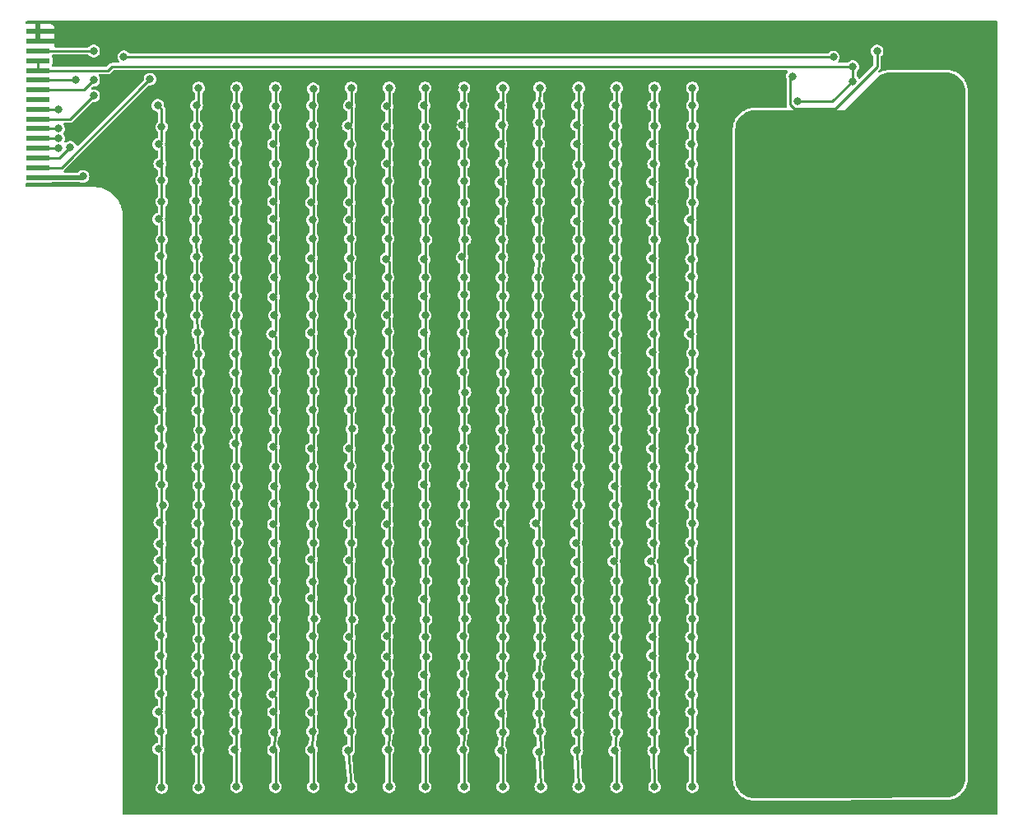
<source format=gbr>
%TF.GenerationSoftware,KiCad,Pcbnew,7.0.7*%
%TF.CreationDate,2023-12-11T13:03:46+01:00*%
%TF.ProjectId,flexAddressLedsV2,666c6578-4164-4647-9265-73734c656473,rev?*%
%TF.SameCoordinates,Original*%
%TF.FileFunction,Copper,L2,Bot*%
%TF.FilePolarity,Positive*%
%FSLAX46Y46*%
G04 Gerber Fmt 4.6, Leading zero omitted, Abs format (unit mm)*
G04 Created by KiCad (PCBNEW 7.0.7) date 2023-12-11 13:03:46*
%MOMM*%
%LPD*%
G01*
G04 APERTURE LIST*
%TA.AperFunction,SMDPad,CuDef*%
%ADD10R,2.396000X0.600000*%
%TD*%
%TA.AperFunction,SMDPad,CuDef*%
%ADD11R,2.396000X0.610000*%
%TD*%
%TA.AperFunction,ViaPad*%
%ADD12C,0.800000*%
%TD*%
%TA.AperFunction,Conductor*%
%ADD13C,0.250000*%
%TD*%
%TA.AperFunction,Conductor*%
%ADD14C,0.500000*%
%TD*%
G04 APERTURE END LIST*
D10*
%TO.P,J1,1,Pin_1*%
%TO.N,VCC*%
X31200000Y-32400000D03*
%TO.P,J1,2,Pin_2*%
X31200000Y-33400000D03*
%TO.P,J1,3,Pin_3*%
%TO.N,GNDD*%
X31200000Y-34400000D03*
%TO.P,J1,4,Pin_4*%
%TO.N,+3.3V*%
X31200000Y-35400000D03*
%TO.P,J1,5,Pin_5*%
X31200000Y-36400000D03*
%TO.P,J1,6,Pin_6*%
%TO.N,GNDD*%
X31200000Y-37400000D03*
D11*
%TO.P,J1,7,Pin_7*%
X31200000Y-38395000D03*
D10*
%TO.P,J1,8,Pin_8*%
%TO.N,unconnected-(J1-Pin_8-Pad8)*%
X31200000Y-39400000D03*
%TO.P,J1,9,Pin_9*%
%TO.N,/NOT_CHANGE*%
X31200000Y-40400000D03*
%TO.P,J1,10,Pin_10*%
%TO.N,GNDD*%
X31200000Y-41400000D03*
%TO.P,J1,11,Pin_11*%
%TO.N,/SDA*%
X31200000Y-42400000D03*
%TO.P,J1,12,Pin_12*%
%TO.N,/SCL*%
X31200000Y-43400000D03*
%TO.P,J1,13,Pin_13*%
%TO.N,GNDD*%
X31200000Y-44400000D03*
%TO.P,J1,14,Pin_14*%
%TO.N,/IN_LED2*%
X31200000Y-45400000D03*
%TO.P,J1,15,Pin_15*%
%TO.N,/IN_LED1*%
X31200000Y-46400000D03*
%TO.P,J1,16,Pin_16*%
%TO.N,GNDD*%
X31200000Y-47400000D03*
%TD*%
D12*
%TO.N,GNDD*%
X43700000Y-67400000D03*
X43900000Y-110200000D03*
X71000000Y-106300000D03*
X55600000Y-38200000D03*
X70900000Y-90800000D03*
X59300000Y-75300000D03*
X59400000Y-104400000D03*
X67200000Y-90800000D03*
X78800000Y-51900000D03*
X55500000Y-81000000D03*
X63300000Y-61600000D03*
X71000000Y-38200000D03*
X98400000Y-102400000D03*
X117500000Y-34400000D03*
X59400000Y-46000000D03*
X90500000Y-106400000D03*
X79000000Y-67500000D03*
X63200000Y-83000000D03*
X82600000Y-67400000D03*
X71000000Y-85000000D03*
X59300000Y-86700000D03*
X94500000Y-79100000D03*
X90700000Y-38200000D03*
X63400000Y-69400000D03*
X86700000Y-98500000D03*
X71000000Y-86900000D03*
X67200000Y-57700000D03*
X86600000Y-51900000D03*
X51500000Y-57700000D03*
X51600000Y-77200000D03*
X98400000Y-98600000D03*
X75000000Y-50000000D03*
X74900000Y-104400000D03*
X70900000Y-102500000D03*
X86600000Y-59600000D03*
X67100000Y-59600000D03*
X71000000Y-110100000D03*
X59400000Y-89000000D03*
X94500000Y-46000000D03*
X70900000Y-40000000D03*
X51500000Y-45900000D03*
X47600000Y-86900000D03*
X43600000Y-102400000D03*
X67100000Y-46000000D03*
X71000000Y-71300000D03*
X108800000Y-37000000D03*
X90600000Y-42100000D03*
X71000000Y-61600000D03*
X47500000Y-40000000D03*
X63300000Y-88900000D03*
X63200000Y-57600000D03*
X79000000Y-61600000D03*
X43700000Y-86800000D03*
X82600000Y-51800000D03*
X74900000Y-106300000D03*
X71000000Y-44000000D03*
X51500000Y-47800000D03*
X86700000Y-49900000D03*
X90600000Y-100500000D03*
X90700000Y-110100000D03*
X36900000Y-37400000D03*
X44000000Y-81100000D03*
X55500000Y-61600000D03*
X43900000Y-49900000D03*
X82700000Y-98700000D03*
X75000000Y-65500000D03*
X74900000Y-102500000D03*
X67100000Y-94600000D03*
X47600000Y-102500000D03*
X98400000Y-61600000D03*
X55500000Y-47900000D03*
X67200000Y-49900000D03*
X59400000Y-47800000D03*
X35800000Y-47300000D03*
X67100000Y-51800000D03*
X47600000Y-104500000D03*
X47600000Y-63400000D03*
X82700000Y-41800000D03*
X98500000Y-73400000D03*
X82700000Y-43900000D03*
X63300000Y-47800000D03*
X94400000Y-55700000D03*
X78900000Y-90900000D03*
X79000000Y-94700000D03*
X82700000Y-90800000D03*
X63300000Y-100700000D03*
X55600000Y-40100000D03*
X55500000Y-79200000D03*
X94400000Y-83000000D03*
X90600000Y-40000000D03*
X59600000Y-92800000D03*
X86800000Y-81100000D03*
X47400000Y-53800000D03*
X94500000Y-104500000D03*
X43600000Y-106200000D03*
X67200000Y-87000000D03*
X71000000Y-47900000D03*
X98400000Y-44000000D03*
X67200000Y-100500000D03*
X75000000Y-59500000D03*
X67200000Y-63300000D03*
X90600000Y-94700000D03*
X98300000Y-106400000D03*
X67200000Y-102500000D03*
X63300000Y-96700000D03*
X90400000Y-86900000D03*
X82700000Y-88900000D03*
X59300000Y-50000000D03*
X51600000Y-96700000D03*
X82700000Y-79100000D03*
X94600000Y-38200000D03*
X51400000Y-106300000D03*
X78800000Y-102600000D03*
X63200000Y-75300000D03*
X98400000Y-88900000D03*
X51600000Y-83000000D03*
X90600000Y-48000000D03*
X63300000Y-102600000D03*
X90600000Y-73300000D03*
X94200000Y-86900000D03*
X47600000Y-83000000D03*
X94400000Y-94700000D03*
X86700000Y-55700000D03*
X94600000Y-69400000D03*
X43800000Y-96600000D03*
X75000000Y-61600000D03*
X90500000Y-65500000D03*
X59500000Y-67400000D03*
X59400000Y-100500000D03*
X98400000Y-46000000D03*
X55600000Y-110100000D03*
X78900000Y-45900000D03*
X82800000Y-94700000D03*
X59400000Y-57700000D03*
X55600000Y-77200000D03*
X82800000Y-92800000D03*
X82600000Y-59600000D03*
X98400000Y-55800000D03*
X98300000Y-86800000D03*
X86700000Y-88900000D03*
X78900000Y-85000000D03*
X51600000Y-73400000D03*
X43700000Y-65500000D03*
X75100000Y-69500000D03*
X71000000Y-49800000D03*
X59500000Y-81100000D03*
X67200000Y-85000000D03*
X86800000Y-110100000D03*
X78900000Y-79100000D03*
X98400000Y-67400000D03*
X47600000Y-77200000D03*
X94400000Y-59600000D03*
X78800000Y-47900000D03*
X86800000Y-38200000D03*
X86600000Y-42000000D03*
X71100000Y-73400000D03*
X63300000Y-45900000D03*
X90600000Y-51900000D03*
X63500000Y-73300000D03*
X51500000Y-63400000D03*
X55300000Y-100600000D03*
X90600000Y-71300000D03*
X71000000Y-81100000D03*
X82900000Y-110100000D03*
X78800000Y-106400000D03*
X82800000Y-38200000D03*
X75000000Y-110100000D03*
X59400000Y-51800000D03*
X55400000Y-106300000D03*
X43700000Y-46000000D03*
X67300000Y-69400000D03*
X90600000Y-57800000D03*
X74900000Y-63400000D03*
X63400000Y-85000000D03*
X82700000Y-102600000D03*
X67000000Y-55800000D03*
X90500000Y-79200000D03*
X47700000Y-92900000D03*
X82700000Y-49900000D03*
X90700000Y-90800000D03*
X86700000Y-40000000D03*
X63200000Y-59600000D03*
X71100000Y-53800000D03*
X63400000Y-65500000D03*
X82700000Y-77200000D03*
X47600000Y-69400000D03*
X63200000Y-51800000D03*
X78900000Y-57700000D03*
X94600000Y-42100000D03*
X82700000Y-55600000D03*
X98400000Y-75300000D03*
X59400000Y-61600000D03*
X86700000Y-47900000D03*
X51500000Y-90800000D03*
X82700000Y-73400000D03*
X55600000Y-67300000D03*
X78900000Y-98700000D03*
X75100000Y-53800000D03*
X51500000Y-43900000D03*
X51500000Y-102500000D03*
X63300000Y-53700000D03*
X75000000Y-96700000D03*
X67200000Y-106300000D03*
X47700000Y-38200000D03*
X63200000Y-98500000D03*
X82700000Y-46100000D03*
X98400000Y-85000000D03*
X67300000Y-73400000D03*
X90600000Y-59600000D03*
X78900000Y-73400000D03*
X82700000Y-87000000D03*
X51500000Y-100600000D03*
X51600000Y-81000000D03*
X90700000Y-92800000D03*
X55600000Y-73400000D03*
X74900000Y-84900000D03*
X59400000Y-71300000D03*
X82600000Y-57700000D03*
X67200000Y-79100000D03*
X98500000Y-40000000D03*
X55600000Y-90900000D03*
X55400000Y-59700000D03*
X71000000Y-83000000D03*
X94400000Y-75300000D03*
X94500000Y-73400000D03*
X43800000Y-94500000D03*
X94500000Y-67400000D03*
X71000000Y-42200000D03*
X67200000Y-104400000D03*
X78900000Y-55600000D03*
X98400000Y-81100000D03*
X55300000Y-63500000D03*
X59500000Y-73400000D03*
X43900000Y-42200000D03*
X63300000Y-55700000D03*
X55500000Y-92800000D03*
X51500000Y-53800000D03*
X43700000Y-82900000D03*
X63300000Y-44000000D03*
X86600000Y-69400000D03*
X51600000Y-61600000D03*
X90600000Y-49900000D03*
X120000000Y-37100000D03*
X82700000Y-40000000D03*
X35100000Y-37400000D03*
X71000000Y-51800000D03*
X75000000Y-77200000D03*
X63100000Y-42100000D03*
X82700000Y-47900000D03*
X67100000Y-42200000D03*
X98400000Y-104500000D03*
X55600000Y-42200000D03*
X55500000Y-57700000D03*
X67300000Y-67400000D03*
X74900000Y-75200000D03*
X43700000Y-92800000D03*
X47500000Y-43900000D03*
X47700000Y-65600000D03*
X74800000Y-42000000D03*
X74900000Y-79000000D03*
X75000000Y-47800000D03*
X59300000Y-98500000D03*
X36900000Y-34400000D03*
X70900000Y-79000000D03*
X71000000Y-75200000D03*
X51500000Y-104400000D03*
X67300000Y-89000000D03*
X79000000Y-92800000D03*
X78900000Y-89000000D03*
X75000000Y-51900000D03*
X86700000Y-90800000D03*
X47600000Y-98400000D03*
X75100000Y-92800000D03*
X82600000Y-63400000D03*
X59400000Y-65500000D03*
X94400000Y-96600000D03*
X70900000Y-59600000D03*
X71100000Y-69400000D03*
X94400000Y-47900000D03*
X71000000Y-57700000D03*
X43700000Y-71300000D03*
X59400000Y-53700000D03*
X43800000Y-75000000D03*
X74800000Y-83000000D03*
X74900000Y-44000000D03*
X98400000Y-77200000D03*
X94500000Y-81000000D03*
X63300000Y-63400000D03*
X51600000Y-42100000D03*
X90600000Y-102600000D03*
X47600000Y-100600000D03*
X98400000Y-71200000D03*
X98300000Y-51800000D03*
X67100000Y-96700000D03*
X63400000Y-110100000D03*
X59500000Y-38300000D03*
X82600000Y-65600000D03*
X82700000Y-100600000D03*
X47800000Y-73400000D03*
X55400000Y-83100000D03*
X47700000Y-79100000D03*
X75000000Y-90700000D03*
X122400000Y-37100000D03*
X70900000Y-98600000D03*
X78900000Y-65500000D03*
X86800000Y-65600000D03*
X82600000Y-71300000D03*
X90600000Y-69400000D03*
X43700000Y-85100000D03*
X94400000Y-51900000D03*
X43900000Y-79000000D03*
X86700000Y-71300000D03*
X55500000Y-69400000D03*
X67200000Y-53700000D03*
X67200000Y-98500000D03*
X55500000Y-96700000D03*
X51600000Y-38200000D03*
X98400000Y-57600000D03*
X90600000Y-55700000D03*
X86600000Y-87000000D03*
X47600000Y-106300000D03*
X75000000Y-89000000D03*
X67300000Y-110100000D03*
X123200000Y-37100000D03*
X63200000Y-50000000D03*
X63200000Y-94700000D03*
X43500000Y-40000000D03*
X94500000Y-61600000D03*
X78800000Y-86900000D03*
X63400000Y-67400000D03*
X90700000Y-104500000D03*
X94500000Y-100500000D03*
X82700000Y-81100000D03*
X78800000Y-40000000D03*
X94500000Y-63500000D03*
X55500000Y-85000000D03*
X59500000Y-110100000D03*
X47500000Y-42100000D03*
X98500000Y-50000000D03*
X75000000Y-45900000D03*
X78900000Y-100600000D03*
X94600000Y-110100000D03*
X55400000Y-53700000D03*
X78900000Y-49900000D03*
X86700000Y-75000000D03*
X47500000Y-59600000D03*
X43600000Y-44000000D03*
X59300000Y-63400000D03*
X67100000Y-83100000D03*
X94500000Y-98700000D03*
X90600000Y-67400000D03*
X82700000Y-106500000D03*
X59500000Y-69400000D03*
X90600000Y-53800000D03*
X33300000Y-44400000D03*
X71100000Y-92900000D03*
X47600000Y-96700000D03*
X120800000Y-37100000D03*
X51600000Y-92800000D03*
X63500000Y-92900000D03*
X55600000Y-46000000D03*
X82400000Y-83000000D03*
X71000000Y-67400000D03*
X55500000Y-104500000D03*
X90600000Y-75300000D03*
X43600000Y-51700000D03*
X94500000Y-85000000D03*
X74900000Y-86800000D03*
X51500000Y-67500000D03*
X79000000Y-59600000D03*
X47500000Y-61600000D03*
X43800000Y-73300000D03*
X75000000Y-81100000D03*
X79000000Y-104500000D03*
X59400000Y-94600000D03*
X90700000Y-85000000D03*
X59400000Y-77200000D03*
X51500000Y-98500000D03*
X70900000Y-65600000D03*
X47400000Y-47800000D03*
X47600000Y-85000000D03*
X59300000Y-90700000D03*
X98400000Y-100600000D03*
X90700000Y-88900000D03*
X90600000Y-44000000D03*
X86700000Y-73400000D03*
X51600000Y-88800000D03*
X55400000Y-51700000D03*
X47700000Y-67500000D03*
X63300000Y-79100000D03*
X94600000Y-53800000D03*
X55500000Y-71400000D03*
X121600000Y-37100000D03*
X70900000Y-100600000D03*
X82600000Y-61600000D03*
X43600000Y-90700000D03*
X43800000Y-55500000D03*
X78900000Y-42000000D03*
X67200000Y-47800000D03*
X86700000Y-96700000D03*
X59400000Y-43900000D03*
X86800000Y-46100000D03*
X98500000Y-96700000D03*
X90600000Y-61600000D03*
X43900000Y-53800000D03*
X86800000Y-61600000D03*
X55400000Y-102400000D03*
X63200000Y-40000000D03*
X63200000Y-86800000D03*
X75000000Y-38200000D03*
X86800000Y-57700000D03*
X47500000Y-46000000D03*
X78700000Y-83000000D03*
X43800000Y-61600000D03*
X86700000Y-94600000D03*
X71000000Y-77100000D03*
X86600000Y-83000000D03*
X47400000Y-49800000D03*
X51700000Y-85000000D03*
X67100000Y-40100000D03*
X59300000Y-106300000D03*
X51600000Y-40100000D03*
X47700000Y-81100000D03*
X55500000Y-88900000D03*
X71000000Y-104400000D03*
X51600000Y-110100000D03*
X86500000Y-85000000D03*
X67300000Y-92800000D03*
X74900000Y-40000000D03*
X94400000Y-65400000D03*
X79000000Y-81100000D03*
X94300000Y-49900000D03*
X74900000Y-67400000D03*
X86700000Y-104500000D03*
X55500000Y-55700000D03*
X119200000Y-37100000D03*
X79000000Y-77200000D03*
X67200000Y-44000000D03*
X59400000Y-83100000D03*
X90600000Y-46000000D03*
X67300000Y-38200000D03*
X63300000Y-77100000D03*
X70900000Y-63400000D03*
X94500000Y-106400000D03*
X43700000Y-69400000D03*
X75000000Y-71300000D03*
X51600000Y-69400000D03*
X51500000Y-59600000D03*
X98500000Y-83000000D03*
X98400000Y-47900000D03*
X82700000Y-53800000D03*
X47700000Y-110200000D03*
X98400000Y-94700000D03*
X47600000Y-75100000D03*
X43900000Y-47700000D03*
X51500000Y-74800000D03*
X98500000Y-65500000D03*
X59400000Y-79100000D03*
X71100000Y-96700000D03*
X67200000Y-77200000D03*
X86800000Y-53800000D03*
X51500000Y-49900000D03*
X82800000Y-96600000D03*
X51600000Y-86800000D03*
X94500000Y-71300000D03*
X71100000Y-88900000D03*
X86800000Y-77200000D03*
X51600000Y-79200000D03*
X74900000Y-94600000D03*
X98500000Y-53800000D03*
X71000000Y-45900000D03*
X82700000Y-75300000D03*
X75100000Y-73300000D03*
X55400000Y-75100000D03*
X94500000Y-102500000D03*
X43800000Y-59500000D03*
X47500000Y-55600000D03*
X90600000Y-83000000D03*
X78900000Y-75300000D03*
X63300000Y-71300000D03*
X67200000Y-75200000D03*
X63300000Y-90800000D03*
X43800000Y-98300000D03*
X75000000Y-57700000D03*
X67100000Y-81100000D03*
X47700000Y-94900000D03*
X55400000Y-94700000D03*
X94500000Y-90900000D03*
X55500000Y-98600000D03*
X59400000Y-96700000D03*
X43800000Y-100500000D03*
X47700000Y-88800000D03*
X90600000Y-77200000D03*
X63300000Y-104400000D03*
X79000000Y-69400000D03*
X36900000Y-39000000D03*
X59500000Y-85000000D03*
X55600000Y-65500000D03*
X90600000Y-63500000D03*
X74800000Y-55600000D03*
X86600000Y-106400000D03*
X78900000Y-63400000D03*
X94400000Y-44000000D03*
X43800000Y-77200000D03*
X94500000Y-40000000D03*
X98400000Y-59600000D03*
X55400000Y-49900000D03*
X67100000Y-61600000D03*
X94500000Y-77200000D03*
X74900000Y-100500000D03*
X82800000Y-104400000D03*
X47400000Y-51700000D03*
X78900000Y-53800000D03*
X63400000Y-38200000D03*
X94600000Y-92800000D03*
X47500000Y-90800000D03*
X94600000Y-88900000D03*
X98400000Y-79100000D03*
X98400000Y-90800000D03*
X79000000Y-110100000D03*
X74900000Y-98500000D03*
X98500000Y-69400000D03*
X55300000Y-100600000D03*
X82700000Y-85000000D03*
X90600000Y-81100000D03*
X43800000Y-57700000D03*
X78900000Y-71300000D03*
X59400000Y-59600000D03*
X51500000Y-65600000D03*
X47600000Y-71400000D03*
X86600000Y-67400000D03*
X71000000Y-94700000D03*
X94400000Y-57700000D03*
X90600000Y-98500000D03*
X90700000Y-96700000D03*
X51500000Y-55700000D03*
X98500000Y-38200000D03*
X63100000Y-106400000D03*
X70900000Y-55800000D03*
X98500000Y-42100000D03*
X55500000Y-86800000D03*
X51500000Y-94700000D03*
X63500000Y-81100000D03*
X59400000Y-42000000D03*
X43800000Y-104400000D03*
X59300000Y-102500000D03*
X86600000Y-102500000D03*
X98300000Y-63500000D03*
X79000000Y-96700000D03*
X86700000Y-100700000D03*
X55400000Y-44000000D03*
X78800000Y-44000000D03*
X59300000Y-55700000D03*
X98500000Y-92800000D03*
X86800000Y-92800000D03*
X98500000Y-110100000D03*
X86600000Y-63400000D03*
X51500000Y-51800000D03*
X51600000Y-71300000D03*
X59400000Y-40000000D03*
X43800000Y-63300000D03*
X86700000Y-79000000D03*
X82600000Y-69400000D03*
X47500000Y-57700000D03*
X86600000Y-44000000D03*
X43500000Y-88700000D03*
X67200000Y-71300000D03*
X79000000Y-38200000D03*
X67200000Y-65500000D03*
%TO.N,VCC*%
X73700000Y-104500000D03*
X97000000Y-104500000D03*
X97100000Y-46100000D03*
X93200000Y-57500000D03*
X77800000Y-49900000D03*
X97100000Y-69100000D03*
X69800000Y-100400000D03*
X85300000Y-88700000D03*
X54100000Y-57400000D03*
X65800000Y-65300000D03*
X85400000Y-108200000D03*
X74100000Y-38100000D03*
X69700000Y-88700000D03*
X85400000Y-73000000D03*
X66100000Y-37900000D03*
X50300000Y-69200000D03*
X93000000Y-84800000D03*
X65700000Y-53500000D03*
X65900000Y-104500000D03*
X77600000Y-69200000D03*
X101000000Y-100600000D03*
X46400000Y-69200000D03*
X101000000Y-61400000D03*
X77600000Y-104500000D03*
X73600000Y-76900000D03*
X77900000Y-37800000D03*
X77500000Y-108200000D03*
X85300000Y-92600000D03*
X89500000Y-37900000D03*
X65800000Y-100400000D03*
X101000000Y-84700000D03*
X46300000Y-57400000D03*
X54100000Y-88700000D03*
X85600000Y-41800000D03*
X69800000Y-108300000D03*
X50300000Y-45800000D03*
X54200000Y-100300000D03*
X77600000Y-92500000D03*
X93100000Y-92600000D03*
X93200000Y-46000000D03*
X58000000Y-88600000D03*
X50100000Y-76900000D03*
X97100000Y-88700000D03*
X89300000Y-84800000D03*
X46300000Y-100300000D03*
X93200000Y-61400000D03*
X73700000Y-108200000D03*
X69800000Y-61400000D03*
X85300000Y-96500000D03*
X54200000Y-45800000D03*
X58300000Y-41900000D03*
X65800000Y-49800000D03*
X50200000Y-80900000D03*
X50200000Y-65200000D03*
X81500000Y-61400000D03*
X50800000Y-37400000D03*
X85200000Y-53500000D03*
X65800000Y-84700000D03*
X89200000Y-69200000D03*
X85300000Y-80900000D03*
X65800000Y-92500000D03*
X93100000Y-80800000D03*
X93400000Y-42000000D03*
X101000000Y-108100000D03*
X50200000Y-57400000D03*
X89300000Y-46000000D03*
X89300000Y-92500000D03*
X100900000Y-57500000D03*
X65800000Y-80800000D03*
X69700000Y-49900000D03*
X54000000Y-49800000D03*
X97100000Y-53500000D03*
X81300000Y-65300000D03*
X54100000Y-96500000D03*
X93100000Y-76900000D03*
X89300000Y-61400000D03*
X65800000Y-73000000D03*
X69800000Y-104500000D03*
X65900000Y-108200000D03*
X58100000Y-65300000D03*
X77500000Y-61300000D03*
X73700000Y-53400000D03*
X65900000Y-57500000D03*
X50100000Y-108100000D03*
X100900000Y-80900000D03*
X73700000Y-61400000D03*
X81400000Y-88700000D03*
X57900000Y-49900000D03*
X50200000Y-73000000D03*
X77500000Y-53500000D03*
X93100000Y-73000000D03*
X93100000Y-53400000D03*
X97100000Y-73100000D03*
X62600000Y-37500000D03*
X58500000Y-37500000D03*
X62000000Y-73100000D03*
X61900000Y-57400000D03*
X46300000Y-104100000D03*
X46300000Y-61300000D03*
X46400000Y-65200000D03*
X69800000Y-69000000D03*
X101000000Y-88700000D03*
X85300000Y-100500000D03*
X54000000Y-73100000D03*
X93100000Y-69100000D03*
X54200000Y-65200000D03*
X81500000Y-108200000D03*
X85300000Y-84800000D03*
X97100000Y-84800000D03*
X77600000Y-45900000D03*
X53900000Y-92600000D03*
X81400000Y-57400000D03*
X97000000Y-76900000D03*
X46200000Y-88700000D03*
X58000000Y-84800000D03*
X93200000Y-104500000D03*
X81500000Y-73100000D03*
X81400000Y-100500000D03*
X73600000Y-100400000D03*
X70200000Y-37400000D03*
X81400000Y-53500000D03*
X50200000Y-100400000D03*
X101200000Y-45900000D03*
X97100000Y-108200000D03*
X54200000Y-69100000D03*
X81300000Y-92500000D03*
X58100000Y-61300000D03*
X69600000Y-65200000D03*
X61900000Y-80900000D03*
X93200000Y-100500000D03*
X101000000Y-76900000D03*
X73700000Y-57400000D03*
X69800000Y-96500000D03*
X89200000Y-100500000D03*
X73600000Y-84800000D03*
X58000000Y-57300000D03*
X69800000Y-84700000D03*
X54200000Y-61300000D03*
X65900000Y-45800000D03*
X85400000Y-104400000D03*
X58000000Y-96400000D03*
X89200000Y-88700000D03*
X77500000Y-88700000D03*
X69800000Y-45900000D03*
X101000000Y-69100000D03*
X62000000Y-88700000D03*
X93200000Y-108300000D03*
X93200000Y-50000000D03*
X81700000Y-49900000D03*
X97000000Y-100500000D03*
X62000000Y-45800000D03*
X69700000Y-92600000D03*
X46300000Y-80900000D03*
X100900000Y-92600000D03*
X73600000Y-92500000D03*
X46200000Y-49700000D03*
X69700000Y-80900000D03*
X101100000Y-42100000D03*
X97300000Y-38000000D03*
X101000000Y-73100000D03*
X62000000Y-104300000D03*
X77800000Y-41800000D03*
X81700000Y-41900000D03*
X58000000Y-100400000D03*
X46200000Y-92500000D03*
X81400000Y-96500000D03*
X97000000Y-65300000D03*
X50200000Y-88700000D03*
X65900000Y-61300000D03*
X50200000Y-104200000D03*
X73900000Y-41900000D03*
X65800000Y-88600000D03*
X81400000Y-104400000D03*
X50500000Y-41900000D03*
X58000000Y-76900000D03*
X93500000Y-37900000D03*
X89200000Y-53400000D03*
X97000000Y-96400000D03*
X54100000Y-104200000D03*
X69700000Y-76900000D03*
X50100000Y-53600000D03*
X61900000Y-49900000D03*
X77600000Y-80800000D03*
X81500000Y-80900000D03*
X89300000Y-104500000D03*
X89300000Y-108200000D03*
X100900000Y-65300000D03*
X85300000Y-65300000D03*
X46700000Y-37300000D03*
X97400000Y-49900000D03*
X58100000Y-73100000D03*
X66100000Y-41900000D03*
X85600000Y-37900000D03*
X69800000Y-73000000D03*
X69700000Y-53500000D03*
X54100000Y-76900000D03*
X62000000Y-69200000D03*
X101200000Y-50000000D03*
X73600000Y-96500000D03*
X89200000Y-73000000D03*
X93200000Y-65300000D03*
X54200000Y-84800000D03*
X50100000Y-92600000D03*
X50200000Y-49800000D03*
X69800000Y-57400000D03*
X85400000Y-61400000D03*
X50300000Y-61300000D03*
X46300000Y-73000000D03*
X93100000Y-88700000D03*
X100900000Y-53500000D03*
X65900000Y-69200000D03*
X65800000Y-96500000D03*
X73700000Y-80800000D03*
X73900000Y-49900000D03*
X73700000Y-65300000D03*
X81400000Y-76900000D03*
X93100000Y-96400000D03*
X61900000Y-96400000D03*
X77600000Y-57400000D03*
X54200000Y-108100000D03*
X85400000Y-45900000D03*
X61900000Y-92600000D03*
X46100000Y-76900000D03*
X77600000Y-100500000D03*
X54100000Y-37900000D03*
X58000000Y-80900000D03*
X85400000Y-76900000D03*
X62000000Y-41900000D03*
X46200000Y-53600000D03*
X73700000Y-73100000D03*
X62000000Y-76900000D03*
X46300000Y-84700000D03*
X100900000Y-96400000D03*
X77600000Y-76900000D03*
X85600000Y-49900000D03*
X46400000Y-41900000D03*
X61900000Y-53500000D03*
X46400000Y-108100000D03*
X58000000Y-53500000D03*
X65800000Y-76900000D03*
X62000000Y-65300000D03*
X58000000Y-108200000D03*
X97000000Y-92500000D03*
X54000000Y-53600000D03*
X54100000Y-80900000D03*
X50300000Y-84700000D03*
X57900000Y-92500000D03*
X100900000Y-104400000D03*
X73700000Y-45900000D03*
X89300000Y-76900000D03*
X89200000Y-80800000D03*
X89200000Y-96500000D03*
X101100000Y-38100000D03*
X46400000Y-45800000D03*
X70000000Y-41900000D03*
X73700000Y-69200000D03*
X77500000Y-96500000D03*
X77500000Y-65200000D03*
X61900000Y-84800000D03*
X50200000Y-96500000D03*
X46300000Y-96500000D03*
X85300000Y-57400000D03*
X89200000Y-65300000D03*
X58100000Y-104400000D03*
X81400000Y-84800000D03*
X62000000Y-108200000D03*
X62000000Y-61300000D03*
X58100000Y-69100000D03*
X89300000Y-49900000D03*
X58000000Y-45800000D03*
X97000000Y-80800000D03*
X81700000Y-38000000D03*
X89500000Y-41900000D03*
X81400000Y-69200000D03*
X97100000Y-57400000D03*
X62000000Y-100400000D03*
X97100000Y-61400000D03*
X81400000Y-45800000D03*
X54400000Y-41900000D03*
X97300000Y-42000000D03*
X89200000Y-57400000D03*
X85300000Y-69200000D03*
X77600000Y-73100000D03*
X77500000Y-84700000D03*
X73500000Y-88700000D03*
%TO.N,/IN_LED1*%
X42700000Y-37300000D03*
%TO.N,/IN_LED2*%
X34500000Y-44300000D03*
%TO.N,+3.3V*%
X109300000Y-39600000D03*
X115000000Y-37500000D03*
X115000000Y-36000000D03*
%TO.N,/SDA*%
X33300000Y-42400000D03*
%TO.N,/SCL*%
X33300000Y-43400000D03*
%TO.N,/NOT_CHANGE*%
X113000000Y-35024500D03*
X40000000Y-35000000D03*
X33300000Y-40400000D03*
%TD*%
D13*
%TO.N,GNDD*%
X79000000Y-39800000D02*
X78800000Y-40000000D01*
X82700000Y-73400000D02*
X82600000Y-71300000D01*
X98500000Y-79000000D02*
X98400000Y-79100000D01*
X98500000Y-81000000D02*
X98400000Y-81100000D01*
X86800000Y-69600000D02*
X86800000Y-71200000D01*
X86700000Y-104500000D02*
X86800000Y-104600000D01*
X79000000Y-55700000D02*
X79000000Y-57600000D01*
X86600000Y-67400000D02*
X86800000Y-67600000D01*
X51600000Y-71300000D02*
X51600000Y-73400000D01*
X78900000Y-79100000D02*
X79000000Y-79200000D01*
X59500000Y-75500000D02*
X59300000Y-75300000D01*
X43900000Y-73400000D02*
X43900000Y-74900000D01*
X79000000Y-38300000D02*
X79000000Y-38200000D01*
X51600000Y-102600000D02*
X51600000Y-104300000D01*
X67300000Y-80900000D02*
X67300000Y-79200000D01*
X82700000Y-88900000D02*
X82700000Y-87000000D01*
X51500000Y-55700000D02*
X51600000Y-55800000D01*
X94600000Y-53800000D02*
X94600000Y-52100000D01*
X63400000Y-38200000D02*
X63400000Y-39800000D01*
X67300000Y-71200000D02*
X67300000Y-69400000D01*
X79000000Y-53900000D02*
X79000000Y-55500000D01*
X55600000Y-90900000D02*
X55600000Y-92700000D01*
X59500000Y-102300000D02*
X59500000Y-100600000D01*
X82700000Y-79100000D02*
X82700000Y-77200000D01*
X82700000Y-75300000D02*
X82700000Y-73400000D01*
X67300000Y-102600000D02*
X67200000Y-102500000D01*
X43900000Y-75100000D02*
X43900000Y-77100000D01*
X43900000Y-106500000D02*
X43900000Y-110200000D01*
X94600000Y-63600000D02*
X94500000Y-63500000D01*
X86600000Y-87000000D02*
X86800000Y-87200000D01*
X94400000Y-51900000D02*
X94600000Y-51700000D01*
X51600000Y-51700000D02*
X51500000Y-51800000D01*
X31200000Y-37400000D02*
X35100000Y-37400000D01*
X59500000Y-53800000D02*
X59400000Y-53700000D01*
X75000000Y-59500000D02*
X75000000Y-57700000D01*
X43900000Y-104300000D02*
X43800000Y-104400000D01*
X43900000Y-42200000D02*
X43900000Y-43700000D01*
X75000000Y-81100000D02*
X75000000Y-79100000D01*
X67100000Y-46000000D02*
X67300000Y-45800000D01*
X51600000Y-40100000D02*
X51600000Y-38200000D01*
X75000000Y-86700000D02*
X75000000Y-85000000D01*
X63400000Y-89000000D02*
X63400000Y-90700000D01*
X86800000Y-53800000D02*
X86800000Y-55600000D01*
X55600000Y-59500000D02*
X55400000Y-59700000D01*
X94400000Y-96600000D02*
X94600000Y-96400000D01*
X71000000Y-106400000D02*
X71000000Y-110100000D01*
X63400000Y-44100000D02*
X63400000Y-45800000D01*
X86800000Y-100800000D02*
X86800000Y-102300000D01*
X98500000Y-96700000D02*
X98500000Y-98500000D01*
X94400000Y-83000000D02*
X94600000Y-82800000D01*
X43900000Y-87000000D02*
X43900000Y-88300000D01*
X51600000Y-92800000D02*
X51600000Y-94600000D01*
X47500000Y-42100000D02*
X47500000Y-43900000D01*
X86800000Y-69200000D02*
X86600000Y-69400000D01*
X43800000Y-77200000D02*
X43900000Y-77300000D01*
X67300000Y-77300000D02*
X67200000Y-77200000D01*
X108575000Y-37225000D02*
X108575000Y-39900305D01*
X86800000Y-42200000D02*
X86800000Y-43800000D01*
X75000000Y-41800000D02*
X75000000Y-40100000D01*
X51600000Y-67600000D02*
X51600000Y-69400000D01*
X79000000Y-45800000D02*
X78900000Y-45900000D01*
X55600000Y-104600000D02*
X55400000Y-106300000D01*
X71000000Y-90900000D02*
X71000000Y-92800000D01*
X55600000Y-98500000D02*
X55500000Y-98600000D01*
X90700000Y-43900000D02*
X90600000Y-44000000D01*
X90700000Y-46100000D02*
X90700000Y-47900000D01*
X35905000Y-38395000D02*
X36900000Y-37400000D01*
X79000000Y-75200000D02*
X78900000Y-75300000D01*
X47700000Y-85100000D02*
X47700000Y-86800000D01*
X71100000Y-96700000D02*
X71000000Y-96800000D01*
X86800000Y-94500000D02*
X86700000Y-94600000D01*
X63400000Y-98700000D02*
X63400000Y-100600000D01*
X67200000Y-47800000D02*
X67300000Y-47700000D01*
X90700000Y-61700000D02*
X90700000Y-63400000D01*
X86800000Y-55600000D02*
X86700000Y-55700000D01*
X63200000Y-75300000D02*
X63400000Y-75500000D01*
X47400000Y-49800000D02*
X47400000Y-51700000D01*
X90600000Y-57800000D02*
X90700000Y-57900000D01*
X51500000Y-57700000D02*
X51600000Y-57800000D01*
X90600000Y-44000000D02*
X90700000Y-44100000D01*
X90700000Y-57700000D02*
X90600000Y-57800000D01*
X94600000Y-57500000D02*
X94600000Y-55900000D01*
X67200000Y-49900000D02*
X67300000Y-49800000D01*
X59400000Y-46000000D02*
X59500000Y-45900000D01*
X94600000Y-90800000D02*
X94600000Y-88900000D01*
X43900000Y-94400000D02*
X43800000Y-94500000D01*
X82600000Y-51800000D02*
X82700000Y-51700000D01*
X67300000Y-47700000D02*
X67300000Y-46200000D01*
X59300000Y-55700000D02*
X59500000Y-55500000D01*
X51500000Y-53800000D02*
X51600000Y-53900000D01*
X43900000Y-91000000D02*
X43900000Y-92600000D01*
X59500000Y-59500000D02*
X59500000Y-57800000D01*
X63400000Y-57400000D02*
X63200000Y-57600000D01*
X43900000Y-100400000D02*
X43800000Y-100500000D01*
X43900000Y-84900000D02*
X43700000Y-85100000D01*
X71000000Y-75200000D02*
X71000000Y-77100000D01*
X63100000Y-42100000D02*
X63400000Y-42400000D01*
X55600000Y-53900000D02*
X55600000Y-55600000D01*
X86800000Y-86800000D02*
X86600000Y-87000000D01*
X98500000Y-100500000D02*
X98400000Y-100600000D01*
X43900000Y-61700000D02*
X43900000Y-63200000D01*
X82600000Y-61600000D02*
X82600000Y-59600000D01*
X67300000Y-83300000D02*
X67100000Y-83100000D01*
X90600000Y-77200000D02*
X90700000Y-77300000D01*
X78900000Y-75300000D02*
X79000000Y-75400000D01*
X43900000Y-55400000D02*
X43800000Y-55500000D01*
X75000000Y-89000000D02*
X75000000Y-86900000D01*
X78800000Y-40000000D02*
X79000000Y-40200000D01*
X75000000Y-45900000D02*
X75000000Y-44100000D01*
X59500000Y-90500000D02*
X59500000Y-89100000D01*
X51600000Y-63300000D02*
X51500000Y-63400000D01*
X59500000Y-71200000D02*
X59500000Y-69400000D01*
X63400000Y-38300000D02*
X63400000Y-38200000D01*
X47700000Y-69500000D02*
X47700000Y-71300000D01*
X74900000Y-79000000D02*
X75000000Y-78900000D01*
X98500000Y-104400000D02*
X98400000Y-104500000D01*
X82700000Y-47900000D02*
X82700000Y-46100000D01*
X55600000Y-82900000D02*
X55400000Y-83100000D01*
X55400000Y-94700000D02*
X55600000Y-94900000D01*
X90600000Y-69400000D02*
X90700000Y-69500000D01*
X86800000Y-102700000D02*
X86800000Y-104400000D01*
X51600000Y-83000000D02*
X51600000Y-84900000D01*
X67300000Y-94800000D02*
X67100000Y-94600000D01*
X70900000Y-40000000D02*
X71000000Y-40100000D01*
X78800000Y-86900000D02*
X79000000Y-87100000D01*
X71000000Y-53700000D02*
X71100000Y-53800000D01*
X98500000Y-59700000D02*
X98500000Y-61500000D01*
X55600000Y-73400000D02*
X55600000Y-74900000D01*
X74900000Y-86800000D02*
X75000000Y-86700000D01*
X75000000Y-98600000D02*
X74900000Y-98500000D01*
X86800000Y-41800000D02*
X86600000Y-42000000D01*
X75000000Y-78900000D02*
X75000000Y-77200000D01*
X51600000Y-77200000D02*
X51600000Y-79200000D01*
X51600000Y-90900000D02*
X51600000Y-92800000D01*
X43900000Y-63200000D02*
X43800000Y-63300000D01*
X55600000Y-74900000D02*
X55400000Y-75100000D01*
X67300000Y-73400000D02*
X67300000Y-71400000D01*
X75000000Y-104500000D02*
X74900000Y-104400000D01*
X90700000Y-42200000D02*
X90700000Y-43900000D01*
X55600000Y-102200000D02*
X55400000Y-102400000D01*
X79000000Y-106400000D02*
X79000000Y-110100000D01*
X90600000Y-102600000D02*
X90700000Y-102700000D01*
X75000000Y-102600000D02*
X74900000Y-102500000D01*
X71000000Y-49800000D02*
X71000000Y-51800000D01*
X98400000Y-98600000D02*
X98500000Y-98700000D01*
X63300000Y-63400000D02*
X63400000Y-63500000D01*
X98500000Y-81200000D02*
X98500000Y-83000000D01*
X82700000Y-77200000D02*
X82700000Y-75300000D01*
X55600000Y-55800000D02*
X55600000Y-57600000D01*
X78900000Y-49900000D02*
X79000000Y-50000000D01*
X90700000Y-40100000D02*
X90700000Y-42000000D01*
X71000000Y-86900000D02*
X71000000Y-88800000D01*
X43900000Y-79000000D02*
X43900000Y-81000000D01*
X90700000Y-53900000D02*
X90700000Y-55600000D01*
X51500000Y-102500000D02*
X51600000Y-102600000D01*
X59500000Y-40100000D02*
X59400000Y-40000000D01*
X43900000Y-90400000D02*
X43600000Y-90700000D01*
X43900000Y-67200000D02*
X43700000Y-67400000D01*
X90700000Y-61500000D02*
X90600000Y-61600000D01*
X79000000Y-84900000D02*
X78900000Y-85000000D01*
X79000000Y-92800000D02*
X79000000Y-94700000D01*
X98500000Y-100700000D02*
X98500000Y-102300000D01*
X79000000Y-65600000D02*
X79000000Y-67500000D01*
X59400000Y-53700000D02*
X59500000Y-53600000D01*
X63400000Y-55600000D02*
X63300000Y-55700000D01*
X71000000Y-69300000D02*
X71100000Y-69400000D01*
X75000000Y-106400000D02*
X75000000Y-110100000D01*
X71000000Y-69500000D02*
X71000000Y-71300000D01*
X86600000Y-59600000D02*
X86800000Y-59800000D01*
X67300000Y-86900000D02*
X67300000Y-85100000D01*
X63400000Y-59800000D02*
X63400000Y-61500000D01*
X55500000Y-98600000D02*
X55600000Y-98700000D01*
X94600000Y-59400000D02*
X94600000Y-57900000D01*
X63200000Y-57600000D02*
X63400000Y-57800000D01*
X113200305Y-40325000D02*
X117500000Y-36025305D01*
X94500000Y-106400000D02*
X94600000Y-110100000D01*
X67200000Y-63300000D02*
X67300000Y-63200000D01*
X55600000Y-63800000D02*
X55600000Y-65500000D01*
X51600000Y-102400000D02*
X51500000Y-102500000D01*
X86800000Y-89000000D02*
X86800000Y-90700000D01*
X63400000Y-61700000D02*
X63400000Y-63300000D01*
X59500000Y-50200000D02*
X59300000Y-50000000D01*
X70900000Y-55800000D02*
X71000000Y-55900000D01*
X90700000Y-81000000D02*
X90600000Y-81100000D01*
X35700000Y-47400000D02*
X35800000Y-47300000D01*
X86800000Y-50000000D02*
X86800000Y-51700000D01*
X94500000Y-46000000D02*
X94600000Y-45900000D01*
X51500000Y-65600000D02*
X51600000Y-65700000D01*
X63400000Y-71200000D02*
X63300000Y-71300000D01*
X67300000Y-44100000D02*
X67200000Y-44000000D01*
X98500000Y-38200000D02*
X98500000Y-40000000D01*
X98500000Y-69400000D02*
X98500000Y-71100000D01*
X67100000Y-94600000D02*
X67300000Y-94400000D01*
X59500000Y-51900000D02*
X59400000Y-51800000D01*
X94600000Y-45900000D02*
X94600000Y-44200000D01*
X90600000Y-49900000D02*
X90700000Y-50000000D01*
X79000000Y-51700000D02*
X78800000Y-51900000D01*
X75000000Y-53700000D02*
X75000000Y-51900000D01*
X51600000Y-67400000D02*
X51500000Y-67500000D01*
X71000000Y-40100000D02*
X71000000Y-42200000D01*
X55600000Y-83300000D02*
X55600000Y-84900000D01*
X79000000Y-67500000D02*
X79000000Y-69400000D01*
X82900000Y-106400000D02*
X82800000Y-104400000D01*
X86800000Y-59400000D02*
X86600000Y-59600000D01*
X94600000Y-67500000D02*
X94500000Y-67400000D01*
D14*
X31200000Y-47400000D02*
X35700000Y-47400000D01*
D13*
X59500000Y-77300000D02*
X59400000Y-77200000D01*
X79000000Y-63500000D02*
X79000000Y-65400000D01*
X43900000Y-102100000D02*
X43600000Y-102400000D01*
X90700000Y-75400000D02*
X90700000Y-77100000D01*
X94500000Y-40000000D02*
X94600000Y-39900000D01*
X98500000Y-104600000D02*
X98500000Y-106300000D01*
X51600000Y-106400000D02*
X51600000Y-110100000D01*
X63400000Y-51600000D02*
X63200000Y-51800000D01*
X43900000Y-94600000D02*
X43900000Y-96500000D01*
X75000000Y-92900000D02*
X75100000Y-92800000D01*
X51600000Y-57800000D02*
X51600000Y-59500000D01*
X94600000Y-86500000D02*
X94600000Y-85100000D01*
X86700000Y-73400000D02*
X86800000Y-73500000D01*
X75000000Y-75100000D02*
X75000000Y-73400000D01*
X94600000Y-82800000D02*
X94600000Y-81100000D01*
X67200000Y-79100000D02*
X67300000Y-79000000D01*
X94600000Y-81100000D02*
X94500000Y-81000000D01*
X67300000Y-59400000D02*
X67300000Y-57800000D01*
X55600000Y-51500000D02*
X55400000Y-51700000D01*
X51600000Y-49800000D02*
X51500000Y-49900000D01*
X78900000Y-57700000D02*
X79000000Y-57800000D01*
X86800000Y-43800000D02*
X86600000Y-44000000D01*
X47700000Y-75000000D02*
X47600000Y-75100000D01*
X98500000Y-90700000D02*
X98400000Y-90800000D01*
X47700000Y-88800000D02*
X47700000Y-90600000D01*
X63300000Y-100700000D02*
X63400000Y-100800000D01*
X86800000Y-92800000D02*
X86800000Y-94500000D01*
X90500000Y-106400000D02*
X90700000Y-106400000D01*
X59500000Y-55500000D02*
X59500000Y-53800000D01*
X79000000Y-42100000D02*
X79000000Y-43800000D01*
X55600000Y-43800000D02*
X55400000Y-44000000D01*
X43900000Y-61500000D02*
X43800000Y-61600000D01*
X47400000Y-47800000D02*
X47400000Y-49800000D01*
X59500000Y-57800000D02*
X59400000Y-57700000D01*
X71000000Y-73300000D02*
X71100000Y-73400000D01*
X63400000Y-77000000D02*
X63300000Y-77100000D01*
X94500000Y-81000000D02*
X94600000Y-80900000D01*
X63500000Y-73300000D02*
X63400000Y-73400000D01*
X79000000Y-100700000D02*
X79000000Y-102400000D01*
X82700000Y-53800000D02*
X82700000Y-51900000D01*
X59500000Y-100600000D02*
X59400000Y-100500000D01*
X43700000Y-86800000D02*
X43900000Y-87000000D01*
X67100000Y-59600000D02*
X67300000Y-59400000D01*
X74900000Y-40000000D02*
X75000000Y-39900000D01*
X86800000Y-61600000D02*
X86800000Y-63200000D01*
X43900000Y-81000000D02*
X44000000Y-81100000D01*
X86800000Y-77200000D02*
X86800000Y-78900000D01*
X67300000Y-87100000D02*
X67200000Y-87000000D01*
X51600000Y-61600000D02*
X51600000Y-63300000D01*
X78900000Y-73400000D02*
X79000000Y-73500000D01*
X90600000Y-73300000D02*
X90700000Y-73400000D01*
X117500000Y-36025305D02*
X117500000Y-34400000D01*
X86600000Y-51900000D02*
X86800000Y-52100000D01*
X55600000Y-65500000D02*
X55600000Y-67300000D01*
X67300000Y-55500000D02*
X67300000Y-53800000D01*
X59500000Y-43800000D02*
X59500000Y-42100000D01*
X90700000Y-65300000D02*
X90500000Y-65500000D01*
X63400000Y-61500000D02*
X63300000Y-61600000D01*
X43900000Y-49900000D02*
X43900000Y-51400000D01*
X98400000Y-94700000D02*
X98500000Y-94800000D01*
X59400000Y-71300000D02*
X59500000Y-71200000D01*
X70900000Y-102500000D02*
X71000000Y-102600000D01*
X94400000Y-75300000D02*
X94600000Y-75100000D01*
X90700000Y-69300000D02*
X90600000Y-69400000D01*
X67300000Y-96900000D02*
X67100000Y-96700000D01*
X75000000Y-94500000D02*
X75000000Y-92900000D01*
X79000000Y-38200000D02*
X79000000Y-39800000D01*
X47500000Y-43900000D02*
X47500000Y-46000000D01*
X43900000Y-53800000D02*
X43900000Y-55400000D01*
X63400000Y-75100000D02*
X63200000Y-75300000D01*
X90700000Y-69500000D02*
X90700000Y-71200000D01*
X79000000Y-57600000D02*
X78900000Y-57700000D01*
X94600000Y-71400000D02*
X94500000Y-71300000D01*
X51500000Y-51800000D02*
X51600000Y-51900000D01*
X67300000Y-79000000D02*
X67300000Y-77300000D01*
X59500000Y-39900000D02*
X59500000Y-38300000D01*
X98500000Y-63300000D02*
X98300000Y-63500000D01*
X67300000Y-61400000D02*
X67300000Y-59800000D01*
X82700000Y-43900000D02*
X82700000Y-41800000D01*
X71000000Y-39900000D02*
X70900000Y-40000000D01*
X90700000Y-71200000D02*
X90600000Y-71300000D01*
X79000000Y-50000000D02*
X79000000Y-51700000D01*
X47800000Y-73400000D02*
X47700000Y-73500000D01*
X47600000Y-63400000D02*
X47700000Y-65600000D01*
X94400000Y-55700000D02*
X94600000Y-55500000D01*
X94600000Y-52100000D02*
X94400000Y-51900000D01*
X59500000Y-49800000D02*
X59500000Y-47900000D01*
X90400000Y-86900000D02*
X90700000Y-87200000D01*
X86800000Y-74900000D02*
X86700000Y-75000000D01*
X47700000Y-71300000D02*
X47600000Y-71400000D01*
X67300000Y-57600000D02*
X67300000Y-56100000D01*
X90700000Y-79400000D02*
X90700000Y-81000000D01*
X75000000Y-65500000D02*
X75000000Y-63500000D01*
X59500000Y-53600000D02*
X59500000Y-51900000D01*
X51500000Y-104400000D02*
X51600000Y-104500000D01*
X71000000Y-78900000D02*
X70900000Y-79000000D01*
X63300000Y-96700000D02*
X63400000Y-96800000D01*
X63400000Y-65500000D02*
X63400000Y-67400000D01*
X43800000Y-104400000D02*
X43900000Y-104500000D01*
X43900000Y-82700000D02*
X43700000Y-82900000D01*
X86800000Y-63200000D02*
X86600000Y-63400000D01*
X47500000Y-40000000D02*
X47500000Y-42100000D01*
X98500000Y-57700000D02*
X98500000Y-59500000D01*
X86600000Y-106400000D02*
X86800000Y-110100000D01*
X43700000Y-67400000D02*
X43900000Y-67600000D01*
X90600000Y-46000000D02*
X90700000Y-46100000D01*
X94600000Y-83200000D02*
X94400000Y-83000000D01*
X94600000Y-91000000D02*
X94500000Y-90900000D01*
X98400000Y-77200000D02*
X98500000Y-77300000D01*
X75000000Y-44100000D02*
X74900000Y-44000000D01*
X90600000Y-94700000D02*
X90700000Y-94800000D01*
X82700000Y-46100000D02*
X82700000Y-43900000D01*
X59500000Y-67400000D02*
X59500000Y-65600000D01*
X63400000Y-53800000D02*
X63400000Y-55600000D01*
X86600000Y-83000000D02*
X86800000Y-83200000D01*
X98500000Y-51600000D02*
X98300000Y-51800000D01*
X55300000Y-63500000D02*
X55600000Y-63800000D01*
X67300000Y-100400000D02*
X67300000Y-98600000D01*
X98500000Y-59500000D02*
X98400000Y-59600000D01*
X51600000Y-90700000D02*
X51500000Y-90800000D01*
X86800000Y-88800000D02*
X86700000Y-88900000D01*
X55500000Y-57700000D02*
X55600000Y-57800000D01*
X82400000Y-83000000D02*
X82700000Y-82700000D01*
X94600000Y-73500000D02*
X94500000Y-73400000D01*
X71000000Y-77100000D02*
X71000000Y-78900000D01*
X94500000Y-71300000D02*
X94600000Y-71200000D01*
X98500000Y-57500000D02*
X98400000Y-57600000D01*
X63400000Y-81200000D02*
X63400000Y-82800000D01*
X43500000Y-40000000D02*
X43900000Y-40400000D01*
X47700000Y-71500000D02*
X47700000Y-73300000D01*
X31200000Y-38395000D02*
X35905000Y-38395000D01*
X31200000Y-41400000D02*
X34500000Y-41400000D01*
X90600000Y-40000000D02*
X90700000Y-40100000D01*
X98500000Y-40000000D02*
X98500000Y-42100000D01*
X47600000Y-86900000D02*
X47700000Y-87000000D01*
X86700000Y-79000000D02*
X86800000Y-79100000D01*
X67300000Y-67400000D02*
X67300000Y-65600000D01*
X86800000Y-38200000D02*
X86800000Y-38100000D01*
X43900000Y-102700000D02*
X43900000Y-104300000D01*
X51600000Y-55600000D02*
X51500000Y-55700000D01*
X78900000Y-89000000D02*
X79000000Y-89100000D01*
X82800000Y-38200000D02*
X82900000Y-38200000D01*
X71100000Y-88900000D02*
X71000000Y-89000000D01*
X59500000Y-92900000D02*
X59600000Y-92800000D01*
X43800000Y-61600000D02*
X43900000Y-61700000D01*
X51500000Y-59600000D02*
X51600000Y-59700000D01*
X55600000Y-81100000D02*
X55600000Y-82900000D01*
X47500000Y-55600000D02*
X47500000Y-57700000D01*
X86800000Y-71400000D02*
X86800000Y-73300000D01*
X47700000Y-73500000D02*
X47700000Y-75000000D01*
X43600000Y-106200000D02*
X43900000Y-106500000D01*
X82700000Y-51700000D02*
X82700000Y-49900000D01*
X98500000Y-43900000D02*
X98400000Y-44000000D01*
X59500000Y-88900000D02*
X59500000Y-86900000D01*
X86800000Y-67600000D02*
X86800000Y-69200000D01*
X43900000Y-98400000D02*
X43900000Y-100400000D01*
X98500000Y-106300000D02*
X98500000Y-110100000D01*
X74900000Y-94600000D02*
X75000000Y-94500000D01*
X63200000Y-86800000D02*
X63400000Y-87000000D01*
X90700000Y-102700000D02*
X90700000Y-104500000D01*
X98500000Y-98700000D02*
X98500000Y-100500000D01*
X79000000Y-79200000D02*
X79000000Y-81100000D01*
X51600000Y-50000000D02*
X51600000Y-51700000D01*
X55600000Y-67300000D02*
X55600000Y-69300000D01*
X63400000Y-81000000D02*
X63500000Y-81100000D01*
X98500000Y-102500000D02*
X98500000Y-104400000D01*
X59500000Y-86500000D02*
X59500000Y-85000000D01*
X86800000Y-90700000D02*
X86700000Y-90800000D01*
X59500000Y-69400000D02*
X59500000Y-67400000D01*
X90600000Y-42100000D02*
X90700000Y-42200000D01*
X55600000Y-96800000D02*
X55600000Y-98500000D01*
X67300000Y-104300000D02*
X67300000Y-102600000D01*
X86800000Y-84700000D02*
X86500000Y-85000000D01*
X67300000Y-90700000D02*
X67300000Y-89000000D01*
X51500000Y-74800000D02*
X51600000Y-74900000D01*
X67300000Y-90900000D02*
X67200000Y-90800000D01*
X90700000Y-52000000D02*
X90700000Y-53700000D01*
X98500000Y-86600000D02*
X98300000Y-86800000D01*
X79000000Y-104500000D02*
X78800000Y-106400000D01*
X86800000Y-38300000D02*
X86800000Y-38200000D01*
X98400000Y-47900000D02*
X98500000Y-48000000D01*
X67300000Y-53800000D02*
X67200000Y-53700000D01*
X79000000Y-87100000D02*
X79000000Y-88900000D01*
X43900000Y-57600000D02*
X43800000Y-57700000D01*
X47700000Y-77100000D02*
X47600000Y-77200000D01*
X67200000Y-98500000D02*
X67300000Y-98400000D01*
X90600000Y-100500000D02*
X90700000Y-100600000D01*
X75000000Y-69400000D02*
X75000000Y-67500000D01*
X67200000Y-53700000D02*
X67300000Y-53600000D01*
X71000000Y-90700000D02*
X70900000Y-90800000D01*
X86700000Y-49900000D02*
X86800000Y-50000000D01*
X63100000Y-106400000D02*
X63400000Y-110100000D01*
X67300000Y-65400000D02*
X67300000Y-63400000D01*
X55600000Y-85100000D02*
X55600000Y-86700000D01*
X86800000Y-104600000D02*
X86800000Y-106300000D01*
X90700000Y-104500000D02*
X90500000Y-106400000D01*
X67200000Y-75200000D02*
X67300000Y-75100000D01*
X94500000Y-85000000D02*
X94600000Y-84900000D01*
X94500000Y-73400000D02*
X94600000Y-73300000D01*
X43900000Y-98200000D02*
X43800000Y-98300000D01*
X59500000Y-86900000D02*
X59300000Y-86700000D01*
X70900000Y-98600000D02*
X71000000Y-98700000D01*
X67300000Y-100600000D02*
X67200000Y-100500000D01*
X94500000Y-102500000D02*
X94600000Y-102400000D01*
X59500000Y-94500000D02*
X59500000Y-92900000D01*
X51600000Y-88800000D02*
X51600000Y-90700000D01*
X75000000Y-69600000D02*
X75100000Y-69500000D01*
X55600000Y-57600000D02*
X55500000Y-57700000D01*
X75000000Y-77200000D02*
X75000000Y-75300000D01*
X67300000Y-75100000D02*
X67300000Y-73400000D01*
X55600000Y-98700000D02*
X55600000Y-100300000D01*
X59400000Y-47800000D02*
X59500000Y-47700000D01*
X82700000Y-83300000D02*
X82400000Y-83000000D01*
X94600000Y-79200000D02*
X94500000Y-79100000D01*
X98500000Y-75400000D02*
X98500000Y-77100000D01*
X90700000Y-59500000D02*
X90600000Y-59600000D01*
X98500000Y-42100000D02*
X98500000Y-43900000D01*
X67300000Y-61800000D02*
X67100000Y-61600000D01*
X71000000Y-100500000D02*
X70900000Y-100600000D01*
X75000000Y-96700000D02*
X75000000Y-94700000D01*
X79000000Y-75400000D02*
X79000000Y-77200000D01*
X98500000Y-67300000D02*
X98400000Y-67400000D01*
X59500000Y-65400000D02*
X59500000Y-63600000D01*
X51600000Y-65700000D02*
X51600000Y-67400000D01*
X90700000Y-73400000D02*
X90700000Y-75200000D01*
X59500000Y-96600000D02*
X59500000Y-94700000D01*
X59400000Y-100500000D02*
X59500000Y-100400000D01*
X94600000Y-49600000D02*
X94600000Y-48100000D01*
X55600000Y-53500000D02*
X55400000Y-53700000D01*
X82700000Y-102600000D02*
X82700000Y-100600000D01*
X75000000Y-51900000D02*
X75000000Y-50000000D01*
X67300000Y-106400000D02*
X67200000Y-106300000D01*
X67000000Y-55800000D02*
X67300000Y-55500000D01*
X90700000Y-45900000D02*
X90600000Y-46000000D01*
X79000000Y-79000000D02*
X78900000Y-79100000D01*
X63400000Y-45800000D02*
X63300000Y-45900000D01*
X108999695Y-40325000D02*
X113200305Y-40325000D01*
X59400000Y-42000000D02*
X59500000Y-41900000D01*
X67300000Y-92800000D02*
X67300000Y-90900000D01*
X79000000Y-82700000D02*
X78700000Y-83000000D01*
X59500000Y-73400000D02*
X59500000Y-71400000D01*
X98400000Y-102400000D02*
X98500000Y-102500000D01*
X90700000Y-86600000D02*
X90400000Y-86900000D01*
X94600000Y-61700000D02*
X94500000Y-61600000D01*
X98500000Y-63700000D02*
X98500000Y-65500000D01*
X94500000Y-100500000D02*
X94600000Y-100400000D01*
X47500000Y-59600000D02*
X47500000Y-61600000D01*
X94600000Y-63400000D02*
X94600000Y-61700000D01*
X71000000Y-89000000D02*
X71000000Y-90700000D01*
X86700000Y-94600000D02*
X86800000Y-94700000D01*
X51600000Y-94600000D02*
X51500000Y-94700000D01*
X70900000Y-65600000D02*
X71000000Y-65700000D01*
X79000000Y-88900000D02*
X78900000Y-89000000D01*
X71000000Y-93000000D02*
X71000000Y-94700000D01*
X67300000Y-39900000D02*
X67300000Y-38200000D01*
X98500000Y-71300000D02*
X98500000Y-73400000D01*
X98500000Y-53800000D02*
X98500000Y-55700000D01*
X55600000Y-71500000D02*
X55600000Y-73400000D01*
X55600000Y-94500000D02*
X55400000Y-94700000D01*
X47600000Y-77200000D02*
X47700000Y-77300000D01*
X75000000Y-50000000D02*
X75000000Y-47800000D01*
X47700000Y-69300000D02*
X47600000Y-69400000D01*
X59500000Y-47700000D02*
X59500000Y-46100000D01*
X94500000Y-104500000D02*
X94600000Y-104400000D01*
X55600000Y-39900000D02*
X55600000Y-38200000D01*
X74900000Y-100500000D02*
X75000000Y-100400000D01*
X59400000Y-79100000D02*
X59500000Y-79000000D01*
X47600000Y-75100000D02*
X47700000Y-75200000D01*
X63400000Y-75500000D02*
X63400000Y-77000000D01*
X51600000Y-38200000D02*
X51600000Y-38300000D01*
X94600000Y-79000000D02*
X94600000Y-77300000D01*
X67300000Y-82900000D02*
X67300000Y-81300000D01*
X75000000Y-102400000D02*
X75000000Y-100600000D01*
X98500000Y-46100000D02*
X98500000Y-47800000D01*
X43700000Y-65500000D02*
X43900000Y-65700000D01*
X47500000Y-46000000D02*
X47400000Y-47800000D01*
X79000000Y-71400000D02*
X79000000Y-73300000D01*
X98300000Y-86800000D02*
X98500000Y-87000000D01*
X82800000Y-94700000D02*
X82800000Y-92800000D01*
X90600000Y-63500000D02*
X90700000Y-63600000D01*
X51600000Y-47700000D02*
X51500000Y-47800000D01*
X67100000Y-40100000D02*
X67300000Y-39900000D01*
X94600000Y-92800000D02*
X94600000Y-91000000D01*
X94600000Y-40100000D02*
X94500000Y-40000000D01*
X71000000Y-44000000D02*
X71000000Y-45900000D01*
X63400000Y-79200000D02*
X63400000Y-81000000D01*
X78900000Y-42000000D02*
X79000000Y-42100000D01*
X47700000Y-86800000D02*
X47600000Y-86900000D01*
X55600000Y-50100000D02*
X55600000Y-51500000D01*
X67300000Y-81300000D02*
X67100000Y-81100000D01*
X59300000Y-106300000D02*
X59500000Y-104500000D01*
X74900000Y-84900000D02*
X75000000Y-84800000D01*
X79000000Y-44200000D02*
X79000000Y-45800000D01*
X71000000Y-96600000D02*
X71100000Y-96700000D01*
X59300000Y-63400000D02*
X59500000Y-63200000D01*
X71100000Y-73400000D02*
X71000000Y-73500000D01*
X43900000Y-69200000D02*
X43700000Y-69400000D01*
X86500000Y-85000000D02*
X86800000Y-85300000D01*
X75000000Y-84800000D02*
X75000000Y-83200000D01*
X67200000Y-90800000D02*
X67300000Y-90700000D01*
X67100000Y-42200000D02*
X67300000Y-42000000D01*
X71000000Y-81100000D02*
X71000000Y-83000000D01*
X79000000Y-73300000D02*
X78900000Y-73400000D01*
X98400000Y-79100000D02*
X98500000Y-79200000D01*
X67300000Y-79200000D02*
X67200000Y-79100000D01*
X51600000Y-85100000D02*
X51600000Y-86800000D01*
X71000000Y-106300000D02*
X71000000Y-106400000D01*
X63400000Y-102700000D02*
X63400000Y-104300000D01*
X86800000Y-96600000D02*
X86700000Y-96700000D01*
X59500000Y-61700000D02*
X59400000Y-61600000D01*
X47700000Y-106400000D02*
X47600000Y-106300000D01*
X55600000Y-61700000D02*
X55600000Y-63200000D01*
X78900000Y-65500000D02*
X79000000Y-65600000D01*
X55600000Y-69300000D02*
X55500000Y-69400000D01*
X98500000Y-45900000D02*
X98400000Y-46000000D01*
X90700000Y-98600000D02*
X90700000Y-100400000D01*
X90700000Y-53700000D02*
X90600000Y-53800000D01*
X86600000Y-69400000D02*
X86800000Y-69600000D01*
X94600000Y-65200000D02*
X94600000Y-63600000D01*
X55600000Y-96600000D02*
X55500000Y-96700000D01*
X43600000Y-90700000D02*
X43900000Y-91000000D01*
X59500000Y-100400000D02*
X59500000Y-98700000D01*
X86800000Y-90900000D02*
X86800000Y-92800000D01*
X98500000Y-73400000D02*
X98500000Y-75200000D01*
X90700000Y-57900000D02*
X90700000Y-59500000D01*
X71000000Y-98500000D02*
X70900000Y-98600000D01*
X90500000Y-79200000D02*
X90700000Y-79400000D01*
X51600000Y-74900000D02*
X51600000Y-77200000D01*
X63400000Y-63500000D02*
X63400000Y-65500000D01*
X78900000Y-71300000D02*
X79000000Y-71400000D01*
X94500000Y-77200000D02*
X94600000Y-77100000D01*
X59500000Y-71400000D02*
X59400000Y-71300000D01*
X59500000Y-83000000D02*
X59500000Y-81100000D01*
X51600000Y-79200000D02*
X51600000Y-81000000D01*
X51600000Y-65500000D02*
X51500000Y-65600000D01*
X79000000Y-61600000D02*
X79000000Y-63300000D01*
X43900000Y-47700000D02*
X43900000Y-49900000D01*
X51600000Y-98400000D02*
X51500000Y-98500000D01*
X59500000Y-55900000D02*
X59300000Y-55700000D01*
X94600000Y-80900000D02*
X94600000Y-79200000D01*
X71000000Y-65700000D02*
X71000000Y-67400000D01*
X67200000Y-87000000D02*
X67300000Y-86900000D01*
X90700000Y-67300000D02*
X90600000Y-67400000D01*
X55500000Y-55700000D02*
X55600000Y-55800000D01*
X59300000Y-102500000D02*
X59500000Y-102300000D01*
X94600000Y-51700000D02*
X94600000Y-50200000D01*
X43800000Y-94500000D02*
X43900000Y-94600000D01*
X43900000Y-52000000D02*
X43900000Y-53800000D01*
X55500000Y-96700000D02*
X55600000Y-96800000D01*
X63400000Y-86600000D02*
X63200000Y-86800000D01*
X63300000Y-47800000D02*
X63400000Y-47900000D01*
X86700000Y-90800000D02*
X86800000Y-90900000D01*
X31200000Y-44400000D02*
X33300000Y-44400000D01*
X51500000Y-100600000D02*
X51600000Y-100700000D01*
X90700000Y-48100000D02*
X90700000Y-49800000D01*
X67200000Y-44000000D02*
X67300000Y-43900000D01*
X94600000Y-94900000D02*
X94400000Y-94700000D01*
X75000000Y-75300000D02*
X74900000Y-75200000D01*
X55600000Y-59900000D02*
X55600000Y-61500000D01*
X71000000Y-59500000D02*
X70900000Y-59600000D01*
X79000000Y-49800000D02*
X78900000Y-49900000D01*
X75000000Y-104300000D02*
X75000000Y-102600000D01*
X94500000Y-90900000D02*
X94600000Y-90800000D01*
X47700000Y-98500000D02*
X47700000Y-100500000D01*
X55500000Y-71400000D02*
X55600000Y-71500000D01*
X63200000Y-51800000D02*
X63400000Y-52000000D01*
X55600000Y-47800000D02*
X55500000Y-47900000D01*
X63200000Y-83000000D02*
X63400000Y-83200000D01*
X75000000Y-55800000D02*
X74800000Y-55600000D01*
X63400000Y-41800000D02*
X63100000Y-42100000D01*
X78900000Y-53800000D02*
X79000000Y-53900000D01*
X86700000Y-98500000D02*
X86800000Y-98600000D01*
X51500000Y-45900000D02*
X51600000Y-46000000D01*
X75000000Y-53900000D02*
X75100000Y-53800000D01*
X55600000Y-63200000D02*
X55300000Y-63500000D01*
X43900000Y-63400000D02*
X43900000Y-65300000D01*
X51600000Y-59700000D02*
X51600000Y-61600000D01*
X47700000Y-38200000D02*
X47700000Y-38300000D01*
X94600000Y-102600000D02*
X94500000Y-102500000D01*
X86800000Y-83200000D02*
X86800000Y-84700000D01*
X90600000Y-61600000D02*
X90700000Y-61700000D01*
X79000000Y-41900000D02*
X78900000Y-42000000D01*
X75000000Y-106400000D02*
X74900000Y-106300000D01*
X63400000Y-100800000D02*
X63400000Y-102500000D01*
X86800000Y-46100000D02*
X86800000Y-47800000D01*
X47700000Y-90600000D02*
X47500000Y-90800000D01*
X47700000Y-91000000D02*
X47700000Y-92900000D01*
X63300000Y-90800000D02*
X63400000Y-90900000D01*
X94600000Y-71200000D02*
X94600000Y-69400000D01*
X63400000Y-53600000D02*
X63300000Y-53700000D01*
X71000000Y-100700000D02*
X71000000Y-102400000D01*
X55600000Y-106400000D02*
X55600000Y-110100000D01*
X43900000Y-57800000D02*
X43900000Y-59400000D01*
X98500000Y-88800000D02*
X98400000Y-88900000D01*
X82700000Y-100600000D02*
X82700000Y-98700000D01*
X67300000Y-43900000D02*
X67300000Y-42400000D01*
X55600000Y-79300000D02*
X55600000Y-80900000D01*
X43900000Y-92600000D02*
X43700000Y-92800000D01*
X67300000Y-104500000D02*
X67200000Y-104400000D01*
X59500000Y-63600000D02*
X59300000Y-63400000D01*
X63400000Y-106400000D02*
X63100000Y-106400000D01*
X67300000Y-71400000D02*
X67200000Y-71300000D01*
X71000000Y-79100000D02*
X71000000Y-81100000D01*
X75000000Y-57700000D02*
X75000000Y-55800000D01*
X71000000Y-65500000D02*
X70900000Y-65600000D01*
X94500000Y-63500000D02*
X94600000Y-63400000D01*
X51600000Y-81000000D02*
X51600000Y-83000000D01*
X82700000Y-85000000D02*
X82700000Y-83300000D01*
X71000000Y-83000000D02*
X71000000Y-85000000D01*
X94600000Y-85100000D02*
X94500000Y-85000000D01*
X55500000Y-61600000D02*
X55600000Y-61700000D01*
X59500000Y-77100000D02*
X59500000Y-75500000D01*
X67200000Y-100500000D02*
X67300000Y-100400000D01*
X79000000Y-85100000D02*
X79000000Y-86700000D01*
X63400000Y-94500000D02*
X63200000Y-94700000D01*
X98500000Y-79200000D02*
X98500000Y-81000000D01*
X90700000Y-75200000D02*
X90600000Y-75300000D01*
X67300000Y-50000000D02*
X67200000Y-49900000D01*
X98400000Y-88900000D02*
X98500000Y-89000000D01*
X51600000Y-53700000D02*
X51500000Y-53800000D01*
X90700000Y-92800000D02*
X90700000Y-94600000D01*
X63400000Y-50200000D02*
X63400000Y-51600000D01*
X79000000Y-48100000D02*
X79000000Y-49800000D01*
X63400000Y-52000000D02*
X63400000Y-53600000D01*
X71000000Y-45900000D02*
X71000000Y-47900000D01*
X78800000Y-44000000D02*
X79000000Y-44200000D01*
X71000000Y-85000000D02*
X71000000Y-86900000D01*
X43900000Y-73200000D02*
X43800000Y-73300000D01*
X98500000Y-52000000D02*
X98500000Y-53800000D01*
X51400000Y-106300000D02*
X51600000Y-106400000D01*
X51600000Y-94800000D02*
X51600000Y-96700000D01*
X79000000Y-89100000D02*
X79000000Y-90800000D01*
X86800000Y-79100000D02*
X86800000Y-81100000D01*
X63500000Y-81100000D02*
X63400000Y-81200000D01*
X55600000Y-86900000D02*
X55600000Y-88800000D01*
X47700000Y-104600000D02*
X47700000Y-106200000D01*
X82900000Y-106400000D02*
X82700000Y-106500000D01*
X98500000Y-38200000D02*
X98500000Y-38100000D01*
X55400000Y-106300000D02*
X55600000Y-106400000D01*
X71000000Y-53900000D02*
X71000000Y-55700000D01*
X86800000Y-40100000D02*
X86800000Y-41800000D01*
X63400000Y-39800000D02*
X63200000Y-40000000D01*
X90700000Y-94600000D02*
X90600000Y-94700000D01*
X67300000Y-53600000D02*
X67300000Y-52000000D01*
X86800000Y-106300000D02*
X86800000Y-106400000D01*
X86800000Y-57700000D02*
X86800000Y-59400000D01*
X86800000Y-49800000D02*
X86700000Y-49900000D01*
X63500000Y-92900000D02*
X63400000Y-93000000D01*
X75000000Y-40100000D02*
X74900000Y-40000000D01*
X47700000Y-81100000D02*
X47700000Y-82900000D01*
X55500000Y-88900000D02*
X55600000Y-89000000D01*
X94600000Y-77300000D02*
X94500000Y-77200000D01*
X63400000Y-47900000D02*
X63400000Y-49800000D01*
X86800000Y-47800000D02*
X86700000Y-47900000D01*
X63300000Y-53700000D02*
X63400000Y-53800000D01*
X71000000Y-73500000D02*
X71000000Y-75200000D01*
X43900000Y-88300000D02*
X43500000Y-88700000D01*
X43900000Y-71100000D02*
X43700000Y-71300000D01*
X43700000Y-85100000D02*
X43900000Y-85300000D01*
X71000000Y-104400000D02*
X71000000Y-106300000D01*
X43900000Y-46200000D02*
X43900000Y-47700000D01*
X90600000Y-98500000D02*
X90700000Y-98600000D01*
X90700000Y-87200000D02*
X90700000Y-88900000D01*
X78900000Y-100600000D02*
X79000000Y-100700000D01*
X86800000Y-85300000D02*
X86800000Y-86800000D01*
X82600000Y-71300000D02*
X82600000Y-69400000D01*
X75000000Y-43900000D02*
X75000000Y-42200000D01*
X55600000Y-100300000D02*
X55300000Y-100600000D01*
X59500000Y-47900000D02*
X59400000Y-47800000D01*
X51600000Y-59500000D02*
X51500000Y-59600000D01*
X86700000Y-40000000D02*
X86800000Y-40100000D01*
X47700000Y-67500000D02*
X47700000Y-69300000D01*
X79000000Y-65400000D02*
X78900000Y-65500000D01*
X67300000Y-57800000D02*
X67200000Y-57700000D01*
X47700000Y-65600000D02*
X47700000Y-67500000D01*
X43900000Y-77100000D02*
X43800000Y-77200000D01*
X63400000Y-59400000D02*
X63200000Y-59600000D01*
X55600000Y-84900000D02*
X55500000Y-85000000D01*
X55500000Y-104500000D02*
X55600000Y-104600000D01*
X86600000Y-44000000D02*
X86800000Y-44200000D01*
X63400000Y-94900000D02*
X63400000Y-96600000D01*
X43900000Y-40400000D02*
X43900000Y-42200000D01*
X63400000Y-83200000D02*
X63400000Y-85000000D01*
X47700000Y-96800000D02*
X47700000Y-98300000D01*
X86800000Y-81100000D02*
X86800000Y-82800000D01*
X94600000Y-94500000D02*
X94600000Y-92800000D01*
X86800000Y-71200000D02*
X86700000Y-71300000D01*
X98400000Y-81100000D02*
X98500000Y-81200000D01*
X63200000Y-50000000D02*
X63400000Y-50200000D01*
X63400000Y-73400000D02*
X63400000Y-75100000D01*
X94600000Y-100400000D02*
X94600000Y-98800000D01*
X74800000Y-42000000D02*
X75000000Y-41800000D01*
X47600000Y-83000000D02*
X47700000Y-83100000D01*
X82700000Y-41800000D02*
X82700000Y-40000000D01*
X79000000Y-53700000D02*
X78900000Y-53800000D01*
X75000000Y-86900000D02*
X74900000Y-86800000D01*
X75000000Y-90700000D02*
X75000000Y-89000000D01*
X78800000Y-47900000D02*
X79000000Y-48100000D01*
X75000000Y-67300000D02*
X75000000Y-65500000D01*
X43800000Y-59500000D02*
X43900000Y-59600000D01*
X90700000Y-51800000D02*
X90600000Y-51900000D01*
X98500000Y-77100000D02*
X98400000Y-77200000D01*
X55600000Y-40100000D02*
X55600000Y-42200000D01*
X86800000Y-82800000D02*
X86600000Y-83000000D01*
X74900000Y-44000000D02*
X75000000Y-43900000D01*
X67300000Y-59800000D02*
X67100000Y-59600000D01*
X94600000Y-55900000D02*
X94400000Y-55700000D01*
X47700000Y-104400000D02*
X47600000Y-104500000D01*
X43900000Y-86600000D02*
X43700000Y-86800000D01*
X51600000Y-69400000D02*
X51600000Y-71300000D01*
X47700000Y-40000000D02*
X47700000Y-38200000D01*
X47600000Y-98400000D02*
X47700000Y-98500000D01*
X47700000Y-84900000D02*
X47600000Y-85000000D01*
X75000000Y-85000000D02*
X74900000Y-84900000D01*
X55500000Y-92800000D02*
X55600000Y-92900000D01*
X59500000Y-102700000D02*
X59300000Y-102500000D01*
X86800000Y-73300000D02*
X86700000Y-73400000D01*
X43800000Y-98300000D02*
X43900000Y-98400000D01*
X71000000Y-61600000D02*
X71000000Y-63300000D01*
X79000000Y-98800000D02*
X79000000Y-100500000D01*
X98400000Y-57600000D02*
X98500000Y-57700000D01*
X67200000Y-71300000D02*
X67300000Y-71200000D01*
X43900000Y-81200000D02*
X43900000Y-82700000D01*
X75000000Y-61600000D02*
X75000000Y-59500000D01*
X63300000Y-102600000D02*
X63400000Y-102700000D01*
X55600000Y-44200000D02*
X55600000Y-46000000D01*
X98400000Y-104500000D02*
X98500000Y-104600000D01*
X86700000Y-88900000D02*
X86800000Y-89000000D01*
X43900000Y-83100000D02*
X43900000Y-84900000D01*
X63400000Y-67400000D02*
X63400000Y-69400000D01*
X94500000Y-98700000D02*
X94600000Y-98600000D01*
X98500000Y-48000000D02*
X98500000Y-50000000D01*
X90700000Y-77100000D02*
X90600000Y-77200000D01*
X67100000Y-96700000D02*
X67300000Y-96500000D01*
X59300000Y-75300000D02*
X59500000Y-75100000D01*
X51500000Y-98500000D02*
X51600000Y-98600000D01*
X94600000Y-104400000D02*
X94600000Y-102600000D01*
X94500000Y-79100000D02*
X94600000Y-79000000D01*
X71000000Y-38300000D02*
X71000000Y-38200000D01*
X67200000Y-102500000D02*
X67300000Y-102400000D01*
X67300000Y-46200000D02*
X67100000Y-46000000D01*
X86600000Y-102500000D02*
X86800000Y-102700000D01*
X55600000Y-92900000D02*
X55600000Y-94500000D01*
X82700000Y-106500000D02*
X82900000Y-110100000D01*
X94600000Y-38200000D02*
X94600000Y-38100000D01*
X86800000Y-44200000D02*
X86800000Y-46100000D01*
X98400000Y-75300000D02*
X98500000Y-75400000D01*
X98500000Y-87000000D02*
X98500000Y-88800000D01*
X71000000Y-55900000D02*
X71000000Y-57700000D01*
X55400000Y-75100000D02*
X55600000Y-75300000D01*
X43900000Y-69600000D02*
X43900000Y-71100000D01*
X86800000Y-63600000D02*
X86800000Y-65600000D01*
X67300000Y-42400000D02*
X67100000Y-42200000D01*
X47700000Y-96600000D02*
X47600000Y-96700000D01*
X86800000Y-94700000D02*
X86800000Y-96600000D01*
X47700000Y-100500000D02*
X47600000Y-100600000D01*
X47700000Y-75200000D02*
X47700000Y-77100000D01*
X86800000Y-65600000D02*
X86800000Y-67200000D01*
X71000000Y-98700000D02*
X71000000Y-100500000D01*
X94600000Y-61500000D02*
X94600000Y-59800000D01*
X59500000Y-46100000D02*
X59400000Y-46000000D01*
X67300000Y-42000000D02*
X67300000Y-40300000D01*
X71000000Y-38200000D02*
X71000000Y-39900000D01*
X63400000Y-96800000D02*
X63400000Y-98300000D01*
X90700000Y-100400000D02*
X90600000Y-100500000D01*
X79000000Y-91000000D02*
X79000000Y-92800000D01*
X82600000Y-57700000D02*
X82700000Y-55600000D01*
X90600000Y-55700000D02*
X90700000Y-55800000D01*
X55400000Y-44000000D02*
X55600000Y-44200000D01*
X71000000Y-63500000D02*
X71000000Y-65500000D01*
X79000000Y-71200000D02*
X78900000Y-71300000D01*
X94600000Y-59800000D02*
X94400000Y-59600000D01*
X55400000Y-83100000D02*
X55600000Y-83300000D01*
X63300000Y-77100000D02*
X63400000Y-77200000D01*
X47700000Y-92900000D02*
X47700000Y-94900000D01*
X75000000Y-47800000D02*
X75000000Y-45900000D01*
X59500000Y-90900000D02*
X59300000Y-90700000D01*
X98500000Y-94600000D02*
X98400000Y-94700000D01*
X94600000Y-69400000D02*
X94600000Y-67500000D01*
X47600000Y-96700000D02*
X47700000Y-96800000D01*
X90700000Y-67500000D02*
X90700000Y-69300000D01*
X75100000Y-73300000D02*
X75000000Y-73200000D01*
X90600000Y-53800000D02*
X90700000Y-53900000D01*
X47600000Y-69400000D02*
X47700000Y-69500000D01*
X79000000Y-100500000D02*
X78900000Y-100600000D01*
X55400000Y-53700000D02*
X55600000Y-53900000D01*
X78800000Y-102600000D02*
X79000000Y-102800000D01*
X79000000Y-40200000D02*
X79000000Y-41900000D01*
X63400000Y-92800000D02*
X63500000Y-92900000D01*
X82700000Y-87000000D02*
X82700000Y-85000000D01*
X79000000Y-86700000D02*
X78800000Y-86900000D01*
X51600000Y-73400000D02*
X51600000Y-74700000D01*
X98500000Y-75200000D02*
X98400000Y-75300000D01*
X90700000Y-79000000D02*
X90500000Y-79200000D01*
X86700000Y-55700000D02*
X86800000Y-55800000D01*
X59500000Y-83200000D02*
X59400000Y-83100000D01*
X78900000Y-63400000D02*
X79000000Y-63500000D01*
X71000000Y-47900000D02*
X71000000Y-49800000D01*
X86800000Y-106400000D02*
X86600000Y-106400000D01*
X67300000Y-38200000D02*
X67300000Y-38300000D01*
X86800000Y-104400000D02*
X86700000Y-104500000D01*
X94500000Y-61600000D02*
X94600000Y-61500000D01*
X47400000Y-51700000D02*
X47400000Y-53800000D01*
X79000000Y-81100000D02*
X79000000Y-82700000D01*
X90700000Y-50000000D02*
X90700000Y-51800000D01*
X47700000Y-40000000D02*
X47500000Y-40000000D01*
X98300000Y-63500000D02*
X98500000Y-63700000D01*
X51600000Y-86800000D02*
X51600000Y-88800000D01*
X59300000Y-98500000D02*
X59500000Y-98300000D01*
X82700000Y-49900000D02*
X82700000Y-47900000D01*
X90700000Y-44100000D02*
X90700000Y-45900000D01*
X51600000Y-100700000D02*
X51600000Y-102400000D01*
X51600000Y-55800000D02*
X51600000Y-57600000D01*
X63300000Y-55700000D02*
X63400000Y-55800000D01*
X71000000Y-51800000D02*
X71000000Y-53700000D01*
X86800000Y-102300000D02*
X86600000Y-102500000D01*
X90700000Y-55600000D02*
X90600000Y-55700000D01*
X43900000Y-74900000D02*
X43800000Y-75000000D01*
X79000000Y-98600000D02*
X78900000Y-98700000D01*
X55600000Y-102600000D02*
X55600000Y-104400000D01*
X82800000Y-104400000D02*
X82700000Y-102600000D01*
X43900000Y-93000000D02*
X43900000Y-94400000D01*
X47700000Y-94900000D02*
X47700000Y-96600000D01*
X86800000Y-52100000D02*
X86800000Y-53800000D01*
X59400000Y-89000000D02*
X59500000Y-88900000D01*
X78900000Y-55600000D02*
X79000000Y-55700000D01*
X75000000Y-98400000D02*
X75000000Y-96700000D01*
X63300000Y-44000000D02*
X63400000Y-44100000D01*
X94600000Y-47700000D02*
X94600000Y-46100000D01*
X75000000Y-63300000D02*
X75000000Y-61600000D01*
X71000000Y-102400000D02*
X70900000Y-102500000D01*
X79000000Y-55500000D02*
X78900000Y-55600000D01*
X71000000Y-57700000D02*
X71000000Y-59500000D01*
X78900000Y-90900000D02*
X79000000Y-91000000D01*
X51500000Y-43900000D02*
X51600000Y-44000000D01*
X71000000Y-71300000D02*
X71000000Y-73300000D01*
X59500000Y-106400000D02*
X59300000Y-106300000D01*
X43900000Y-51400000D02*
X43600000Y-51700000D01*
X86600000Y-42000000D02*
X86800000Y-42200000D01*
X55600000Y-38200000D02*
X55600000Y-38300000D01*
X55600000Y-104400000D02*
X55500000Y-104500000D01*
X34500000Y-41400000D02*
X36900000Y-39000000D01*
X51600000Y-63500000D02*
X51600000Y-65500000D01*
X67300000Y-40300000D02*
X67100000Y-40100000D01*
X75000000Y-42200000D02*
X74800000Y-42000000D01*
X67300000Y-51600000D02*
X67300000Y-50000000D01*
X71000000Y-96800000D02*
X71000000Y-98500000D01*
X75100000Y-92800000D02*
X75000000Y-92700000D01*
X75000000Y-79100000D02*
X74900000Y-79000000D01*
X47700000Y-82900000D02*
X47600000Y-83000000D01*
X98500000Y-90900000D02*
X98500000Y-92800000D01*
X51600000Y-100500000D02*
X51500000Y-100600000D01*
X86800000Y-100600000D02*
X86700000Y-100700000D01*
X55400000Y-59700000D02*
X55600000Y-59900000D01*
X59500000Y-92700000D02*
X59500000Y-90900000D01*
X47700000Y-106400000D02*
X47700000Y-110200000D01*
X51500000Y-49900000D02*
X51600000Y-50000000D01*
X67300000Y-49800000D02*
X67300000Y-47900000D01*
X67300000Y-84900000D02*
X67300000Y-83300000D01*
X98500000Y-71100000D02*
X98400000Y-71200000D01*
X90600000Y-81100000D02*
X90700000Y-81200000D01*
X47700000Y-98300000D02*
X47600000Y-98400000D01*
X90700000Y-82900000D02*
X90600000Y-83000000D01*
X71000000Y-42200000D02*
X71000000Y-44000000D01*
X51500000Y-94700000D02*
X51600000Y-94800000D01*
X90700000Y-65700000D02*
X90700000Y-67300000D01*
X55500000Y-86800000D02*
X55600000Y-86900000D01*
X90600000Y-83000000D02*
X90700000Y-83100000D01*
X63400000Y-79000000D02*
X63300000Y-79100000D01*
X59500000Y-41900000D02*
X59500000Y-40100000D01*
X59400000Y-61600000D02*
X59500000Y-61500000D01*
X75000000Y-73400000D02*
X75100000Y-73300000D01*
X79000000Y-94700000D02*
X79000000Y-96700000D01*
X82600000Y-63400000D02*
X82600000Y-61600000D01*
X75000000Y-63500000D02*
X74900000Y-63400000D01*
X98500000Y-94800000D02*
X98500000Y-96700000D01*
X94400000Y-65400000D02*
X94600000Y-65200000D01*
X55300000Y-100600000D02*
X55600000Y-100900000D01*
X75000000Y-67500000D02*
X74900000Y-67400000D01*
X67200000Y-85000000D02*
X67300000Y-84900000D01*
X47600000Y-85000000D02*
X47700000Y-85100000D01*
X82700000Y-81100000D02*
X82700000Y-79100000D01*
X94400000Y-44000000D02*
X94600000Y-43800000D01*
X59500000Y-61500000D02*
X59500000Y-59700000D01*
X63400000Y-43900000D02*
X63300000Y-44000000D01*
X51600000Y-84900000D02*
X51700000Y-85000000D01*
X59500000Y-44000000D02*
X59400000Y-43900000D01*
X86800000Y-98400000D02*
X86700000Y-98500000D01*
X71100000Y-53800000D02*
X71000000Y-53900000D01*
X86700000Y-96700000D02*
X86800000Y-96800000D01*
X86800000Y-67200000D02*
X86600000Y-67400000D01*
X98400000Y-61600000D02*
X98500000Y-61700000D01*
X82700000Y-55600000D02*
X82700000Y-53800000D01*
X98500000Y-84900000D02*
X98400000Y-85000000D01*
X63400000Y-69400000D02*
X63400000Y-71200000D01*
X55600000Y-61500000D02*
X55500000Y-61600000D01*
X55600000Y-42200000D02*
X55600000Y-43800000D01*
X67300000Y-75300000D02*
X67200000Y-75200000D01*
X82600000Y-65600000D02*
X82600000Y-63400000D01*
X47600000Y-106300000D02*
X47700000Y-106200000D01*
X43900000Y-44300000D02*
X43900000Y-45800000D01*
X55500000Y-69400000D02*
X55600000Y-69500000D01*
X98400000Y-90800000D02*
X98500000Y-90900000D01*
X79000000Y-77200000D02*
X79000000Y-79000000D01*
X82600000Y-67400000D02*
X82600000Y-65600000D01*
X67300000Y-106400000D02*
X67300000Y-110100000D01*
X55400000Y-102400000D02*
X55600000Y-102600000D01*
X71000000Y-63300000D02*
X70900000Y-63400000D01*
X59400000Y-83100000D02*
X59500000Y-83000000D01*
X94600000Y-88900000D02*
X94600000Y-87300000D01*
X90700000Y-98400000D02*
X90600000Y-98500000D01*
X86700000Y-47900000D02*
X86800000Y-48000000D01*
X90700000Y-49800000D02*
X90600000Y-49900000D01*
X63300000Y-104400000D02*
X63400000Y-104500000D01*
X51500000Y-47800000D02*
X51600000Y-47900000D01*
X55600000Y-48000000D02*
X55600000Y-49700000D01*
X94600000Y-43800000D02*
X94600000Y-42100000D01*
X63400000Y-77200000D02*
X63400000Y-79000000D01*
X75000000Y-82800000D02*
X75000000Y-81100000D01*
X71000000Y-94700000D02*
X71000000Y-96600000D01*
X94600000Y-48100000D02*
X94400000Y-47900000D01*
X94600000Y-39900000D02*
X94600000Y-38200000D01*
X55500000Y-81000000D02*
X55600000Y-81100000D01*
X51600000Y-43800000D02*
X51500000Y-43900000D01*
X94400000Y-47900000D02*
X94600000Y-47700000D01*
X78900000Y-98700000D02*
X79000000Y-98800000D01*
X75000000Y-55400000D02*
X75000000Y-53900000D01*
X63400000Y-98300000D02*
X63200000Y-98500000D01*
X63300000Y-61600000D02*
X63400000Y-61700000D01*
X90600000Y-75300000D02*
X90700000Y-75400000D01*
X43700000Y-71300000D02*
X43900000Y-71500000D01*
X94600000Y-73300000D02*
X94600000Y-71400000D01*
X79000000Y-102800000D02*
X79000000Y-104500000D01*
X98500000Y-83000000D02*
X98500000Y-84900000D01*
X43900000Y-67600000D02*
X43900000Y-69200000D01*
X43900000Y-85300000D02*
X43900000Y-86600000D01*
X55600000Y-92700000D02*
X55500000Y-92800000D01*
X90700000Y-85000000D02*
X90700000Y-86600000D01*
X55600000Y-57800000D02*
X55600000Y-59500000D01*
X43900000Y-55600000D02*
X43900000Y-57600000D01*
X90600000Y-71300000D02*
X90700000Y-71400000D01*
X90700000Y-83100000D02*
X90700000Y-85000000D01*
X78700000Y-83000000D02*
X79000000Y-83300000D01*
X108800000Y-37000000D02*
X108575000Y-37225000D01*
X79000000Y-69400000D02*
X79000000Y-71200000D01*
X63400000Y-93000000D02*
X63400000Y-94500000D01*
X86800000Y-98600000D02*
X86800000Y-100600000D01*
X55600000Y-39900000D02*
X55600000Y-40100000D01*
X43900000Y-96700000D02*
X43900000Y-98200000D01*
X43600000Y-102400000D02*
X43900000Y-102700000D01*
X63400000Y-63300000D02*
X63300000Y-63400000D01*
X79000000Y-83300000D02*
X79000000Y-84900000D01*
X55600000Y-79100000D02*
X55500000Y-79200000D01*
X75000000Y-92700000D02*
X75000000Y-90700000D01*
X94600000Y-102400000D02*
X94600000Y-100600000D01*
X90700000Y-102500000D02*
X90600000Y-102600000D01*
X59500000Y-85000000D02*
X59500000Y-83200000D01*
X67200000Y-77200000D02*
X67300000Y-77100000D01*
X43900000Y-89100000D02*
X43900000Y-90400000D01*
X67300000Y-85100000D02*
X67200000Y-85000000D01*
X90700000Y-106400000D02*
X90700000Y-110100000D01*
X43700000Y-92800000D02*
X43900000Y-93000000D01*
X63200000Y-40000000D02*
X63400000Y-40200000D01*
X98500000Y-89000000D02*
X98500000Y-90700000D01*
X59400000Y-104400000D02*
X59500000Y-104300000D01*
X67300000Y-89000000D02*
X67300000Y-87100000D01*
X43900000Y-104500000D02*
X43900000Y-105900000D01*
X75000000Y-100600000D02*
X74900000Y-100500000D01*
X63400000Y-46000000D02*
X63400000Y-47700000D01*
X55600000Y-100900000D02*
X55600000Y-102200000D01*
X79000000Y-46000000D02*
X79000000Y-47700000D01*
X70900000Y-63400000D02*
X71000000Y-63500000D01*
X94600000Y-65600000D02*
X94400000Y-65400000D01*
X59500000Y-75100000D02*
X59500000Y-73400000D01*
X51700000Y-85000000D02*
X51600000Y-85100000D01*
X63400000Y-55800000D02*
X63400000Y-57400000D01*
X63400000Y-90900000D02*
X63400000Y-92800000D01*
X98500000Y-106300000D02*
X98300000Y-106400000D01*
X70900000Y-59600000D02*
X71000000Y-59700000D01*
X90700000Y-96700000D02*
X90700000Y-98400000D01*
X98400000Y-67400000D02*
X98500000Y-67500000D01*
X98500000Y-50000000D02*
X98500000Y-51600000D01*
X55600000Y-89000000D02*
X55600000Y-90900000D01*
X67300000Y-96500000D02*
X67300000Y-94800000D01*
X43900000Y-65700000D02*
X43900000Y-67200000D01*
X98400000Y-85000000D02*
X98500000Y-85100000D01*
X98500000Y-92800000D02*
X98500000Y-94600000D01*
X43900000Y-65300000D02*
X43700000Y-65500000D01*
X47500000Y-61600000D02*
X47600000Y-63400000D01*
X90700000Y-63600000D02*
X90700000Y-65300000D01*
X90600000Y-51900000D02*
X90700000Y-52000000D01*
X90700000Y-38200000D02*
X90700000Y-39900000D01*
X51600000Y-51900000D02*
X51600000Y-53700000D01*
X43900000Y-43700000D02*
X43600000Y-44000000D01*
X47600000Y-100600000D02*
X47700000Y-100700000D01*
X59400000Y-94600000D02*
X59500000Y-94500000D01*
X98300000Y-106400000D02*
X98500000Y-106400000D01*
X55400000Y-49900000D02*
X55600000Y-50100000D01*
X51600000Y-104500000D02*
X51600000Y-106200000D01*
X90700000Y-47900000D02*
X90600000Y-48000000D01*
X86800000Y-96800000D02*
X86800000Y-98400000D01*
X94600000Y-44200000D02*
X94400000Y-44000000D01*
X33300000Y-44400000D02*
X33374695Y-44400000D01*
X43900000Y-71500000D02*
X43900000Y-73200000D01*
X82700000Y-98700000D02*
X82800000Y-96600000D01*
X79000000Y-52100000D02*
X79000000Y-53700000D01*
X79000000Y-43800000D02*
X78800000Y-44000000D01*
X59400000Y-77200000D02*
X59500000Y-77100000D01*
X59400000Y-65500000D02*
X59500000Y-65400000D01*
X94600000Y-98800000D02*
X94500000Y-98700000D01*
X79000000Y-102400000D02*
X78800000Y-102600000D01*
X94600000Y-96400000D02*
X94600000Y-94900000D01*
X55600000Y-55600000D02*
X55500000Y-55700000D01*
X59500000Y-79000000D02*
X59500000Y-77300000D01*
X47700000Y-83100000D02*
X47700000Y-84900000D01*
X59500000Y-106400000D02*
X59500000Y-110100000D01*
X78900000Y-85000000D02*
X79000000Y-85100000D01*
X43800000Y-96600000D02*
X43900000Y-96700000D01*
X47500000Y-90800000D02*
X47700000Y-91000000D01*
X71000000Y-88800000D02*
X71100000Y-88900000D01*
X63400000Y-82800000D02*
X63200000Y-83000000D01*
X86800000Y-38300000D02*
X86800000Y-39900000D01*
X44000000Y-81100000D02*
X43900000Y-81200000D01*
X43900000Y-77300000D02*
X43900000Y-79000000D01*
X47600000Y-104500000D02*
X47700000Y-104600000D01*
X47700000Y-73300000D02*
X47800000Y-73400000D01*
X90700000Y-88900000D02*
X90700000Y-90800000D01*
X71000000Y-67400000D02*
X71000000Y-69300000D01*
X55600000Y-80900000D02*
X55500000Y-81000000D01*
X94600000Y-46100000D02*
X94500000Y-46000000D01*
X63400000Y-85000000D02*
X63400000Y-86600000D01*
X71100000Y-69400000D02*
X71000000Y-69500000D01*
X94600000Y-87300000D02*
X94200000Y-86900000D01*
X59400000Y-40000000D02*
X59500000Y-39900000D01*
X63400000Y-73200000D02*
X63500000Y-73300000D01*
X55500000Y-85000000D02*
X55600000Y-85100000D01*
X63400000Y-71400000D02*
X63400000Y-73200000D01*
X59500000Y-104500000D02*
X59400000Y-104400000D01*
X71100000Y-92900000D02*
X71000000Y-93000000D01*
X98400000Y-55800000D02*
X98500000Y-55900000D01*
X43900000Y-59400000D02*
X43800000Y-59500000D01*
X67100000Y-51800000D02*
X67300000Y-51600000D01*
X75000000Y-83200000D02*
X74800000Y-83000000D01*
X51600000Y-104300000D02*
X51500000Y-104400000D01*
X94400000Y-59600000D02*
X94600000Y-59400000D01*
X94600000Y-42100000D02*
X94600000Y-40100000D01*
X94600000Y-75100000D02*
X94600000Y-73500000D01*
X94600000Y-98600000D02*
X94600000Y-96800000D01*
X47500000Y-57700000D02*
X47500000Y-59600000D01*
X43800000Y-73300000D02*
X43900000Y-73400000D01*
X74900000Y-63400000D02*
X75000000Y-63300000D01*
X63400000Y-40200000D02*
X63400000Y-41800000D01*
X94200000Y-86900000D02*
X94600000Y-86500000D01*
X90600000Y-59600000D02*
X90700000Y-59700000D01*
X74900000Y-106300000D02*
X75000000Y-104500000D01*
X63200000Y-59600000D02*
X63400000Y-59800000D01*
X79000000Y-47700000D02*
X78800000Y-47900000D01*
X59500000Y-45900000D02*
X59500000Y-44000000D01*
X63200000Y-94700000D02*
X63400000Y-94900000D01*
X82700000Y-51900000D02*
X82600000Y-51800000D01*
X59500000Y-98700000D02*
X59300000Y-98500000D01*
X47700000Y-100700000D02*
X47700000Y-102400000D01*
X55600000Y-71300000D02*
X55500000Y-71400000D01*
X43700000Y-69400000D02*
X43900000Y-69600000D01*
X67300000Y-69400000D02*
X67300000Y-67400000D01*
X74800000Y-83000000D02*
X75000000Y-82800000D01*
X63400000Y-96600000D02*
X63300000Y-96700000D01*
X63400000Y-88800000D02*
X63300000Y-88900000D01*
X94600000Y-106400000D02*
X94600000Y-104600000D01*
X82700000Y-90800000D02*
X82700000Y-88900000D01*
X90700000Y-39900000D02*
X90600000Y-40000000D01*
X78900000Y-45900000D02*
X79000000Y-46000000D01*
X55600000Y-49700000D02*
X55400000Y-49900000D01*
X98500000Y-85100000D02*
X98500000Y-86600000D01*
X98500000Y-61700000D02*
X98500000Y-63300000D01*
X74900000Y-104400000D02*
X75000000Y-104300000D01*
X86600000Y-63400000D02*
X86800000Y-63600000D01*
X67300000Y-63200000D02*
X67300000Y-61800000D01*
X82800000Y-96600000D02*
X82800000Y-94700000D01*
X90700000Y-77300000D02*
X90700000Y-79000000D01*
X71000000Y-55700000D02*
X70900000Y-55800000D01*
X79000000Y-96700000D02*
X79000000Y-98600000D01*
X90700000Y-81200000D02*
X90700000Y-82900000D01*
X67300000Y-102400000D02*
X67300000Y-100600000D01*
X43900000Y-105900000D02*
X43600000Y-106200000D01*
X63400000Y-87000000D02*
X63400000Y-88800000D01*
X86800000Y-39900000D02*
X86700000Y-40000000D01*
X79000000Y-63300000D02*
X78900000Y-63400000D01*
X51500000Y-90800000D02*
X51600000Y-90900000D01*
X63300000Y-45900000D02*
X63400000Y-46000000D01*
X59500000Y-51700000D02*
X59500000Y-50200000D01*
X94600000Y-67300000D02*
X94600000Y-65600000D01*
X67300000Y-47900000D02*
X67200000Y-47800000D01*
X74900000Y-75200000D02*
X75000000Y-75100000D01*
X67300000Y-45800000D02*
X67300000Y-44100000D01*
X55500000Y-47900000D02*
X55600000Y-48000000D01*
X98300000Y-51800000D02*
X98500000Y-52000000D01*
X67300000Y-94400000D02*
X67300000Y-92800000D01*
X98500000Y-102300000D02*
X98400000Y-102400000D01*
X51500000Y-63400000D02*
X51600000Y-63500000D01*
X98500000Y-98500000D02*
X98400000Y-98600000D01*
X63400000Y-104300000D02*
X63300000Y-104400000D01*
X43700000Y-82900000D02*
X43900000Y-83100000D01*
X74800000Y-55600000D02*
X75000000Y-55400000D01*
X90700000Y-38100000D02*
X90700000Y-38200000D01*
X59300000Y-86700000D02*
X59500000Y-86500000D01*
X71000000Y-92800000D02*
X71100000Y-92900000D01*
X78800000Y-51900000D02*
X79000000Y-52100000D01*
X67300000Y-52000000D02*
X67100000Y-51800000D01*
X94600000Y-55500000D02*
X94600000Y-53800000D01*
X63200000Y-98500000D02*
X63400000Y-98700000D01*
X63400000Y-57800000D02*
X63400000Y-59400000D01*
X70900000Y-90800000D02*
X71000000Y-90900000D01*
X63300000Y-88900000D02*
X63400000Y-89000000D01*
X55600000Y-94900000D02*
X55600000Y-96600000D01*
X75000000Y-38200000D02*
X75000000Y-38300000D01*
X71000000Y-102600000D02*
X71000000Y-104400000D01*
X51600000Y-44000000D02*
X51600000Y-45800000D01*
X63400000Y-104500000D02*
X63400000Y-106400000D01*
X51600000Y-42100000D02*
X51600000Y-43800000D01*
X67200000Y-106300000D02*
X67300000Y-104500000D01*
X86800000Y-48000000D02*
X86800000Y-49800000D01*
X67300000Y-63400000D02*
X67200000Y-63300000D01*
X63400000Y-49800000D02*
X63200000Y-50000000D01*
X67100000Y-61600000D02*
X67300000Y-61400000D01*
X90700000Y-42000000D02*
X90600000Y-42100000D01*
X79000000Y-59600000D02*
X79000000Y-61600000D01*
X90700000Y-73200000D02*
X90600000Y-73300000D01*
X82700000Y-82700000D02*
X82700000Y-81100000D01*
X82600000Y-59600000D02*
X82600000Y-57700000D01*
X98400000Y-59600000D02*
X98500000Y-59700000D01*
X55600000Y-51900000D02*
X55600000Y-53500000D01*
X82600000Y-69400000D02*
X82600000Y-67400000D01*
X71000000Y-59700000D02*
X71000000Y-61600000D01*
X59500000Y-57600000D02*
X59500000Y-55900000D01*
X59500000Y-104300000D02*
X59500000Y-102700000D01*
X86800000Y-51700000D02*
X86600000Y-51900000D01*
X94600000Y-57900000D02*
X94400000Y-57700000D01*
X59500000Y-96800000D02*
X59400000Y-96700000D01*
X94600000Y-104600000D02*
X94500000Y-104500000D01*
X67300000Y-56100000D02*
X67000000Y-55800000D01*
X94600000Y-106400000D02*
X94500000Y-106400000D01*
X74900000Y-102500000D02*
X75000000Y-102400000D01*
X94500000Y-67400000D02*
X94600000Y-67300000D01*
X63300000Y-71300000D02*
X63400000Y-71400000D01*
X86800000Y-59800000D02*
X86800000Y-61600000D01*
X86700000Y-71300000D02*
X86800000Y-71400000D01*
X82800000Y-92800000D02*
X82700000Y-90800000D01*
X98500000Y-61500000D02*
X98400000Y-61600000D01*
X98400000Y-100600000D02*
X98500000Y-100700000D01*
X98500000Y-67500000D02*
X98500000Y-69400000D01*
X59300000Y-90700000D02*
X59500000Y-90500000D01*
X90700000Y-59700000D02*
X90700000Y-61500000D01*
X51600000Y-53900000D02*
X51600000Y-55600000D01*
X47700000Y-102600000D02*
X47700000Y-104400000D01*
X63400000Y-42400000D02*
X63400000Y-43900000D01*
X51500000Y-67500000D02*
X51600000Y-67600000D01*
X67200000Y-57700000D02*
X67300000Y-57600000D01*
X90500000Y-65500000D02*
X90700000Y-65700000D01*
X55600000Y-86700000D02*
X55500000Y-86800000D01*
X55400000Y-51700000D02*
X55600000Y-51900000D01*
X47700000Y-102400000D02*
X47600000Y-102500000D01*
X51600000Y-74700000D02*
X51500000Y-74800000D01*
X79000000Y-73500000D02*
X79000000Y-75200000D01*
X55600000Y-77200000D02*
X55600000Y-79100000D01*
X43900000Y-100600000D02*
X43900000Y-102100000D01*
X86700000Y-100700000D02*
X86800000Y-100800000D01*
X86800000Y-73500000D02*
X86800000Y-74900000D01*
X79000000Y-90800000D02*
X78900000Y-90900000D01*
X94600000Y-77100000D02*
X94600000Y-75500000D01*
X90700000Y-100600000D02*
X90700000Y-102500000D01*
X51600000Y-46000000D02*
X51600000Y-47700000D01*
X47600000Y-71400000D02*
X47700000Y-71500000D01*
X43800000Y-55500000D02*
X43900000Y-55600000D01*
X90700000Y-71400000D02*
X90700000Y-73200000D01*
X86700000Y-75000000D02*
X86800000Y-75100000D01*
X43800000Y-100500000D02*
X43900000Y-100600000D01*
X55600000Y-88800000D02*
X55500000Y-88900000D01*
X43800000Y-75000000D02*
X43900000Y-75100000D01*
X47400000Y-53800000D02*
X47500000Y-55600000D01*
X94600000Y-100600000D02*
X94500000Y-100500000D01*
X43800000Y-57700000D02*
X43900000Y-57800000D01*
X63400000Y-100600000D02*
X63300000Y-100700000D01*
X98400000Y-71200000D02*
X98500000Y-71300000D01*
X43600000Y-51700000D02*
X43900000Y-52000000D01*
X75000000Y-100400000D02*
X75000000Y-98600000D01*
X94300000Y-49900000D02*
X94600000Y-49600000D01*
X98500000Y-44100000D02*
X98500000Y-45900000D01*
X51600000Y-57600000D02*
X51500000Y-57700000D01*
X55600000Y-46000000D02*
X55600000Y-47800000D01*
X55500000Y-79200000D02*
X55600000Y-79300000D01*
X90700000Y-94800000D02*
X90700000Y-96700000D01*
X63400000Y-102500000D02*
X63300000Y-102600000D01*
X75000000Y-73200000D02*
X75000000Y-71300000D01*
X94600000Y-84900000D02*
X94600000Y-83200000D01*
X59500000Y-98300000D02*
X59500000Y-96800000D01*
X59500000Y-63200000D02*
X59500000Y-61700000D01*
X82700000Y-40000000D02*
X82800000Y-38200000D01*
X59600000Y-92800000D02*
X59500000Y-92700000D01*
X59500000Y-42100000D02*
X59400000Y-42000000D01*
X47700000Y-77300000D02*
X47700000Y-79100000D01*
X98500000Y-47800000D02*
X98400000Y-47900000D01*
X51600000Y-47900000D02*
X51600000Y-49800000D01*
X86800000Y-87200000D02*
X86800000Y-88800000D01*
X59500000Y-79200000D02*
X59400000Y-79100000D01*
X90600000Y-67400000D02*
X90700000Y-67500000D01*
X98500000Y-55900000D02*
X98500000Y-57500000D01*
X43900000Y-59600000D02*
X43900000Y-61500000D01*
X43700000Y-46000000D02*
X43900000Y-46200000D01*
X59400000Y-57700000D02*
X59500000Y-57600000D01*
X63300000Y-79100000D02*
X63400000Y-79200000D01*
X94600000Y-75500000D02*
X94400000Y-75300000D01*
X51600000Y-106200000D02*
X51400000Y-106300000D01*
X67200000Y-65500000D02*
X67300000Y-65400000D01*
X75000000Y-39900000D02*
X75000000Y-38200000D01*
X94600000Y-50200000D02*
X94300000Y-49900000D01*
X43800000Y-63300000D02*
X43900000Y-63400000D01*
X67100000Y-83100000D02*
X67300000Y-82900000D01*
X86800000Y-55800000D02*
X86800000Y-57700000D01*
X63400000Y-47700000D02*
X63300000Y-47800000D01*
X75100000Y-69500000D02*
X75000000Y-69400000D01*
X59500000Y-94700000D02*
X59400000Y-94600000D01*
X74900000Y-98500000D02*
X75000000Y-98400000D01*
X94600000Y-96800000D02*
X94400000Y-96600000D01*
X98500000Y-55700000D02*
X98400000Y-55800000D01*
X47600000Y-102500000D02*
X47700000Y-102600000D01*
X51600000Y-45800000D02*
X51500000Y-45900000D01*
X59500000Y-65600000D02*
X59400000Y-65500000D01*
X59500000Y-81100000D02*
X59500000Y-79200000D01*
X90600000Y-48000000D02*
X90700000Y-48100000D01*
X47700000Y-87000000D02*
X47700000Y-88800000D01*
X63400000Y-90700000D02*
X63300000Y-90800000D01*
X75000000Y-94700000D02*
X74900000Y-94600000D01*
X59400000Y-51800000D02*
X59500000Y-51700000D01*
X59400000Y-59600000D02*
X59500000Y-59500000D01*
X43900000Y-45800000D02*
X43700000Y-46000000D01*
X67200000Y-104400000D02*
X67300000Y-104300000D01*
X98400000Y-46000000D02*
X98500000Y-46100000D01*
X94400000Y-94700000D02*
X94600000Y-94500000D01*
X98500000Y-77300000D02*
X98500000Y-79000000D01*
X90700000Y-90800000D02*
X90700000Y-92800000D01*
X94400000Y-57700000D02*
X94600000Y-57500000D01*
X59300000Y-50000000D02*
X59500000Y-49800000D01*
X70900000Y-79000000D02*
X71000000Y-79100000D01*
X51600000Y-96700000D02*
X51600000Y-98400000D01*
X67300000Y-77100000D02*
X67300000Y-75300000D01*
X70900000Y-100600000D02*
X71000000Y-100700000D01*
X43600000Y-44000000D02*
X43900000Y-44300000D01*
X43900000Y-96500000D02*
X43800000Y-96600000D01*
X59400000Y-96700000D02*
X59500000Y-96600000D01*
X98400000Y-44000000D02*
X98500000Y-44100000D01*
X31200000Y-34400000D02*
X36900000Y-34400000D01*
X67100000Y-81100000D02*
X67300000Y-80900000D01*
X59400000Y-43900000D02*
X59500000Y-43800000D01*
X67300000Y-98400000D02*
X67300000Y-96900000D01*
X51600000Y-98600000D02*
X51600000Y-100500000D01*
X74900000Y-67400000D02*
X75000000Y-67300000D01*
X43500000Y-88700000D02*
X43900000Y-89100000D01*
X47700000Y-79100000D02*
X47700000Y-81100000D01*
X98500000Y-65500000D02*
X98500000Y-67300000D01*
X59500000Y-89100000D02*
X59400000Y-89000000D01*
X75000000Y-71300000D02*
X75000000Y-69600000D01*
X108575000Y-39900305D02*
X108999695Y-40325000D01*
X67300000Y-65600000D02*
X67200000Y-65500000D01*
X79000000Y-57800000D02*
X79000000Y-59600000D01*
X51600000Y-40100000D02*
X51600000Y-42100000D01*
X75100000Y-53800000D02*
X75000000Y-53700000D01*
X90700000Y-63400000D02*
X90600000Y-63500000D01*
X86800000Y-78900000D02*
X86700000Y-79000000D01*
X55600000Y-69500000D02*
X55600000Y-71300000D01*
X90700000Y-55800000D02*
X90700000Y-57700000D01*
X86800000Y-75100000D02*
X86800000Y-77200000D01*
X59500000Y-59700000D02*
X59400000Y-59600000D01*
X55600000Y-75300000D02*
X55600000Y-77200000D01*
X78800000Y-106400000D02*
X79000000Y-106400000D01*
X67300000Y-98600000D02*
X67200000Y-98500000D01*
%TO.N,/IN_LED1*%
X31200000Y-46400000D02*
X33600000Y-46400000D01*
X33600000Y-46400000D02*
X42700000Y-37300000D01*
%TO.N,/IN_LED2*%
X33400000Y-45400000D02*
X34500000Y-44300000D01*
X31200000Y-45400000D02*
X33400000Y-45400000D01*
%TO.N,+3.3V*%
X109300000Y-39600000D02*
X112900000Y-39600000D01*
X115000000Y-37500000D02*
X115000000Y-36000000D01*
X112900000Y-39600000D02*
X115000000Y-37500000D01*
X31200000Y-35400000D02*
X31200000Y-36400000D01*
X38800000Y-36000000D02*
X38400000Y-36400000D01*
X115000000Y-36000000D02*
X38800000Y-36000000D01*
X38400000Y-36400000D02*
X31200000Y-36400000D01*
%TO.N,/SDA*%
X33300000Y-42400000D02*
X31200000Y-42400000D01*
%TO.N,/SCL*%
X31200000Y-43400000D02*
X33300000Y-43400000D01*
%TO.N,/NOT_CHANGE*%
X113000000Y-35024500D02*
X112975500Y-35000000D01*
X112975500Y-35000000D02*
X40000000Y-35000000D01*
X33300000Y-40400000D02*
X31200000Y-40400000D01*
%TD*%
%TA.AperFunction,Conductor*%
%TO.N,GNDD*%
G36*
X124602208Y-36600157D02*
G01*
X124875790Y-36619724D01*
X124893291Y-36622241D01*
X125154803Y-36679129D01*
X125171762Y-36684108D01*
X125354432Y-36752241D01*
X125422524Y-36777638D01*
X125438616Y-36784987D01*
X125673501Y-36913244D01*
X125688375Y-36922802D01*
X125812837Y-37015974D01*
X125902624Y-37083188D01*
X125915994Y-37094774D01*
X126105225Y-37284005D01*
X126116811Y-37297375D01*
X126277193Y-37511619D01*
X126286758Y-37526503D01*
X126415011Y-37761382D01*
X126422361Y-37777475D01*
X126515888Y-38028229D01*
X126520872Y-38045205D01*
X126577757Y-38306702D01*
X126580275Y-38324214D01*
X126599842Y-38597789D01*
X126600000Y-38602213D01*
X126599999Y-109206209D01*
X126599842Y-109210621D01*
X126580380Y-109483472D01*
X126577875Y-109500938D01*
X126521293Y-109761769D01*
X126516335Y-109778703D01*
X126423303Y-110028863D01*
X126415992Y-110044922D01*
X126288390Y-110279354D01*
X126278873Y-110294212D01*
X126119296Y-110508150D01*
X126107767Y-110521507D01*
X125919441Y-110710631D01*
X125906132Y-110722217D01*
X125692860Y-110882701D01*
X125678043Y-110892280D01*
X125444158Y-111020866D01*
X125428130Y-111028245D01*
X125178361Y-111122332D01*
X125161449Y-111127361D01*
X124900855Y-111185046D01*
X124883399Y-111187624D01*
X124610649Y-111208236D01*
X124606237Y-111208412D01*
X113401430Y-111255689D01*
X104910651Y-111291515D01*
X104906225Y-111291376D01*
X104631832Y-111272861D01*
X104614274Y-111270405D01*
X104351847Y-111214319D01*
X104334822Y-111209383D01*
X104083099Y-111116428D01*
X104066941Y-111109109D01*
X103831058Y-110981187D01*
X103816108Y-110971636D01*
X103600892Y-110811363D01*
X103587459Y-110799777D01*
X103492776Y-110705493D01*
X103397315Y-110610434D01*
X103385680Y-110597058D01*
X103224492Y-110382510D01*
X103214879Y-110367601D01*
X103085964Y-110132262D01*
X103078577Y-110116137D01*
X102984559Y-109864800D01*
X102979554Y-109847802D01*
X102922358Y-109585609D01*
X102919830Y-109568066D01*
X102900158Y-109293757D01*
X102900000Y-109289326D01*
X102900000Y-42502213D01*
X102900158Y-42497789D01*
X102919724Y-42224214D01*
X102922240Y-42206710D01*
X102979130Y-41945192D01*
X102984107Y-41928241D01*
X103077640Y-41677470D01*
X103084985Y-41661388D01*
X103213248Y-41426491D01*
X103222798Y-41411630D01*
X103383195Y-41197366D01*
X103394767Y-41184012D01*
X103584012Y-40994767D01*
X103597366Y-40983195D01*
X103811630Y-40822798D01*
X103826491Y-40813248D01*
X104061388Y-40684985D01*
X104077470Y-40677640D01*
X104328241Y-40584107D01*
X104345192Y-40579130D01*
X104606710Y-40522240D01*
X104624207Y-40519724D01*
X104897791Y-40500157D01*
X104902214Y-40500000D01*
X113271570Y-40500000D01*
X113271573Y-40500000D01*
X114100000Y-40500000D01*
X117412790Y-37187209D01*
X117415715Y-37184469D01*
X117607860Y-37015962D01*
X117614273Y-37011041D01*
X117825053Y-36870203D01*
X117832063Y-36866155D01*
X118059429Y-36754031D01*
X118066893Y-36750939D01*
X118306941Y-36669454D01*
X118314777Y-36667354D01*
X118563393Y-36617901D01*
X118571422Y-36616844D01*
X118654652Y-36611389D01*
X118826409Y-36600133D01*
X118830465Y-36600000D01*
X124597786Y-36600000D01*
X124602208Y-36600157D01*
G37*
%TD.AperFunction*%
%TD*%
%TA.AperFunction,Conductor*%
%TO.N,VCC*%
G36*
X129842539Y-31320185D02*
G01*
X129888294Y-31372989D01*
X129899500Y-31424500D01*
X129899500Y-112875500D01*
X129879815Y-112942539D01*
X129827011Y-112988294D01*
X129775500Y-112999500D01*
X40024500Y-112999500D01*
X39957461Y-112979815D01*
X39911706Y-112927011D01*
X39900500Y-112875500D01*
X39900500Y-88700000D01*
X42844722Y-88700000D01*
X42863762Y-88856818D01*
X42911931Y-88983827D01*
X42919780Y-89004523D01*
X43009517Y-89134530D01*
X43127760Y-89239283D01*
X43127762Y-89239284D01*
X43267634Y-89312696D01*
X43428297Y-89352295D01*
X43427612Y-89355070D01*
X43479579Y-89377407D01*
X43518663Y-89435323D01*
X43524500Y-89472919D01*
X43524500Y-89951492D01*
X43504815Y-90018531D01*
X43452011Y-90064286D01*
X43430175Y-90071889D01*
X43367633Y-90087304D01*
X43227762Y-90160715D01*
X43182728Y-90200611D01*
X43114886Y-90260714D01*
X43109516Y-90265471D01*
X43019781Y-90395475D01*
X43019780Y-90395476D01*
X42963762Y-90543181D01*
X42944722Y-90699999D01*
X42944722Y-90700000D01*
X42963762Y-90856818D01*
X43016443Y-90995723D01*
X43019780Y-91004523D01*
X43109517Y-91134530D01*
X43227760Y-91239283D01*
X43227762Y-91239284D01*
X43367634Y-91312696D01*
X43405257Y-91321968D01*
X43430174Y-91328110D01*
X43490555Y-91363265D01*
X43522344Y-91425484D01*
X43524500Y-91448507D01*
X43524500Y-92082498D01*
X43504815Y-92149537D01*
X43458126Y-92192294D01*
X43327762Y-92260714D01*
X43236662Y-92341422D01*
X43209521Y-92365467D01*
X43209516Y-92365471D01*
X43119781Y-92495475D01*
X43119780Y-92495476D01*
X43063762Y-92643181D01*
X43044722Y-92799999D01*
X43044722Y-92800000D01*
X43063762Y-92956818D01*
X43101688Y-93056818D01*
X43119780Y-93104523D01*
X43209517Y-93234530D01*
X43327760Y-93339283D01*
X43458126Y-93407705D01*
X43508337Y-93456288D01*
X43524499Y-93517500D01*
X43524499Y-93834982D01*
X43504814Y-93902021D01*
X43458128Y-93944777D01*
X43427764Y-93960714D01*
X43427762Y-93960715D01*
X43381137Y-94002021D01*
X43314886Y-94060714D01*
X43309516Y-94065471D01*
X43219781Y-94195475D01*
X43219780Y-94195476D01*
X43163762Y-94343181D01*
X43144722Y-94499999D01*
X43144722Y-94500000D01*
X43163762Y-94656818D01*
X43219780Y-94804523D01*
X43219781Y-94804524D01*
X43309517Y-94934531D01*
X43388525Y-95004524D01*
X43427760Y-95039283D01*
X43427764Y-95039285D01*
X43427767Y-95039287D01*
X43458124Y-95055219D01*
X43508337Y-95103802D01*
X43524500Y-95165016D01*
X43524500Y-95934982D01*
X43504815Y-96002021D01*
X43458127Y-96044778D01*
X43427764Y-96060714D01*
X43427762Y-96060715D01*
X43382728Y-96100611D01*
X43314886Y-96160714D01*
X43309516Y-96165471D01*
X43219781Y-96295475D01*
X43219780Y-96295476D01*
X43163762Y-96443181D01*
X43144722Y-96599999D01*
X43144722Y-96600000D01*
X43163762Y-96756818D01*
X43219780Y-96904523D01*
X43219781Y-96904524D01*
X43309517Y-97034531D01*
X43355124Y-97074934D01*
X43427760Y-97139283D01*
X43450317Y-97151122D01*
X43458124Y-97155219D01*
X43508337Y-97203803D01*
X43524499Y-97265016D01*
X43524499Y-97634982D01*
X43504814Y-97702021D01*
X43458128Y-97744777D01*
X43427764Y-97760714D01*
X43427762Y-97760715D01*
X43427759Y-97760717D01*
X43427760Y-97760717D01*
X43314886Y-97860714D01*
X43309516Y-97865471D01*
X43219781Y-97995475D01*
X43219780Y-97995476D01*
X43163762Y-98143181D01*
X43144722Y-98299999D01*
X43144722Y-98300000D01*
X43163762Y-98456818D01*
X43219780Y-98604523D01*
X43219781Y-98604524D01*
X43309517Y-98734531D01*
X43388525Y-98804524D01*
X43427760Y-98839283D01*
X43427764Y-98839285D01*
X43427767Y-98839287D01*
X43458124Y-98855219D01*
X43508337Y-98903802D01*
X43524500Y-98965016D01*
X43524500Y-99834982D01*
X43504815Y-99902021D01*
X43458127Y-99944778D01*
X43427764Y-99960714D01*
X43427762Y-99960715D01*
X43427759Y-99960717D01*
X43427760Y-99960717D01*
X43314886Y-100060714D01*
X43309516Y-100065471D01*
X43219781Y-100195475D01*
X43219780Y-100195476D01*
X43163762Y-100343181D01*
X43144722Y-100499999D01*
X43144722Y-100500000D01*
X43163762Y-100656818D01*
X43219780Y-100804523D01*
X43219781Y-100804524D01*
X43309517Y-100934531D01*
X43388525Y-101004524D01*
X43427760Y-101039283D01*
X43427764Y-101039285D01*
X43427767Y-101039287D01*
X43458124Y-101055219D01*
X43508337Y-101103802D01*
X43524500Y-101165016D01*
X43524500Y-101651492D01*
X43504815Y-101718531D01*
X43452011Y-101764286D01*
X43430175Y-101771889D01*
X43367633Y-101787304D01*
X43227762Y-101860715D01*
X43181137Y-101902021D01*
X43114886Y-101960714D01*
X43109516Y-101965471D01*
X43019781Y-102095475D01*
X43019780Y-102095476D01*
X42963762Y-102243181D01*
X42944722Y-102399999D01*
X42944722Y-102400000D01*
X42963762Y-102556818D01*
X43016441Y-102695719D01*
X43019780Y-102704523D01*
X43109517Y-102834530D01*
X43227760Y-102939283D01*
X43227762Y-102939284D01*
X43367634Y-103012696D01*
X43405257Y-103021968D01*
X43430174Y-103028110D01*
X43490555Y-103063265D01*
X43522344Y-103125484D01*
X43524500Y-103148507D01*
X43524500Y-103734982D01*
X43504815Y-103802021D01*
X43458127Y-103844778D01*
X43427764Y-103860714D01*
X43427762Y-103860715D01*
X43373024Y-103909208D01*
X43314886Y-103960714D01*
X43309516Y-103965471D01*
X43219781Y-104095475D01*
X43219780Y-104095476D01*
X43163762Y-104243181D01*
X43144722Y-104399999D01*
X43144722Y-104400000D01*
X43163762Y-104556818D01*
X43219780Y-104704523D01*
X43219781Y-104704524D01*
X43309517Y-104834531D01*
X43364801Y-104883507D01*
X43427760Y-104939283D01*
X43427764Y-104939285D01*
X43427767Y-104939287D01*
X43458124Y-104955219D01*
X43508337Y-105003802D01*
X43524500Y-105065016D01*
X43524500Y-105451492D01*
X43504815Y-105518531D01*
X43452011Y-105564286D01*
X43430175Y-105571889D01*
X43367633Y-105587304D01*
X43227762Y-105660715D01*
X43181137Y-105702021D01*
X43110854Y-105764286D01*
X43109516Y-105765471D01*
X43019781Y-105895475D01*
X43019780Y-105895476D01*
X42963762Y-106043181D01*
X42944722Y-106199999D01*
X42944722Y-106200000D01*
X42963762Y-106356818D01*
X43015433Y-106493062D01*
X43019780Y-106504523D01*
X43109517Y-106634530D01*
X43227760Y-106739283D01*
X43227762Y-106739284D01*
X43367634Y-106812696D01*
X43405257Y-106821968D01*
X43430174Y-106828110D01*
X43490555Y-106863265D01*
X43522344Y-106925484D01*
X43524500Y-106948507D01*
X43524500Y-109607796D01*
X43504815Y-109674835D01*
X43482727Y-109700611D01*
X43409518Y-109765468D01*
X43319781Y-109895475D01*
X43319780Y-109895476D01*
X43263762Y-110043181D01*
X43244722Y-110199999D01*
X43244722Y-110200000D01*
X43263762Y-110356818D01*
X43296572Y-110443329D01*
X43319780Y-110504523D01*
X43409517Y-110634530D01*
X43527760Y-110739283D01*
X43527762Y-110739284D01*
X43667634Y-110812696D01*
X43821014Y-110850500D01*
X43821015Y-110850500D01*
X43978985Y-110850500D01*
X44132365Y-110812696D01*
X44132364Y-110812695D01*
X44272240Y-110739283D01*
X44390483Y-110634530D01*
X44480220Y-110504523D01*
X44536237Y-110356818D01*
X44555278Y-110200000D01*
X44550795Y-110163074D01*
X44536237Y-110043181D01*
X44498312Y-109943182D01*
X44480220Y-109895477D01*
X44390483Y-109765470D01*
X44390481Y-109765468D01*
X44317273Y-109700611D01*
X44280146Y-109641422D01*
X44275500Y-109607796D01*
X44275500Y-106551804D01*
X44278139Y-106526359D01*
X44278785Y-106523275D01*
X44280367Y-106515732D01*
X44278406Y-106499999D01*
X44275977Y-106480506D01*
X44275500Y-106472830D01*
X44275500Y-106468889D01*
X44275498Y-106468876D01*
X44271657Y-106445859D01*
X44264866Y-106391376D01*
X44264866Y-106391374D01*
X44264864Y-106391370D01*
X44262620Y-106383832D01*
X44260064Y-106376388D01*
X44257464Y-106371583D01*
X44242870Y-106303255D01*
X44243424Y-106297621D01*
X44255278Y-106200000D01*
X44243089Y-106099617D01*
X44247340Y-106049292D01*
X44251825Y-106034226D01*
X44257671Y-106014595D01*
X44264234Y-105995475D01*
X44275500Y-105962660D01*
X44275500Y-105962656D01*
X44276790Y-105954924D01*
X44277768Y-105947085D01*
X44275500Y-105892244D01*
X44275500Y-104894877D01*
X44295185Y-104827838D01*
X44297450Y-104824437D01*
X44314207Y-104800158D01*
X44380220Y-104704523D01*
X44436237Y-104556818D01*
X44455278Y-104400000D01*
X44436237Y-104243182D01*
X44380220Y-104095477D01*
X44297450Y-103975563D01*
X44275567Y-103909208D01*
X44275500Y-103905123D01*
X44275500Y-102751804D01*
X44278139Y-102726359D01*
X44278785Y-102723275D01*
X44280367Y-102715732D01*
X44278498Y-102700740D01*
X44275977Y-102680506D01*
X44275500Y-102672830D01*
X44275500Y-102668889D01*
X44275498Y-102668876D01*
X44271657Y-102645859D01*
X44264866Y-102591376D01*
X44264866Y-102591374D01*
X44264864Y-102591370D01*
X44262620Y-102583832D01*
X44260064Y-102576388D01*
X44257464Y-102571583D01*
X44242870Y-102503255D01*
X44243424Y-102497621D01*
X44255278Y-102400000D01*
X44243089Y-102299617D01*
X44247340Y-102249292D01*
X44251825Y-102234226D01*
X44257671Y-102214595D01*
X44264234Y-102195475D01*
X44275500Y-102162660D01*
X44275500Y-102162656D01*
X44276790Y-102154924D01*
X44277768Y-102147085D01*
X44275500Y-102092244D01*
X44275500Y-100994877D01*
X44295185Y-100927838D01*
X44297450Y-100924437D01*
X44327773Y-100880506D01*
X44380220Y-100804523D01*
X44436237Y-100656818D01*
X44455278Y-100500000D01*
X44451711Y-100470618D01*
X44436237Y-100343181D01*
X44414992Y-100287164D01*
X44380220Y-100195477D01*
X44297450Y-100075563D01*
X44275567Y-100009208D01*
X44275500Y-100005123D01*
X44275500Y-98794877D01*
X44295185Y-98727838D01*
X44297450Y-98724437D01*
X44314318Y-98699999D01*
X44380220Y-98604523D01*
X44436237Y-98456818D01*
X44455278Y-98300000D01*
X44451086Y-98265471D01*
X44436237Y-98143181D01*
X44414992Y-98087164D01*
X44380220Y-97995477D01*
X44297450Y-97875563D01*
X44275567Y-97809208D01*
X44275500Y-97805123D01*
X44275500Y-97094877D01*
X44295185Y-97027838D01*
X44297450Y-97024437D01*
X44355945Y-96939691D01*
X44380220Y-96904523D01*
X44436237Y-96756818D01*
X44455278Y-96600000D01*
X44436237Y-96443182D01*
X44380220Y-96295477D01*
X44297450Y-96175563D01*
X44275567Y-96109208D01*
X44275500Y-96105123D01*
X44275500Y-94994877D01*
X44295185Y-94927838D01*
X44297450Y-94924437D01*
X44317272Y-94895719D01*
X44380220Y-94804523D01*
X44436237Y-94656818D01*
X44455278Y-94500000D01*
X44442587Y-94395475D01*
X44436237Y-94343181D01*
X44414992Y-94287164D01*
X44380220Y-94195477D01*
X44297450Y-94075563D01*
X44275567Y-94009208D01*
X44275500Y-94005123D01*
X44275500Y-93139691D01*
X44283557Y-93095723D01*
X44336237Y-92956818D01*
X44355278Y-92800000D01*
X44336237Y-92643182D01*
X44283558Y-92504278D01*
X44275500Y-92460307D01*
X44275500Y-91051804D01*
X44278139Y-91026359D01*
X44278785Y-91023275D01*
X44280367Y-91015732D01*
X44277873Y-90995723D01*
X44275977Y-90980506D01*
X44275500Y-90972830D01*
X44275500Y-90968889D01*
X44275498Y-90968876D01*
X44271657Y-90945859D01*
X44264866Y-90891376D01*
X44264866Y-90891374D01*
X44264864Y-90891370D01*
X44262620Y-90883832D01*
X44260064Y-90876388D01*
X44257464Y-90871583D01*
X44242870Y-90803255D01*
X44243424Y-90797621D01*
X44255278Y-90700000D01*
X44243089Y-90599617D01*
X44247340Y-90549292D01*
X44251825Y-90534226D01*
X44257671Y-90514595D01*
X44264234Y-90495475D01*
X44275500Y-90462660D01*
X44275500Y-90462656D01*
X44276790Y-90454924D01*
X44277768Y-90447085D01*
X44275500Y-90392244D01*
X44275500Y-89151803D01*
X44278139Y-89126358D01*
X44278785Y-89123274D01*
X44280367Y-89115731D01*
X44278287Y-89099051D01*
X44275977Y-89080508D01*
X44275500Y-89072832D01*
X44275500Y-89068889D01*
X44275499Y-89068883D01*
X44271655Y-89045846D01*
X44264865Y-88991373D01*
X44262617Y-88983827D01*
X44260065Y-88976390D01*
X44233942Y-88928119D01*
X44209826Y-88878788D01*
X44209823Y-88878785D01*
X44209823Y-88878784D01*
X44205267Y-88872402D01*
X44200420Y-88866175D01*
X44188445Y-88855151D01*
X44152454Y-88795265D01*
X44149331Y-88748976D01*
X44155278Y-88700000D01*
X44149190Y-88649866D01*
X44160650Y-88580946D01*
X44174420Y-88558775D01*
X44179647Y-88552059D01*
X44184719Y-88546317D01*
X44187519Y-88543518D01*
X44187760Y-88543181D01*
X44201086Y-88524516D01*
X44234807Y-88481192D01*
X44238547Y-88474278D01*
X44242006Y-88467203D01*
X44242010Y-88467199D01*
X44249684Y-88441422D01*
X44257672Y-88414593D01*
X44275500Y-88362661D01*
X44276791Y-88354924D01*
X44277768Y-88347086D01*
X44275500Y-88292244D01*
X44275500Y-87139691D01*
X44283557Y-87095723D01*
X44336237Y-86956818D01*
X44355278Y-86800000D01*
X44336237Y-86643182D01*
X44297707Y-86541588D01*
X44283558Y-86504278D01*
X44275500Y-86460307D01*
X44275500Y-85439691D01*
X44283557Y-85395723D01*
X44336237Y-85256818D01*
X44355278Y-85100000D01*
X44336237Y-84943182D01*
X44287471Y-84814596D01*
X44283558Y-84804278D01*
X44275500Y-84760307D01*
X44275500Y-83239691D01*
X44283557Y-83195723D01*
X44336237Y-83056818D01*
X44355278Y-82900000D01*
X44336237Y-82743182D01*
X44297707Y-82641588D01*
X44283558Y-82604278D01*
X44275500Y-82560307D01*
X44275500Y-81765016D01*
X44295185Y-81697977D01*
X44341876Y-81655219D01*
X44372232Y-81639287D01*
X44372230Y-81639287D01*
X44372240Y-81639283D01*
X44490483Y-81534530D01*
X44580220Y-81404523D01*
X44636237Y-81256818D01*
X44655278Y-81100000D01*
X44636237Y-80943182D01*
X44580220Y-80795477D01*
X44490483Y-80665470D01*
X44372240Y-80560717D01*
X44372238Y-80560716D01*
X44372237Y-80560715D01*
X44372235Y-80560714D01*
X44341873Y-80544778D01*
X44291661Y-80496192D01*
X44275500Y-80434982D01*
X44275500Y-79592202D01*
X44295185Y-79525163D01*
X44317274Y-79499386D01*
X44321414Y-79495719D01*
X44390483Y-79434530D01*
X44480220Y-79304523D01*
X44536237Y-79156818D01*
X44555278Y-79000000D01*
X44542587Y-78895475D01*
X44536237Y-78843181D01*
X44514992Y-78787164D01*
X44480220Y-78695477D01*
X44390483Y-78565470D01*
X44317271Y-78500611D01*
X44280146Y-78441423D01*
X44275499Y-78407796D01*
X44275499Y-77694877D01*
X44295184Y-77627838D01*
X44297430Y-77624464D01*
X44380220Y-77504523D01*
X44436237Y-77356818D01*
X44455278Y-77200000D01*
X44436237Y-77043182D01*
X44380220Y-76895477D01*
X44297450Y-76775563D01*
X44275567Y-76709208D01*
X44275500Y-76705123D01*
X44275500Y-75494877D01*
X44295185Y-75427838D01*
X44297450Y-75424437D01*
X44321181Y-75390056D01*
X44380220Y-75304523D01*
X44436237Y-75156818D01*
X44455278Y-75000000D01*
X44453899Y-74988638D01*
X44436237Y-74843181D01*
X44414992Y-74787163D01*
X44380220Y-74695477D01*
X44297450Y-74575563D01*
X44275567Y-74509208D01*
X44275500Y-74505123D01*
X44275500Y-73794877D01*
X44295185Y-73727838D01*
X44297450Y-73724437D01*
X44314207Y-73700158D01*
X44380220Y-73604523D01*
X44436237Y-73456818D01*
X44455278Y-73300000D01*
X44436237Y-73143182D01*
X44380220Y-72995477D01*
X44297449Y-72875562D01*
X44275566Y-72809207D01*
X44275499Y-72805122D01*
X44275499Y-72634982D01*
X44275499Y-71639685D01*
X44283555Y-71595728D01*
X44336237Y-71456818D01*
X44355278Y-71300000D01*
X44336237Y-71143182D01*
X44283558Y-71004278D01*
X44275500Y-70960307D01*
X44275500Y-69739691D01*
X44283557Y-69695723D01*
X44336237Y-69556818D01*
X44355278Y-69400000D01*
X44336237Y-69243182D01*
X44283558Y-69104278D01*
X44275500Y-69060307D01*
X44275500Y-67739691D01*
X44283557Y-67695723D01*
X44336237Y-67556818D01*
X44355278Y-67400000D01*
X44336237Y-67243182D01*
X44283558Y-67104278D01*
X44275500Y-67060307D01*
X44275500Y-65839691D01*
X44283557Y-65795723D01*
X44336237Y-65656818D01*
X44355278Y-65500000D01*
X44336237Y-65343182D01*
X44283558Y-65204278D01*
X44275500Y-65160307D01*
X44275500Y-63794877D01*
X44295185Y-63727838D01*
X44297450Y-63724437D01*
X44333932Y-63671583D01*
X44380220Y-63604523D01*
X44436237Y-63456818D01*
X44455278Y-63300000D01*
X44442587Y-63195475D01*
X44436237Y-63143181D01*
X44414992Y-63087163D01*
X44380220Y-62995477D01*
X44297450Y-62875563D01*
X44275567Y-62809208D01*
X44275500Y-62805123D01*
X44275500Y-62094877D01*
X44295185Y-62027838D01*
X44297450Y-62024437D01*
X44355945Y-61939691D01*
X44380220Y-61904523D01*
X44436237Y-61756818D01*
X44455278Y-61600000D01*
X44436237Y-61443182D01*
X44380220Y-61295477D01*
X44297450Y-61175563D01*
X44275567Y-61109208D01*
X44275500Y-61105123D01*
X44275500Y-59994877D01*
X44295185Y-59927838D01*
X44297450Y-59924437D01*
X44317272Y-59895719D01*
X44380220Y-59804523D01*
X44436237Y-59656818D01*
X44455278Y-59500000D01*
X44442587Y-59395475D01*
X44436237Y-59343181D01*
X44404807Y-59260307D01*
X44380220Y-59195477D01*
X44297450Y-59075563D01*
X44275567Y-59009208D01*
X44275500Y-59005123D01*
X44275500Y-58194877D01*
X44295185Y-58127838D01*
X44297450Y-58124437D01*
X44317853Y-58094877D01*
X44380220Y-58004523D01*
X44436237Y-57856818D01*
X44455278Y-57700000D01*
X44436237Y-57543182D01*
X44380220Y-57395477D01*
X44297450Y-57275563D01*
X44275567Y-57209208D01*
X44275500Y-57205123D01*
X44275500Y-55994877D01*
X44295185Y-55927838D01*
X44297450Y-55924437D01*
X44317272Y-55895719D01*
X44380220Y-55804523D01*
X44436237Y-55656818D01*
X44455278Y-55500000D01*
X44442587Y-55395475D01*
X44436237Y-55343181D01*
X44414992Y-55287163D01*
X44380220Y-55195477D01*
X44297450Y-55075563D01*
X44275567Y-55009208D01*
X44275500Y-55005123D01*
X44275500Y-54392202D01*
X44295185Y-54325163D01*
X44317274Y-54299386D01*
X44390482Y-54234531D01*
X44395102Y-54227838D01*
X44480220Y-54104523D01*
X44536237Y-53956818D01*
X44555278Y-53800000D01*
X46744722Y-53800000D01*
X46763762Y-53956818D01*
X46819779Y-54104523D01*
X46819780Y-54104523D01*
X46909517Y-54234530D01*
X47016519Y-54329325D01*
X47053646Y-54388514D01*
X47058101Y-54415262D01*
X47092217Y-55029348D01*
X47076282Y-55097376D01*
X47050637Y-55129040D01*
X47009518Y-55165468D01*
X47009515Y-55165472D01*
X46919781Y-55295475D01*
X46919780Y-55295476D01*
X46863762Y-55443181D01*
X46844722Y-55599999D01*
X46844722Y-55600000D01*
X46863762Y-55756818D01*
X46919780Y-55904523D01*
X46919781Y-55904524D01*
X47009517Y-56034531D01*
X47082726Y-56099386D01*
X47119853Y-56158574D01*
X47124500Y-56192202D01*
X47124500Y-57107796D01*
X47104815Y-57174835D01*
X47082727Y-57200611D01*
X47009518Y-57265468D01*
X46919781Y-57395475D01*
X46919780Y-57395476D01*
X46863762Y-57543181D01*
X46844722Y-57699999D01*
X46844722Y-57700000D01*
X46863762Y-57856818D01*
X46919780Y-58004523D01*
X46919781Y-58004524D01*
X47009517Y-58134531D01*
X47082726Y-58199386D01*
X47119853Y-58258574D01*
X47124500Y-58292202D01*
X47124500Y-59007796D01*
X47104815Y-59074835D01*
X47082727Y-59100611D01*
X47009518Y-59165468D01*
X46919781Y-59295475D01*
X46919780Y-59295476D01*
X46863762Y-59443181D01*
X46844722Y-59599999D01*
X46844722Y-59600000D01*
X46863762Y-59756818D01*
X46919780Y-59904523D01*
X46919781Y-59904524D01*
X47009517Y-60034531D01*
X47082726Y-60099386D01*
X47119853Y-60158574D01*
X47124500Y-60192202D01*
X47124500Y-61007796D01*
X47104815Y-61074835D01*
X47082727Y-61100611D01*
X47009518Y-61165468D01*
X46919781Y-61295475D01*
X46919780Y-61295476D01*
X46863762Y-61443181D01*
X46844722Y-61599999D01*
X46844722Y-61600000D01*
X46863762Y-61756818D01*
X46916441Y-61895719D01*
X46919780Y-61904523D01*
X47009517Y-62034530D01*
X47116519Y-62129325D01*
X47153646Y-62188514D01*
X47158101Y-62215262D01*
X47192217Y-62829348D01*
X47176282Y-62897376D01*
X47150637Y-62929040D01*
X47109518Y-62965468D01*
X47109515Y-62965472D01*
X47019781Y-63095475D01*
X47019780Y-63095476D01*
X46963762Y-63243181D01*
X46944722Y-63399999D01*
X46944722Y-63400000D01*
X46963762Y-63556818D01*
X47019780Y-63704523D01*
X47019781Y-63704524D01*
X47109515Y-63834528D01*
X47109517Y-63834530D01*
X47200688Y-63915300D01*
X47210237Y-63923759D01*
X47247364Y-63982949D01*
X47251882Y-64010945D01*
X47297999Y-65025529D01*
X47281379Y-65093393D01*
X47256356Y-65123973D01*
X47209517Y-65165469D01*
X47119781Y-65295475D01*
X47119780Y-65295476D01*
X47063762Y-65443181D01*
X47044722Y-65599999D01*
X47044722Y-65600000D01*
X47063762Y-65756818D01*
X47119779Y-65904523D01*
X47119780Y-65904523D01*
X47135873Y-65927838D01*
X47209517Y-66034531D01*
X47282726Y-66099386D01*
X47319853Y-66158574D01*
X47324500Y-66192202D01*
X47324500Y-66907796D01*
X47304815Y-66974835D01*
X47282727Y-67000611D01*
X47209518Y-67065468D01*
X47119781Y-67195475D01*
X47119780Y-67195476D01*
X47063762Y-67343181D01*
X47044722Y-67499999D01*
X47044722Y-67500000D01*
X47063762Y-67656818D01*
X47117832Y-67799386D01*
X47119780Y-67804523D01*
X47135873Y-67827838D01*
X47209517Y-67934531D01*
X47282726Y-67999386D01*
X47319853Y-68058574D01*
X47324500Y-68092202D01*
X47324500Y-68734982D01*
X47304815Y-68802021D01*
X47258127Y-68844778D01*
X47227764Y-68860714D01*
X47227762Y-68860715D01*
X47173024Y-68909208D01*
X47114886Y-68960714D01*
X47109516Y-68965471D01*
X47019781Y-69095475D01*
X47019780Y-69095476D01*
X46963762Y-69243181D01*
X46944722Y-69399999D01*
X46944722Y-69400000D01*
X46963762Y-69556818D01*
X47019780Y-69704523D01*
X47019781Y-69704524D01*
X47109517Y-69834531D01*
X47173024Y-69890792D01*
X47227760Y-69939283D01*
X47227764Y-69939285D01*
X47227767Y-69939287D01*
X47258124Y-69955219D01*
X47308337Y-70003802D01*
X47324500Y-70065016D01*
X47324500Y-70734982D01*
X47304815Y-70802021D01*
X47258127Y-70844778D01*
X47227764Y-70860714D01*
X47227762Y-70860715D01*
X47109516Y-70965471D01*
X47019781Y-71095475D01*
X47019780Y-71095476D01*
X46963762Y-71243181D01*
X46944722Y-71399999D01*
X46944722Y-71400000D01*
X46963762Y-71556818D01*
X47019780Y-71704523D01*
X47019781Y-71704524D01*
X47109517Y-71834531D01*
X47174616Y-71892202D01*
X47227760Y-71939283D01*
X47227764Y-71939285D01*
X47227767Y-71939287D01*
X47258124Y-71955219D01*
X47308337Y-72003802D01*
X47324500Y-72065016D01*
X47324500Y-72905123D01*
X47304815Y-72972162D01*
X47302550Y-72975563D01*
X47219781Y-73095475D01*
X47219780Y-73095476D01*
X47163762Y-73243181D01*
X47144722Y-73399999D01*
X47144722Y-73400000D01*
X47163762Y-73556818D01*
X47219780Y-73704523D01*
X47219781Y-73704524D01*
X47302550Y-73824437D01*
X47324433Y-73890792D01*
X47324500Y-73894877D01*
X47324500Y-74434982D01*
X47304815Y-74502021D01*
X47258127Y-74544778D01*
X47227764Y-74560714D01*
X47227762Y-74560715D01*
X47227759Y-74560717D01*
X47227760Y-74560717D01*
X47114886Y-74660714D01*
X47109516Y-74665471D01*
X47019781Y-74795475D01*
X47019780Y-74795476D01*
X46963762Y-74943181D01*
X46944722Y-75099999D01*
X46944722Y-75100000D01*
X46963762Y-75256818D01*
X47019780Y-75404523D01*
X47019781Y-75404524D01*
X47109517Y-75534531D01*
X47188525Y-75604524D01*
X47227760Y-75639283D01*
X47227764Y-75639285D01*
X47227767Y-75639287D01*
X47258124Y-75655219D01*
X47308337Y-75703802D01*
X47324500Y-75765016D01*
X47324500Y-76534982D01*
X47304815Y-76602021D01*
X47258127Y-76644778D01*
X47227764Y-76660714D01*
X47227762Y-76660715D01*
X47109516Y-76765471D01*
X47019781Y-76895475D01*
X47019780Y-76895476D01*
X46963762Y-77043181D01*
X46944722Y-77199999D01*
X46944722Y-77200000D01*
X46963762Y-77356818D01*
X47019780Y-77504523D01*
X47019781Y-77504524D01*
X47109517Y-77634531D01*
X47174616Y-77692202D01*
X47227760Y-77739283D01*
X47227764Y-77739285D01*
X47227767Y-77739287D01*
X47258124Y-77755219D01*
X47308337Y-77803802D01*
X47324500Y-77865016D01*
X47324500Y-78507796D01*
X47304815Y-78574835D01*
X47282727Y-78600611D01*
X47209518Y-78665468D01*
X47119781Y-78795475D01*
X47119780Y-78795476D01*
X47063762Y-78943181D01*
X47044722Y-79099999D01*
X47044722Y-79100000D01*
X47063762Y-79256818D01*
X47119780Y-79404523D01*
X47119781Y-79404524D01*
X47209517Y-79534531D01*
X47282726Y-79599386D01*
X47319853Y-79658574D01*
X47324500Y-79692202D01*
X47324500Y-80507796D01*
X47304815Y-80574835D01*
X47282727Y-80600611D01*
X47209518Y-80665468D01*
X47119781Y-80795475D01*
X47119780Y-80795476D01*
X47063762Y-80943181D01*
X47044722Y-81099999D01*
X47044722Y-81100000D01*
X47063762Y-81256818D01*
X47119780Y-81404523D01*
X47119781Y-81404524D01*
X47209517Y-81534531D01*
X47282726Y-81599386D01*
X47319853Y-81658574D01*
X47324500Y-81692202D01*
X47324500Y-82334982D01*
X47304815Y-82402021D01*
X47258127Y-82444778D01*
X47227764Y-82460714D01*
X47227762Y-82460715D01*
X47173024Y-82509208D01*
X47114886Y-82560714D01*
X47109516Y-82565471D01*
X47019781Y-82695475D01*
X47019780Y-82695476D01*
X46963762Y-82843181D01*
X46944722Y-82999999D01*
X46944722Y-83000000D01*
X46963762Y-83156818D01*
X47019780Y-83304523D01*
X47019781Y-83304524D01*
X47109517Y-83434531D01*
X47177635Y-83494877D01*
X47227760Y-83539283D01*
X47227764Y-83539285D01*
X47227767Y-83539287D01*
X47258124Y-83555219D01*
X47308337Y-83603802D01*
X47324500Y-83665016D01*
X47324500Y-84334982D01*
X47304815Y-84402021D01*
X47258127Y-84444778D01*
X47227764Y-84460714D01*
X47227762Y-84460715D01*
X47173024Y-84509208D01*
X47114886Y-84560714D01*
X47109516Y-84565471D01*
X47019781Y-84695475D01*
X47019780Y-84695476D01*
X46963762Y-84843181D01*
X46944722Y-84999999D01*
X46944722Y-85000000D01*
X46963762Y-85156818D01*
X47019780Y-85304523D01*
X47019781Y-85304524D01*
X47109517Y-85434531D01*
X47173024Y-85490792D01*
X47227760Y-85539283D01*
X47227764Y-85539285D01*
X47227767Y-85539287D01*
X47258124Y-85555219D01*
X47308337Y-85603802D01*
X47324500Y-85665016D01*
X47324500Y-86234982D01*
X47304815Y-86302021D01*
X47258127Y-86344778D01*
X47227764Y-86360714D01*
X47227762Y-86360715D01*
X47188526Y-86395475D01*
X47114886Y-86460714D01*
X47109516Y-86465471D01*
X47019781Y-86595475D01*
X47019780Y-86595476D01*
X46963762Y-86743181D01*
X46944722Y-86899999D01*
X46944722Y-86900000D01*
X46963762Y-87056818D01*
X47019780Y-87204523D01*
X47019781Y-87204524D01*
X47109517Y-87334531D01*
X47174616Y-87392202D01*
X47227760Y-87439283D01*
X47227764Y-87439285D01*
X47227767Y-87439287D01*
X47258124Y-87455219D01*
X47308337Y-87503802D01*
X47324500Y-87565016D01*
X47324500Y-88207796D01*
X47304815Y-88274835D01*
X47282727Y-88300611D01*
X47209518Y-88365468D01*
X47119781Y-88495475D01*
X47119780Y-88495476D01*
X47063762Y-88643181D01*
X47044722Y-88799999D01*
X47044722Y-88800000D01*
X47063762Y-88956818D01*
X47106266Y-89068889D01*
X47119780Y-89104523D01*
X47127517Y-89115732D01*
X47209517Y-89234531D01*
X47282726Y-89299386D01*
X47319853Y-89358574D01*
X47324500Y-89392202D01*
X47324500Y-90082498D01*
X47304815Y-90149537D01*
X47258126Y-90192294D01*
X47127762Y-90260714D01*
X47036662Y-90341422D01*
X47014886Y-90360714D01*
X47009516Y-90365471D01*
X46919781Y-90495475D01*
X46919780Y-90495476D01*
X46863762Y-90643181D01*
X46844722Y-90799999D01*
X46844722Y-90800000D01*
X46863762Y-90956818D01*
X46899786Y-91051804D01*
X46919780Y-91104523D01*
X47009517Y-91234530D01*
X47127760Y-91339283D01*
X47250689Y-91403802D01*
X47258126Y-91407705D01*
X47308338Y-91456289D01*
X47324500Y-91517501D01*
X47324500Y-92307796D01*
X47304815Y-92374835D01*
X47282727Y-92400611D01*
X47209518Y-92465468D01*
X47119781Y-92595475D01*
X47119780Y-92595476D01*
X47063762Y-92743181D01*
X47044722Y-92899999D01*
X47044722Y-92900000D01*
X47063762Y-93056818D01*
X47119780Y-93204523D01*
X47119781Y-93204524D01*
X47209517Y-93334531D01*
X47270028Y-93388137D01*
X47281135Y-93397977D01*
X47282726Y-93399386D01*
X47319853Y-93458574D01*
X47324500Y-93492202D01*
X47324500Y-94307796D01*
X47304815Y-94374835D01*
X47282727Y-94400611D01*
X47209518Y-94465468D01*
X47119781Y-94595475D01*
X47119780Y-94595476D01*
X47063762Y-94743181D01*
X47044722Y-94899999D01*
X47044722Y-94900000D01*
X47063762Y-95056818D01*
X47095039Y-95139287D01*
X47119780Y-95204523D01*
X47134027Y-95225163D01*
X47209517Y-95334531D01*
X47282726Y-95399386D01*
X47319853Y-95458574D01*
X47324500Y-95492202D01*
X47324500Y-96034982D01*
X47304815Y-96102021D01*
X47258127Y-96144778D01*
X47227764Y-96160714D01*
X47227762Y-96160715D01*
X47109516Y-96265471D01*
X47019781Y-96395475D01*
X47019780Y-96395476D01*
X46963762Y-96543181D01*
X46944722Y-96699999D01*
X46944722Y-96700000D01*
X46963762Y-96856818D01*
X47019780Y-97004523D01*
X47019781Y-97004524D01*
X47109517Y-97134531D01*
X47173024Y-97190792D01*
X47227760Y-97239283D01*
X47227764Y-97239285D01*
X47227767Y-97239287D01*
X47258124Y-97255219D01*
X47308337Y-97303802D01*
X47324500Y-97365016D01*
X47324500Y-97734982D01*
X47304815Y-97802021D01*
X47258127Y-97844778D01*
X47227764Y-97860714D01*
X47227762Y-97860715D01*
X47181137Y-97902021D01*
X47114886Y-97960714D01*
X47109516Y-97965471D01*
X47019781Y-98095475D01*
X47019780Y-98095476D01*
X46963762Y-98243181D01*
X46944722Y-98399999D01*
X46944722Y-98400000D01*
X46963762Y-98556818D01*
X47019780Y-98704523D01*
X47019781Y-98704524D01*
X47109517Y-98834531D01*
X47188525Y-98904524D01*
X47227760Y-98939283D01*
X47227764Y-98939285D01*
X47227767Y-98939287D01*
X47258124Y-98955219D01*
X47308337Y-99003802D01*
X47324500Y-99065016D01*
X47324500Y-99934982D01*
X47304815Y-100002021D01*
X47258127Y-100044778D01*
X47227764Y-100060714D01*
X47227762Y-100060715D01*
X47227759Y-100060717D01*
X47227760Y-100060717D01*
X47114886Y-100160714D01*
X47109516Y-100165471D01*
X47019781Y-100295475D01*
X47019780Y-100295476D01*
X46963762Y-100443181D01*
X46944722Y-100599999D01*
X46944722Y-100600000D01*
X46963762Y-100756818D01*
X47019780Y-100904523D01*
X47019781Y-100904524D01*
X47109517Y-101034531D01*
X47177635Y-101094877D01*
X47227760Y-101139283D01*
X47227764Y-101139285D01*
X47227767Y-101139287D01*
X47258124Y-101155219D01*
X47308337Y-101203802D01*
X47324500Y-101265016D01*
X47324500Y-101834982D01*
X47304815Y-101902021D01*
X47258127Y-101944778D01*
X47227764Y-101960714D01*
X47227762Y-101960715D01*
X47181137Y-102002021D01*
X47114886Y-102060714D01*
X47109516Y-102065471D01*
X47019781Y-102195475D01*
X47019780Y-102195476D01*
X46963762Y-102343181D01*
X46944722Y-102499999D01*
X46944722Y-102500000D01*
X46963762Y-102656818D01*
X47019780Y-102804523D01*
X47019781Y-102804524D01*
X47109517Y-102934531D01*
X47177635Y-102994877D01*
X47227760Y-103039283D01*
X47227764Y-103039285D01*
X47227767Y-103039287D01*
X47258124Y-103055219D01*
X47308337Y-103103802D01*
X47324500Y-103165016D01*
X47324500Y-103834982D01*
X47304815Y-103902021D01*
X47258127Y-103944778D01*
X47227764Y-103960714D01*
X47227762Y-103960715D01*
X47109516Y-104065471D01*
X47019781Y-104195475D01*
X47019780Y-104195476D01*
X46963762Y-104343181D01*
X46944722Y-104499999D01*
X46944722Y-104500000D01*
X46963762Y-104656818D01*
X46981855Y-104704524D01*
X47019780Y-104804523D01*
X47035873Y-104827838D01*
X47109517Y-104934531D01*
X47174616Y-104992202D01*
X47227760Y-105039283D01*
X47227764Y-105039285D01*
X47227767Y-105039287D01*
X47238449Y-105044893D01*
X47252813Y-105052432D01*
X47258124Y-105055219D01*
X47308337Y-105103802D01*
X47324500Y-105165016D01*
X47324500Y-105634982D01*
X47304815Y-105702021D01*
X47258127Y-105744778D01*
X47227764Y-105760714D01*
X47227762Y-105760715D01*
X47191980Y-105792415D01*
X47114886Y-105860714D01*
X47109516Y-105865471D01*
X47019781Y-105995475D01*
X47019780Y-105995476D01*
X46963762Y-106143181D01*
X46944722Y-106299999D01*
X46944722Y-106300000D01*
X46963762Y-106456818D01*
X47011044Y-106581489D01*
X47019780Y-106604523D01*
X47040491Y-106634528D01*
X47109517Y-106734531D01*
X47188525Y-106804524D01*
X47227760Y-106839283D01*
X47227764Y-106839285D01*
X47227767Y-106839287D01*
X47258124Y-106855219D01*
X47308337Y-106903802D01*
X47324500Y-106965016D01*
X47324500Y-109607796D01*
X47304815Y-109674835D01*
X47282727Y-109700611D01*
X47209518Y-109765468D01*
X47119781Y-109895475D01*
X47119780Y-109895476D01*
X47063762Y-110043181D01*
X47044722Y-110199999D01*
X47044722Y-110200000D01*
X47063762Y-110356818D01*
X47096572Y-110443329D01*
X47119780Y-110504523D01*
X47209517Y-110634530D01*
X47327760Y-110739283D01*
X47327762Y-110739284D01*
X47467634Y-110812696D01*
X47621014Y-110850500D01*
X47621015Y-110850500D01*
X47778985Y-110850500D01*
X47932365Y-110812696D01*
X47932365Y-110812695D01*
X48072240Y-110739283D01*
X48190483Y-110634530D01*
X48280220Y-110504523D01*
X48336237Y-110356818D01*
X48355278Y-110200000D01*
X48350795Y-110163074D01*
X48336237Y-110043181D01*
X48298312Y-109943182D01*
X48280220Y-109895477D01*
X48190483Y-109765470D01*
X48190481Y-109765468D01*
X48117273Y-109700611D01*
X48080146Y-109641422D01*
X48075500Y-109607796D01*
X48075500Y-106794877D01*
X48095185Y-106727838D01*
X48097450Y-106724437D01*
X48117272Y-106695719D01*
X48180220Y-106604523D01*
X48236237Y-106456818D01*
X48255278Y-106300000D01*
X50744722Y-106300000D01*
X50763762Y-106456818D01*
X50811044Y-106581489D01*
X50819780Y-106604523D01*
X50909517Y-106734530D01*
X51027760Y-106839283D01*
X51027762Y-106839284D01*
X51158125Y-106907705D01*
X51208338Y-106956289D01*
X51224499Y-107017501D01*
X51224499Y-109507797D01*
X51204814Y-109574836D01*
X51182726Y-109600612D01*
X51109518Y-109665468D01*
X51019781Y-109795475D01*
X51019780Y-109795476D01*
X50963762Y-109943181D01*
X50944722Y-110099999D01*
X50944722Y-110100000D01*
X50963762Y-110256818D01*
X51001688Y-110356818D01*
X51019780Y-110404523D01*
X51109517Y-110534530D01*
X51227760Y-110639283D01*
X51227762Y-110639284D01*
X51367634Y-110712696D01*
X51521014Y-110750500D01*
X51521015Y-110750500D01*
X51678985Y-110750500D01*
X51832365Y-110712696D01*
X51859285Y-110698567D01*
X51972240Y-110639283D01*
X52090483Y-110534530D01*
X52180220Y-110404523D01*
X52236237Y-110256818D01*
X52255278Y-110100000D01*
X52236237Y-109943182D01*
X52225770Y-109915584D01*
X52202742Y-109854864D01*
X52180220Y-109795477D01*
X52090483Y-109665470D01*
X52063598Y-109641652D01*
X52017273Y-109600611D01*
X51980146Y-109541422D01*
X51975500Y-109507796D01*
X51975500Y-106639691D01*
X51983557Y-106595723D01*
X52036237Y-106456818D01*
X52055278Y-106300000D01*
X52036237Y-106143182D01*
X51987471Y-106014596D01*
X51983558Y-106004278D01*
X51975500Y-105960307D01*
X51975500Y-104894877D01*
X51995185Y-104827838D01*
X51997450Y-104824437D01*
X52014207Y-104800158D01*
X52080220Y-104704523D01*
X52136237Y-104556818D01*
X52155278Y-104400000D01*
X52136237Y-104243182D01*
X52080220Y-104095477D01*
X51997450Y-103975563D01*
X51975567Y-103909208D01*
X51975500Y-103905123D01*
X51975500Y-102994877D01*
X51995185Y-102927838D01*
X51997450Y-102924437D01*
X52017853Y-102894877D01*
X52080220Y-102804523D01*
X52136237Y-102656818D01*
X52155278Y-102500000D01*
X52136237Y-102343182D01*
X52080220Y-102195477D01*
X51997450Y-102075563D01*
X51975567Y-102009208D01*
X51975500Y-102005123D01*
X51975500Y-101094877D01*
X51995185Y-101027838D01*
X51997450Y-101024437D01*
X52047584Y-100951804D01*
X52080220Y-100904523D01*
X52136237Y-100756818D01*
X52155278Y-100600000D01*
X54644722Y-100600000D01*
X54663762Y-100756818D01*
X54719779Y-100904523D01*
X54719780Y-100904523D01*
X54809517Y-101034530D01*
X54927760Y-101139283D01*
X54927762Y-101139284D01*
X55067634Y-101212696D01*
X55105257Y-101221968D01*
X55130174Y-101228110D01*
X55190555Y-101263265D01*
X55222344Y-101325484D01*
X55224500Y-101348507D01*
X55224500Y-101682498D01*
X55204815Y-101749537D01*
X55158126Y-101792294D01*
X55027762Y-101860714D01*
X54943931Y-101934982D01*
X54914886Y-101960714D01*
X54909516Y-101965471D01*
X54819781Y-102095475D01*
X54819780Y-102095476D01*
X54763762Y-102243181D01*
X54744722Y-102399999D01*
X54744722Y-102400000D01*
X54763762Y-102556818D01*
X54816441Y-102695719D01*
X54819780Y-102704523D01*
X54909517Y-102834530D01*
X55027760Y-102939283D01*
X55150689Y-103003802D01*
X55158126Y-103007705D01*
X55208338Y-103056289D01*
X55224500Y-103117501D01*
X55224500Y-103834982D01*
X55204815Y-103902021D01*
X55158127Y-103944778D01*
X55127764Y-103960714D01*
X55127762Y-103960715D01*
X55009516Y-104065471D01*
X54919781Y-104195475D01*
X54919780Y-104195476D01*
X54863762Y-104343181D01*
X54844722Y-104499999D01*
X54844722Y-104500000D01*
X54863762Y-104656818D01*
X54881855Y-104704524D01*
X54919780Y-104804523D01*
X55009517Y-104934530D01*
X55117727Y-105030395D01*
X55154853Y-105089583D01*
X55158651Y-105137698D01*
X55096784Y-105663572D01*
X55069401Y-105727853D01*
X55031264Y-105758878D01*
X55027761Y-105760716D01*
X55027760Y-105760717D01*
X54914886Y-105860714D01*
X54909516Y-105865471D01*
X54819781Y-105995475D01*
X54819780Y-105995476D01*
X54763762Y-106143181D01*
X54744722Y-106299999D01*
X54744722Y-106300000D01*
X54763762Y-106456818D01*
X54811044Y-106581489D01*
X54819780Y-106604523D01*
X54909517Y-106734530D01*
X55027760Y-106839283D01*
X55150689Y-106903802D01*
X55158126Y-106907705D01*
X55208338Y-106956289D01*
X55224500Y-107017501D01*
X55224500Y-109507796D01*
X55204815Y-109574835D01*
X55182727Y-109600611D01*
X55109518Y-109665468D01*
X55019781Y-109795475D01*
X55019780Y-109795476D01*
X54963762Y-109943181D01*
X54944722Y-110099999D01*
X54944722Y-110100000D01*
X54963762Y-110256818D01*
X55001688Y-110356818D01*
X55019780Y-110404523D01*
X55109517Y-110534530D01*
X55227760Y-110639283D01*
X55227762Y-110639284D01*
X55367634Y-110712696D01*
X55521014Y-110750500D01*
X55521015Y-110750500D01*
X55678985Y-110750500D01*
X55832365Y-110712696D01*
X55859285Y-110698567D01*
X55972240Y-110639283D01*
X56090483Y-110534530D01*
X56180220Y-110404523D01*
X56236237Y-110256818D01*
X56255278Y-110100000D01*
X56236237Y-109943182D01*
X56225770Y-109915584D01*
X56202742Y-109854864D01*
X56180220Y-109795477D01*
X56090483Y-109665470D01*
X56017271Y-109600610D01*
X55980146Y-109541423D01*
X55975500Y-109507803D01*
X55975499Y-106639691D01*
X55983557Y-106595723D01*
X56036237Y-106456818D01*
X56055278Y-106300000D01*
X58644722Y-106300000D01*
X58663762Y-106456818D01*
X58711044Y-106581489D01*
X58719780Y-106604523D01*
X58809517Y-106734530D01*
X58927760Y-106839283D01*
X59050689Y-106903802D01*
X59058126Y-106907705D01*
X59108338Y-106956289D01*
X59124500Y-107017501D01*
X59124499Y-109507796D01*
X59104814Y-109574836D01*
X59082727Y-109600611D01*
X59009516Y-109665470D01*
X58919781Y-109795475D01*
X58919780Y-109795476D01*
X58863762Y-109943181D01*
X58844722Y-110099999D01*
X58844722Y-110100000D01*
X58863762Y-110256818D01*
X58901688Y-110356818D01*
X58919780Y-110404523D01*
X59009517Y-110534530D01*
X59127760Y-110639283D01*
X59127762Y-110639284D01*
X59267634Y-110712696D01*
X59421014Y-110750500D01*
X59421015Y-110750500D01*
X59578985Y-110750500D01*
X59732365Y-110712696D01*
X59759285Y-110698567D01*
X59872240Y-110639283D01*
X59990483Y-110534530D01*
X60080220Y-110404523D01*
X60136237Y-110256818D01*
X60155278Y-110100000D01*
X60136237Y-109943182D01*
X60125770Y-109915584D01*
X60102742Y-109854864D01*
X60080220Y-109795477D01*
X59990483Y-109665470D01*
X59917271Y-109600610D01*
X59880146Y-109541423D01*
X59875500Y-109507803D01*
X59875499Y-106639691D01*
X59883557Y-106595723D01*
X59936237Y-106456818D01*
X59943136Y-106400000D01*
X62444722Y-106400000D01*
X62463762Y-106556818D01*
X62501688Y-106656818D01*
X62519780Y-106704523D01*
X62609517Y-106834530D01*
X62722393Y-106934528D01*
X62732692Y-106943652D01*
X62769819Y-107002842D01*
X62774059Y-107026447D01*
X62977766Y-109538817D01*
X62963564Y-109607228D01*
X62936401Y-109641652D01*
X62909518Y-109665468D01*
X62909515Y-109665472D01*
X62819781Y-109795475D01*
X62819780Y-109795476D01*
X62763762Y-109943181D01*
X62744722Y-110099999D01*
X62744722Y-110100000D01*
X62763762Y-110256818D01*
X62801688Y-110356818D01*
X62819780Y-110404523D01*
X62909517Y-110534530D01*
X63027760Y-110639283D01*
X63027762Y-110639284D01*
X63167634Y-110712696D01*
X63321014Y-110750500D01*
X63321015Y-110750500D01*
X63478985Y-110750500D01*
X63632365Y-110712696D01*
X63659285Y-110698567D01*
X63772240Y-110639283D01*
X63890483Y-110534530D01*
X63980220Y-110404523D01*
X64036237Y-110256818D01*
X64055278Y-110100000D01*
X64036237Y-109943182D01*
X64025770Y-109915584D01*
X64002742Y-109854864D01*
X63980220Y-109795477D01*
X63890483Y-109665470D01*
X63772240Y-109560717D01*
X63772239Y-109560716D01*
X63767306Y-109556346D01*
X63730179Y-109497156D01*
X63725939Y-109473551D01*
X63712471Y-109307452D01*
X63522233Y-106961181D01*
X63536435Y-106892771D01*
X63563603Y-106858343D01*
X63590481Y-106834532D01*
X63590481Y-106834531D01*
X63590483Y-106834530D01*
X63680220Y-106704523D01*
X63709264Y-106627938D01*
X63714978Y-106616709D01*
X63718700Y-106608221D01*
X63718703Y-106608219D01*
X63718861Y-106607858D01*
X63734575Y-106581489D01*
X63734809Y-106581189D01*
X63749278Y-106539035D01*
X63751140Y-106534266D01*
X63769043Y-106493454D01*
X63769075Y-106493058D01*
X63775370Y-106463036D01*
X63775500Y-106462660D01*
X63775500Y-106418090D01*
X63775712Y-106412967D01*
X63777502Y-106391376D01*
X63779392Y-106368563D01*
X63779294Y-106368176D01*
X63775499Y-106337745D01*
X63775500Y-104894876D01*
X63795185Y-104827837D01*
X63797450Y-104824437D01*
X63814207Y-104800158D01*
X63880220Y-104704523D01*
X63936237Y-104556818D01*
X63955278Y-104400000D01*
X63936237Y-104243182D01*
X63880220Y-104095477D01*
X63797449Y-103975562D01*
X63775566Y-103909207D01*
X63775499Y-103905122D01*
X63775499Y-103094877D01*
X63795184Y-103027838D01*
X63797430Y-103024464D01*
X63880220Y-102904523D01*
X63936237Y-102756818D01*
X63955278Y-102600000D01*
X63936237Y-102443182D01*
X63880220Y-102295477D01*
X63797450Y-102175563D01*
X63775567Y-102109208D01*
X63775500Y-102105123D01*
X63775500Y-101194877D01*
X63795185Y-101127838D01*
X63797450Y-101124437D01*
X63845227Y-101055219D01*
X63880220Y-101004523D01*
X63936237Y-100856818D01*
X63955278Y-100700000D01*
X63936237Y-100543182D01*
X63880220Y-100395477D01*
X63797450Y-100275563D01*
X63775567Y-100209208D01*
X63775500Y-100205123D01*
X63775500Y-99834982D01*
X63775500Y-98839685D01*
X63783555Y-98795728D01*
X63836237Y-98656818D01*
X63855278Y-98500000D01*
X63836237Y-98343182D01*
X63791441Y-98225064D01*
X63783558Y-98204278D01*
X63775500Y-98160307D01*
X63775500Y-97194877D01*
X63795185Y-97127838D01*
X63797450Y-97124437D01*
X63831619Y-97074934D01*
X63880220Y-97004523D01*
X63936237Y-96856818D01*
X63955278Y-96700000D01*
X63936237Y-96543182D01*
X63880220Y-96395477D01*
X63875499Y-96388638D01*
X63811195Y-96295477D01*
X63797448Y-96275561D01*
X63775566Y-96209209D01*
X63775499Y-96205181D01*
X63775499Y-95039693D01*
X63783557Y-94995723D01*
X63810593Y-94924437D01*
X63836237Y-94856818D01*
X63855278Y-94700000D01*
X63836237Y-94543182D01*
X63783558Y-94404278D01*
X63775500Y-94360307D01*
X63775500Y-93565016D01*
X63795185Y-93497977D01*
X63841876Y-93455219D01*
X63872232Y-93439287D01*
X63872230Y-93439287D01*
X63872240Y-93439283D01*
X63990483Y-93334530D01*
X64080220Y-93204523D01*
X64136237Y-93056818D01*
X64155278Y-92900000D01*
X64136237Y-92743182D01*
X64080220Y-92595477D01*
X63990483Y-92465470D01*
X63872240Y-92360717D01*
X63872238Y-92360716D01*
X63872237Y-92360715D01*
X63872235Y-92360714D01*
X63841873Y-92344778D01*
X63791661Y-92296192D01*
X63775500Y-92234982D01*
X63775500Y-91294877D01*
X63795185Y-91227838D01*
X63797450Y-91224437D01*
X63855945Y-91139691D01*
X63880220Y-91104523D01*
X63936237Y-90956818D01*
X63955278Y-90800000D01*
X63936237Y-90643182D01*
X63880220Y-90495477D01*
X63797450Y-90375563D01*
X63775567Y-90309208D01*
X63775500Y-90305123D01*
X63775500Y-89394877D01*
X63795185Y-89327838D01*
X63797450Y-89324437D01*
X63814741Y-89299386D01*
X63880220Y-89204523D01*
X63936237Y-89056818D01*
X63955278Y-88900000D01*
X63952703Y-88878788D01*
X63936237Y-88743181D01*
X63898312Y-88643182D01*
X63880220Y-88595477D01*
X63797450Y-88475563D01*
X63775567Y-88409208D01*
X63775500Y-88405123D01*
X63775500Y-87139691D01*
X63783557Y-87095723D01*
X63836237Y-86956818D01*
X63855278Y-86800000D01*
X63852964Y-86780946D01*
X63836237Y-86643182D01*
X63825395Y-86614594D01*
X63783555Y-86504273D01*
X63775499Y-86460312D01*
X63775499Y-85592202D01*
X63795184Y-85525164D01*
X63817273Y-85499387D01*
X63890482Y-85434531D01*
X63895102Y-85427838D01*
X63980220Y-85304523D01*
X64036237Y-85156818D01*
X64055278Y-85000000D01*
X64036237Y-84843182D01*
X64025395Y-84814595D01*
X64005699Y-84762660D01*
X63980220Y-84695477D01*
X63890483Y-84565470D01*
X63875500Y-84552196D01*
X63817273Y-84500611D01*
X63780146Y-84441422D01*
X63775500Y-84407796D01*
X63775500Y-83339691D01*
X63783557Y-83295723D01*
X63836237Y-83156818D01*
X63855278Y-83000000D01*
X63836237Y-82843182D01*
X63783558Y-82704278D01*
X63775500Y-82660307D01*
X63775500Y-81765016D01*
X63795185Y-81697977D01*
X63841876Y-81655219D01*
X63872232Y-81639287D01*
X63872230Y-81639287D01*
X63872240Y-81639283D01*
X63990483Y-81534530D01*
X64080220Y-81404523D01*
X64136237Y-81256818D01*
X64155278Y-81100000D01*
X64136237Y-80943182D01*
X64080220Y-80795477D01*
X63990483Y-80665470D01*
X63872240Y-80560717D01*
X63872238Y-80560716D01*
X63872237Y-80560715D01*
X63872235Y-80560714D01*
X63841873Y-80544778D01*
X63791661Y-80496192D01*
X63775500Y-80434982D01*
X63775500Y-80334982D01*
X63775500Y-79594873D01*
X63795183Y-79527838D01*
X63797430Y-79524464D01*
X63880220Y-79404523D01*
X63936237Y-79256818D01*
X63955278Y-79100000D01*
X63936237Y-78943182D01*
X63880220Y-78795477D01*
X63797450Y-78675563D01*
X63775567Y-78609208D01*
X63775500Y-78605123D01*
X63775500Y-77594877D01*
X63795185Y-77527838D01*
X63797450Y-77524437D01*
X63814207Y-77500158D01*
X63880220Y-77404523D01*
X63936237Y-77256818D01*
X63955278Y-77100000D01*
X63936237Y-76943182D01*
X63880220Y-76795477D01*
X63797450Y-76675563D01*
X63775567Y-76609208D01*
X63775500Y-76605123D01*
X63775500Y-75639691D01*
X63783557Y-75595723D01*
X63836237Y-75456818D01*
X63855278Y-75300000D01*
X63836237Y-75143182D01*
X63783557Y-75004275D01*
X63775499Y-74960304D01*
X63775499Y-74444777D01*
X63775499Y-73965012D01*
X63795184Y-73897977D01*
X63841872Y-73855220D01*
X63872240Y-73839283D01*
X63990483Y-73734530D01*
X64080220Y-73604523D01*
X64136237Y-73456818D01*
X64155278Y-73300000D01*
X64136237Y-73143182D01*
X64080220Y-72995477D01*
X63990483Y-72865470D01*
X63872240Y-72760717D01*
X63872238Y-72760716D01*
X63872237Y-72760715D01*
X63872235Y-72760714D01*
X63841873Y-72744778D01*
X63791661Y-72696192D01*
X63775500Y-72634982D01*
X63775500Y-72634981D01*
X63775500Y-71794873D01*
X63795183Y-71727838D01*
X63797430Y-71724464D01*
X63880220Y-71604523D01*
X63936237Y-71456818D01*
X63955278Y-71300000D01*
X63936237Y-71143182D01*
X63880220Y-70995477D01*
X63875499Y-70988638D01*
X63850167Y-70951938D01*
X63797448Y-70875561D01*
X63775566Y-70809209D01*
X63775500Y-70805183D01*
X63775500Y-69992202D01*
X63795185Y-69925162D01*
X63817274Y-69899386D01*
X63890482Y-69834531D01*
X63895102Y-69827838D01*
X63980220Y-69704523D01*
X64036237Y-69556818D01*
X64055278Y-69400000D01*
X64036237Y-69243182D01*
X63980220Y-69095477D01*
X63890483Y-68965470D01*
X63875500Y-68952196D01*
X63817273Y-68900611D01*
X63780146Y-68841422D01*
X63775500Y-68807796D01*
X63775500Y-67992202D01*
X63795185Y-67925163D01*
X63817274Y-67899386D01*
X63890482Y-67834531D01*
X63895102Y-67827838D01*
X63980220Y-67704523D01*
X64036237Y-67556818D01*
X64055278Y-67400000D01*
X64036237Y-67243182D01*
X63980220Y-67095477D01*
X63890483Y-66965470D01*
X63817271Y-66900610D01*
X63780146Y-66841423D01*
X63775500Y-66807803D01*
X63775500Y-66092202D01*
X63795185Y-66025162D01*
X63817274Y-65999386D01*
X63890482Y-65934531D01*
X63895102Y-65927838D01*
X63980220Y-65804523D01*
X64036237Y-65656818D01*
X64055278Y-65500000D01*
X64036237Y-65343182D01*
X63980220Y-65195477D01*
X63890483Y-65065470D01*
X63875500Y-65052196D01*
X63817273Y-65000611D01*
X63780146Y-64941422D01*
X63775500Y-64907796D01*
X63775500Y-63894877D01*
X63795185Y-63827838D01*
X63797450Y-63824437D01*
X63827773Y-63780506D01*
X63880220Y-63704523D01*
X63936237Y-63556818D01*
X63955278Y-63400000D01*
X63951711Y-63370618D01*
X63936237Y-63243181D01*
X63898312Y-63143182D01*
X63880220Y-63095477D01*
X63797449Y-62975562D01*
X63775566Y-62909207D01*
X63775499Y-62905122D01*
X63775499Y-62094877D01*
X63795184Y-62027838D01*
X63797430Y-62024464D01*
X63880220Y-61904523D01*
X63936237Y-61756818D01*
X63955278Y-61600000D01*
X63936237Y-61443182D01*
X63880220Y-61295477D01*
X63875499Y-61288638D01*
X63850167Y-61251938D01*
X63797448Y-61175561D01*
X63775566Y-61109209D01*
X63775499Y-61105181D01*
X63775499Y-59939693D01*
X63783557Y-59895723D01*
X63818145Y-59804524D01*
X63836237Y-59756818D01*
X63855278Y-59600000D01*
X63836237Y-59443182D01*
X63783558Y-59304278D01*
X63775500Y-59260307D01*
X63775500Y-58834982D01*
X63775500Y-57939685D01*
X63783555Y-57895728D01*
X63836237Y-57756818D01*
X63855278Y-57600000D01*
X63842586Y-57495475D01*
X63836237Y-57443182D01*
X63836237Y-57443181D01*
X63783555Y-57304273D01*
X63775499Y-57260312D01*
X63775499Y-56194876D01*
X63795184Y-56127838D01*
X63797430Y-56124464D01*
X63880220Y-56004523D01*
X63936237Y-55856818D01*
X63943136Y-55800000D01*
X66344722Y-55800000D01*
X66363762Y-55956818D01*
X66414293Y-56090056D01*
X66419780Y-56104523D01*
X66509517Y-56234530D01*
X66627760Y-56339283D01*
X66627762Y-56339284D01*
X66767634Y-56412696D01*
X66767633Y-56412696D01*
X66830173Y-56428110D01*
X66890554Y-56463266D01*
X66922343Y-56525485D01*
X66924499Y-56548507D01*
X66924499Y-57034983D01*
X66904814Y-57102022D01*
X66858128Y-57144778D01*
X66843995Y-57152196D01*
X66827760Y-57160717D01*
X66714886Y-57260714D01*
X66709516Y-57265471D01*
X66619781Y-57395475D01*
X66619780Y-57395476D01*
X66563762Y-57543181D01*
X66544722Y-57699999D01*
X66544722Y-57700000D01*
X66563762Y-57856818D01*
X66619780Y-58004523D01*
X66619781Y-58004524D01*
X66709517Y-58134531D01*
X66777635Y-58194877D01*
X66827760Y-58239283D01*
X66827764Y-58239285D01*
X66827767Y-58239287D01*
X66858124Y-58255219D01*
X66908337Y-58303802D01*
X66924500Y-58365016D01*
X66924500Y-58882498D01*
X66904815Y-58949537D01*
X66858126Y-58992294D01*
X66727762Y-59060714D01*
X66682728Y-59100611D01*
X66614886Y-59160714D01*
X66609516Y-59165471D01*
X66519781Y-59295475D01*
X66519780Y-59295476D01*
X66463762Y-59443181D01*
X66444722Y-59599999D01*
X66444722Y-59600000D01*
X66463762Y-59756818D01*
X66501688Y-59856818D01*
X66519780Y-59904523D01*
X66609517Y-60034530D01*
X66727760Y-60139283D01*
X66850689Y-60203802D01*
X66858126Y-60207705D01*
X66908338Y-60256289D01*
X66924500Y-60317501D01*
X66924500Y-60882498D01*
X66904815Y-60949537D01*
X66858126Y-60992294D01*
X66727762Y-61060714D01*
X66609516Y-61165471D01*
X66519781Y-61295475D01*
X66519780Y-61295476D01*
X66463762Y-61443181D01*
X66444722Y-61599999D01*
X66444722Y-61600000D01*
X66463762Y-61756818D01*
X66516441Y-61895719D01*
X66519780Y-61904523D01*
X66609517Y-62034530D01*
X66727760Y-62139283D01*
X66850689Y-62203802D01*
X66858126Y-62207705D01*
X66908338Y-62256289D01*
X66924500Y-62317501D01*
X66924500Y-62634982D01*
X66904815Y-62702021D01*
X66858127Y-62744778D01*
X66827764Y-62760714D01*
X66827762Y-62760715D01*
X66781137Y-62802021D01*
X66710854Y-62864286D01*
X66709516Y-62865471D01*
X66619781Y-62995475D01*
X66619780Y-62995476D01*
X66563762Y-63143181D01*
X66544722Y-63299999D01*
X66544722Y-63300000D01*
X66563762Y-63456818D01*
X66601688Y-63556818D01*
X66619780Y-63604523D01*
X66709517Y-63734530D01*
X66827760Y-63839283D01*
X66858124Y-63855219D01*
X66908337Y-63903803D01*
X66924499Y-63965016D01*
X66924499Y-64834983D01*
X66904814Y-64902022D01*
X66858127Y-64944778D01*
X66827760Y-64960717D01*
X66714886Y-65060714D01*
X66709516Y-65065471D01*
X66619781Y-65195475D01*
X66619780Y-65195476D01*
X66563762Y-65343181D01*
X66544722Y-65499999D01*
X66544722Y-65500000D01*
X66563762Y-65656818D01*
X66619780Y-65804523D01*
X66619781Y-65804524D01*
X66709517Y-65934531D01*
X66777635Y-65994877D01*
X66827760Y-66039283D01*
X66827764Y-66039285D01*
X66827767Y-66039287D01*
X66858124Y-66055219D01*
X66908337Y-66103802D01*
X66924500Y-66165016D01*
X66924500Y-66807796D01*
X66904815Y-66874835D01*
X66882727Y-66900611D01*
X66809518Y-66965468D01*
X66719781Y-67095475D01*
X66719780Y-67095476D01*
X66663762Y-67243181D01*
X66644722Y-67399999D01*
X66644722Y-67400000D01*
X66663762Y-67556818D01*
X66719780Y-67704523D01*
X66719781Y-67704524D01*
X66809517Y-67834531D01*
X66882726Y-67899386D01*
X66919853Y-67958574D01*
X66924500Y-67992202D01*
X66924500Y-68807796D01*
X66904815Y-68874835D01*
X66882727Y-68900611D01*
X66809518Y-68965468D01*
X66719781Y-69095475D01*
X66719780Y-69095476D01*
X66663762Y-69243181D01*
X66644722Y-69399999D01*
X66644722Y-69400000D01*
X66663762Y-69556818D01*
X66719780Y-69704523D01*
X66719781Y-69704524D01*
X66809517Y-69834531D01*
X66882726Y-69899386D01*
X66919853Y-69958574D01*
X66924500Y-69992202D01*
X66924500Y-70634982D01*
X66904815Y-70702021D01*
X66858127Y-70744778D01*
X66827764Y-70760714D01*
X66827762Y-70760715D01*
X66827759Y-70760717D01*
X66827760Y-70760717D01*
X66714886Y-70860714D01*
X66709516Y-70865471D01*
X66619781Y-70995475D01*
X66619780Y-70995476D01*
X66563762Y-71143181D01*
X66544722Y-71299999D01*
X66544722Y-71300000D01*
X66563762Y-71456818D01*
X66581855Y-71504524D01*
X66619780Y-71604523D01*
X66709517Y-71734530D01*
X66827760Y-71839283D01*
X66858124Y-71855219D01*
X66908337Y-71903803D01*
X66924499Y-71965016D01*
X66924499Y-72807796D01*
X66904814Y-72874835D01*
X66882727Y-72900611D01*
X66809516Y-72965470D01*
X66719781Y-73095475D01*
X66719780Y-73095476D01*
X66663762Y-73243181D01*
X66644722Y-73399999D01*
X66644722Y-73400000D01*
X66663762Y-73556818D01*
X66719780Y-73704523D01*
X66719781Y-73704524D01*
X66809517Y-73834531D01*
X66870028Y-73888137D01*
X66881135Y-73897977D01*
X66882726Y-73899386D01*
X66919853Y-73958574D01*
X66924500Y-73992202D01*
X66924499Y-74534982D01*
X66904814Y-74602022D01*
X66858128Y-74644777D01*
X66827764Y-74660714D01*
X66827762Y-74660715D01*
X66788526Y-74695475D01*
X66714886Y-74760714D01*
X66709516Y-74765471D01*
X66619781Y-74895475D01*
X66619780Y-74895476D01*
X66563762Y-75043181D01*
X66544722Y-75199999D01*
X66544722Y-75200000D01*
X66563762Y-75356818D01*
X66619780Y-75504523D01*
X66619781Y-75504524D01*
X66709517Y-75634531D01*
X66777635Y-75694877D01*
X66827760Y-75739283D01*
X66827764Y-75739285D01*
X66827767Y-75739287D01*
X66858124Y-75755219D01*
X66908337Y-75803802D01*
X66924500Y-75865016D01*
X66924500Y-76534982D01*
X66904815Y-76602021D01*
X66858127Y-76644778D01*
X66827764Y-76660714D01*
X66827762Y-76660715D01*
X66709516Y-76765471D01*
X66619781Y-76895475D01*
X66619780Y-76895476D01*
X66563762Y-77043181D01*
X66544722Y-77199999D01*
X66544722Y-77200000D01*
X66563762Y-77356818D01*
X66619780Y-77504523D01*
X66619781Y-77504524D01*
X66709517Y-77634531D01*
X66774616Y-77692202D01*
X66827760Y-77739283D01*
X66827764Y-77739285D01*
X66827767Y-77739287D01*
X66858124Y-77755219D01*
X66908337Y-77803802D01*
X66924500Y-77865016D01*
X66924500Y-78434982D01*
X66904815Y-78502021D01*
X66858127Y-78544778D01*
X66827764Y-78560714D01*
X66827762Y-78560715D01*
X66782728Y-78600611D01*
X66714886Y-78660714D01*
X66709516Y-78665471D01*
X66619781Y-78795475D01*
X66619780Y-78795476D01*
X66563762Y-78943181D01*
X66544722Y-79099999D01*
X66544722Y-79100000D01*
X66563762Y-79256818D01*
X66619780Y-79404523D01*
X66619781Y-79404524D01*
X66709517Y-79534531D01*
X66774616Y-79592202D01*
X66827760Y-79639283D01*
X66827764Y-79639285D01*
X66827767Y-79639287D01*
X66858124Y-79655219D01*
X66908337Y-79703802D01*
X66924500Y-79765016D01*
X66924500Y-80382498D01*
X66904815Y-80449537D01*
X66858126Y-80492294D01*
X66727762Y-80560714D01*
X66609516Y-80665471D01*
X66519781Y-80795475D01*
X66519780Y-80795476D01*
X66463762Y-80943181D01*
X66444722Y-81099999D01*
X66444722Y-81100000D01*
X66463762Y-81256818D01*
X66481855Y-81304524D01*
X66519780Y-81404523D01*
X66609517Y-81534530D01*
X66727760Y-81639283D01*
X66850689Y-81703802D01*
X66858126Y-81707705D01*
X66908338Y-81756289D01*
X66924500Y-81817501D01*
X66924500Y-82382498D01*
X66904815Y-82449537D01*
X66858126Y-82492294D01*
X66727762Y-82560714D01*
X66609516Y-82665471D01*
X66519781Y-82795475D01*
X66519780Y-82795476D01*
X66463762Y-82943181D01*
X66444722Y-83099999D01*
X66444722Y-83100000D01*
X66463762Y-83256818D01*
X66499786Y-83351804D01*
X66519780Y-83404523D01*
X66609517Y-83534530D01*
X66727760Y-83639283D01*
X66850689Y-83703802D01*
X66858126Y-83707705D01*
X66908338Y-83756289D01*
X66924500Y-83817501D01*
X66924500Y-84334982D01*
X66904815Y-84402021D01*
X66858127Y-84444778D01*
X66827764Y-84460714D01*
X66827762Y-84460715D01*
X66773024Y-84509208D01*
X66714886Y-84560714D01*
X66709516Y-84565471D01*
X66619781Y-84695475D01*
X66619780Y-84695476D01*
X66563762Y-84843181D01*
X66544722Y-84999999D01*
X66544722Y-85000000D01*
X66563762Y-85156818D01*
X66619780Y-85304523D01*
X66619781Y-85304524D01*
X66709517Y-85434531D01*
X66773024Y-85490792D01*
X66827760Y-85539283D01*
X66827764Y-85539285D01*
X66827767Y-85539287D01*
X66858124Y-85555219D01*
X66908337Y-85603802D01*
X66924500Y-85665016D01*
X66924500Y-86334982D01*
X66904815Y-86402021D01*
X66858127Y-86444778D01*
X66827764Y-86460714D01*
X66827762Y-86460715D01*
X66827759Y-86460717D01*
X66827760Y-86460717D01*
X66730269Y-86547086D01*
X66709516Y-86565471D01*
X66619781Y-86695475D01*
X66619780Y-86695476D01*
X66563762Y-86843181D01*
X66544722Y-86999999D01*
X66544722Y-87000000D01*
X66563762Y-87156818D01*
X66606266Y-87268889D01*
X66619780Y-87304523D01*
X66627517Y-87315732D01*
X66709517Y-87434531D01*
X66774616Y-87492202D01*
X66827760Y-87539283D01*
X66827764Y-87539285D01*
X66827767Y-87539287D01*
X66845410Y-87548546D01*
X66852552Y-87552295D01*
X66858124Y-87555219D01*
X66908337Y-87603802D01*
X66924500Y-87665016D01*
X66924500Y-88407796D01*
X66904815Y-88474835D01*
X66882727Y-88500611D01*
X66809518Y-88565468D01*
X66719781Y-88695475D01*
X66719780Y-88695476D01*
X66663762Y-88843181D01*
X66644722Y-88999999D01*
X66644722Y-89000000D01*
X66663762Y-89156818D01*
X66695038Y-89239284D01*
X66719780Y-89304523D01*
X66735873Y-89327838D01*
X66809517Y-89434531D01*
X66852850Y-89472919D01*
X66881135Y-89497977D01*
X66882726Y-89499386D01*
X66919853Y-89558574D01*
X66924500Y-89592202D01*
X66924499Y-90134982D01*
X66904814Y-90202022D01*
X66858128Y-90244777D01*
X66827764Y-90260714D01*
X66827762Y-90260715D01*
X66827759Y-90260717D01*
X66827760Y-90260717D01*
X66714886Y-90360714D01*
X66709516Y-90365471D01*
X66619781Y-90495475D01*
X66619780Y-90495476D01*
X66563762Y-90643181D01*
X66544722Y-90799999D01*
X66544722Y-90800000D01*
X66563762Y-90956818D01*
X66619780Y-91104523D01*
X66619781Y-91104524D01*
X66709517Y-91234531D01*
X66774616Y-91292202D01*
X66827760Y-91339283D01*
X66827764Y-91339285D01*
X66827767Y-91339287D01*
X66858124Y-91355219D01*
X66908337Y-91403802D01*
X66924500Y-91465016D01*
X66924500Y-92207796D01*
X66904815Y-92274835D01*
X66882727Y-92300611D01*
X66809518Y-92365468D01*
X66719781Y-92495475D01*
X66719780Y-92495476D01*
X66663762Y-92643181D01*
X66644722Y-92799999D01*
X66644722Y-92800000D01*
X66663762Y-92956818D01*
X66719780Y-93104523D01*
X66719781Y-93104524D01*
X66809517Y-93234531D01*
X66882726Y-93299386D01*
X66919853Y-93358574D01*
X66924500Y-93392202D01*
X66924500Y-93882498D01*
X66904815Y-93949537D01*
X66858126Y-93992294D01*
X66727762Y-94060714D01*
X66636662Y-94141422D01*
X66614886Y-94160714D01*
X66609516Y-94165471D01*
X66519781Y-94295475D01*
X66519780Y-94295476D01*
X66463762Y-94443181D01*
X66444722Y-94599999D01*
X66444722Y-94600000D01*
X66463762Y-94756818D01*
X66501688Y-94856818D01*
X66519780Y-94904523D01*
X66609517Y-95034530D01*
X66727760Y-95139283D01*
X66850689Y-95203802D01*
X66858126Y-95207705D01*
X66908338Y-95256289D01*
X66924500Y-95317501D01*
X66924500Y-95982498D01*
X66904815Y-96049537D01*
X66858126Y-96092294D01*
X66727762Y-96160714D01*
X66609516Y-96265471D01*
X66519781Y-96395475D01*
X66519780Y-96395476D01*
X66463762Y-96543181D01*
X66444722Y-96699999D01*
X66444722Y-96700000D01*
X66463762Y-96856818D01*
X66516441Y-96995719D01*
X66519780Y-97004523D01*
X66609517Y-97134530D01*
X66727760Y-97239283D01*
X66727762Y-97239284D01*
X66858125Y-97307705D01*
X66908338Y-97356289D01*
X66924499Y-97417501D01*
X66924499Y-97834983D01*
X66904814Y-97902022D01*
X66858127Y-97944778D01*
X66827760Y-97960717D01*
X66714886Y-98060714D01*
X66709516Y-98065471D01*
X66619781Y-98195475D01*
X66619780Y-98195476D01*
X66563762Y-98343181D01*
X66544722Y-98499999D01*
X66544722Y-98500000D01*
X66563762Y-98656818D01*
X66619780Y-98804523D01*
X66619781Y-98804524D01*
X66709517Y-98934531D01*
X66788525Y-99004524D01*
X66827760Y-99039283D01*
X66827764Y-99039285D01*
X66827767Y-99039287D01*
X66858124Y-99055219D01*
X66908337Y-99103802D01*
X66924500Y-99165016D01*
X66924500Y-99834982D01*
X66904815Y-99902021D01*
X66858127Y-99944778D01*
X66827764Y-99960714D01*
X66827762Y-99960715D01*
X66827759Y-99960717D01*
X66827760Y-99960717D01*
X66714886Y-100060714D01*
X66709516Y-100065471D01*
X66619781Y-100195475D01*
X66619780Y-100195476D01*
X66563762Y-100343181D01*
X66544722Y-100499999D01*
X66544722Y-100500000D01*
X66563762Y-100656818D01*
X66619780Y-100804523D01*
X66619781Y-100804524D01*
X66709517Y-100934531D01*
X66788525Y-101004524D01*
X66827760Y-101039283D01*
X66827764Y-101039285D01*
X66827767Y-101039287D01*
X66858124Y-101055219D01*
X66908337Y-101103802D01*
X66924500Y-101165016D01*
X66924500Y-101834982D01*
X66904815Y-101902021D01*
X66858127Y-101944778D01*
X66827764Y-101960714D01*
X66827762Y-101960715D01*
X66781137Y-102002021D01*
X66714886Y-102060714D01*
X66709516Y-102065471D01*
X66619781Y-102195475D01*
X66619780Y-102195476D01*
X66563762Y-102343181D01*
X66544722Y-102499999D01*
X66544722Y-102500000D01*
X66563762Y-102656818D01*
X66619780Y-102804523D01*
X66619781Y-102804524D01*
X66709517Y-102934531D01*
X66777635Y-102994877D01*
X66827760Y-103039283D01*
X66827764Y-103039285D01*
X66827767Y-103039287D01*
X66858124Y-103055219D01*
X66908337Y-103103802D01*
X66924500Y-103165016D01*
X66924500Y-103734982D01*
X66904815Y-103802021D01*
X66858127Y-103844778D01*
X66827764Y-103860714D01*
X66827762Y-103860715D01*
X66773024Y-103909208D01*
X66714886Y-103960714D01*
X66709516Y-103965471D01*
X66619781Y-104095475D01*
X66619780Y-104095476D01*
X66563762Y-104243181D01*
X66544722Y-104399999D01*
X66544722Y-104400000D01*
X66563762Y-104556818D01*
X66601688Y-104656818D01*
X66619780Y-104704523D01*
X66709517Y-104834530D01*
X66827760Y-104939283D01*
X66827761Y-104939283D01*
X66827764Y-104939286D01*
X66833934Y-104943545D01*
X66833062Y-104944807D01*
X66877084Y-104987396D01*
X66893063Y-105055413D01*
X66893059Y-105055493D01*
X66858101Y-105684737D01*
X66834728Y-105750582D01*
X66816519Y-105770674D01*
X66709518Y-105865468D01*
X66619781Y-105995475D01*
X66619780Y-105995476D01*
X66563762Y-106143181D01*
X66544722Y-106299999D01*
X66544722Y-106300000D01*
X66563762Y-106456818D01*
X66611044Y-106581489D01*
X66619780Y-106604523D01*
X66640491Y-106634528D01*
X66709517Y-106734531D01*
X66788525Y-106804524D01*
X66827760Y-106839283D01*
X66827764Y-106839285D01*
X66827767Y-106839287D01*
X66858124Y-106855219D01*
X66908337Y-106903802D01*
X66924500Y-106965016D01*
X66924500Y-109507796D01*
X66904815Y-109574835D01*
X66882727Y-109600611D01*
X66809518Y-109665468D01*
X66719781Y-109795475D01*
X66719780Y-109795476D01*
X66663762Y-109943181D01*
X66644722Y-110099999D01*
X66644722Y-110100000D01*
X66663762Y-110256818D01*
X66701688Y-110356818D01*
X66719780Y-110404523D01*
X66809517Y-110534530D01*
X66927760Y-110639283D01*
X66927762Y-110639284D01*
X67067634Y-110712696D01*
X67221014Y-110750500D01*
X67221015Y-110750500D01*
X67378985Y-110750500D01*
X67532365Y-110712696D01*
X67559285Y-110698567D01*
X67672240Y-110639283D01*
X67790483Y-110534530D01*
X67880220Y-110404523D01*
X67936237Y-110256818D01*
X67955278Y-110100000D01*
X67936237Y-109943182D01*
X67925770Y-109915584D01*
X67902742Y-109854864D01*
X67880220Y-109795477D01*
X67790483Y-109665470D01*
X67763598Y-109641652D01*
X67717273Y-109600611D01*
X67680146Y-109541422D01*
X67675500Y-109507796D01*
X67675500Y-106794877D01*
X67695185Y-106727838D01*
X67697450Y-106724437D01*
X67717272Y-106695719D01*
X67780220Y-106604523D01*
X67836237Y-106456818D01*
X67855278Y-106300000D01*
X67842587Y-106195475D01*
X67836237Y-106143181D01*
X67808717Y-106070618D01*
X67780220Y-105995477D01*
X67690483Y-105865470D01*
X67683489Y-105859274D01*
X67649362Y-105829040D01*
X67612236Y-105769850D01*
X67607781Y-105729347D01*
X67608859Y-105709943D01*
X67652917Y-104916905D01*
X67676289Y-104851064D01*
X67685886Y-104840479D01*
X67685509Y-104840145D01*
X67690481Y-104834532D01*
X67690481Y-104834531D01*
X67690483Y-104834530D01*
X67780220Y-104704523D01*
X67836237Y-104556818D01*
X67855278Y-104400000D01*
X67836237Y-104243182D01*
X67780220Y-104095477D01*
X67697450Y-103975563D01*
X67675567Y-103909208D01*
X67675500Y-103905123D01*
X67675500Y-102994877D01*
X67695185Y-102927838D01*
X67697450Y-102924437D01*
X67717853Y-102894877D01*
X67780220Y-102804523D01*
X67836237Y-102656818D01*
X67855278Y-102500000D01*
X70244722Y-102500000D01*
X70263762Y-102656818D01*
X70319780Y-102804523D01*
X70319781Y-102804524D01*
X70409517Y-102934531D01*
X70477635Y-102994877D01*
X70527760Y-103039283D01*
X70527764Y-103039285D01*
X70527767Y-103039287D01*
X70558124Y-103055219D01*
X70608337Y-103103802D01*
X70624500Y-103165016D01*
X70624500Y-103807796D01*
X70604815Y-103874835D01*
X70582727Y-103900611D01*
X70509518Y-103965468D01*
X70419781Y-104095475D01*
X70419780Y-104095476D01*
X70363762Y-104243181D01*
X70344722Y-104399999D01*
X70344722Y-104400000D01*
X70363762Y-104556818D01*
X70419780Y-104704523D01*
X70419781Y-104704524D01*
X70509517Y-104834531D01*
X70582726Y-104899386D01*
X70619853Y-104958574D01*
X70624500Y-104992202D01*
X70624500Y-105707796D01*
X70604815Y-105774835D01*
X70582727Y-105800611D01*
X70509518Y-105865468D01*
X70419781Y-105995475D01*
X70419780Y-105995476D01*
X70363762Y-106143181D01*
X70344722Y-106299999D01*
X70344722Y-106300000D01*
X70363762Y-106456818D01*
X70411044Y-106581489D01*
X70419780Y-106604523D01*
X70440491Y-106634528D01*
X70509517Y-106734531D01*
X70582726Y-106799386D01*
X70619853Y-106858574D01*
X70624500Y-106892202D01*
X70624500Y-109507796D01*
X70604815Y-109574835D01*
X70582727Y-109600611D01*
X70509518Y-109665468D01*
X70419781Y-109795475D01*
X70419780Y-109795476D01*
X70363762Y-109943181D01*
X70344722Y-110099999D01*
X70344722Y-110100000D01*
X70363762Y-110256818D01*
X70401688Y-110356818D01*
X70419780Y-110404523D01*
X70509517Y-110534530D01*
X70627760Y-110639283D01*
X70627762Y-110639284D01*
X70767634Y-110712696D01*
X70921014Y-110750500D01*
X70921015Y-110750500D01*
X71078985Y-110750500D01*
X71232365Y-110712696D01*
X71259285Y-110698567D01*
X71372240Y-110639283D01*
X71490483Y-110534530D01*
X71580220Y-110404523D01*
X71636237Y-110256818D01*
X71655278Y-110100000D01*
X71636237Y-109943182D01*
X71625770Y-109915584D01*
X71602742Y-109854864D01*
X71580220Y-109795477D01*
X71490483Y-109665470D01*
X71463598Y-109641652D01*
X71417273Y-109600611D01*
X71380146Y-109541422D01*
X71375500Y-109507796D01*
X71375500Y-106892202D01*
X71395185Y-106825163D01*
X71417274Y-106799386D01*
X71490482Y-106734531D01*
X71495102Y-106727838D01*
X71580220Y-106604523D01*
X71636237Y-106456818D01*
X71655278Y-106300000D01*
X71642587Y-106195475D01*
X71636237Y-106143181D01*
X71608717Y-106070618D01*
X71580220Y-105995477D01*
X71490483Y-105865470D01*
X71483489Y-105859274D01*
X71417273Y-105800611D01*
X71380146Y-105741422D01*
X71375500Y-105707796D01*
X71375500Y-104992202D01*
X71395185Y-104925163D01*
X71417274Y-104899386D01*
X71446227Y-104873737D01*
X71490483Y-104834530D01*
X71580220Y-104704523D01*
X71636237Y-104556818D01*
X71655278Y-104400000D01*
X71636237Y-104243182D01*
X71580220Y-104095477D01*
X71490483Y-103965470D01*
X71475500Y-103952196D01*
X71417273Y-103900611D01*
X71380146Y-103841422D01*
X71375500Y-103807796D01*
X71375500Y-102994877D01*
X71395185Y-102927838D01*
X71397450Y-102924437D01*
X71417853Y-102894877D01*
X71480220Y-102804523D01*
X71536237Y-102656818D01*
X71555278Y-102500000D01*
X71536237Y-102343182D01*
X71480220Y-102195477D01*
X71397450Y-102075563D01*
X71375567Y-102009208D01*
X71375500Y-102005123D01*
X71375500Y-101094877D01*
X71395185Y-101027838D01*
X71397450Y-101024437D01*
X71447584Y-100951804D01*
X71480220Y-100904523D01*
X71536237Y-100756818D01*
X71555278Y-100600000D01*
X71536237Y-100443182D01*
X71525395Y-100414595D01*
X71505699Y-100362660D01*
X71480220Y-100295477D01*
X71397450Y-100175563D01*
X71375567Y-100109208D01*
X71375500Y-100105123D01*
X71375500Y-99094877D01*
X71395185Y-99027838D01*
X71397450Y-99024437D01*
X71421181Y-98990056D01*
X71480220Y-98904523D01*
X71536237Y-98756818D01*
X71555278Y-98600000D01*
X71536237Y-98443182D01*
X71480220Y-98295477D01*
X71397450Y-98175563D01*
X71375567Y-98109208D01*
X71375500Y-98105123D01*
X71375500Y-97365016D01*
X71395185Y-97297977D01*
X71441876Y-97255219D01*
X71472232Y-97239287D01*
X71472230Y-97239287D01*
X71472240Y-97239283D01*
X71590483Y-97134530D01*
X71680220Y-97004523D01*
X71736237Y-96856818D01*
X71755278Y-96700000D01*
X71736237Y-96543182D01*
X71680220Y-96395477D01*
X71590483Y-96265470D01*
X71472240Y-96160717D01*
X71472238Y-96160716D01*
X71472237Y-96160715D01*
X71472235Y-96160714D01*
X71441873Y-96144778D01*
X71391661Y-96096192D01*
X71375500Y-96034982D01*
X71375500Y-95292202D01*
X71395185Y-95225163D01*
X71417274Y-95199386D01*
X71490482Y-95134531D01*
X71495102Y-95127838D01*
X71580220Y-95004523D01*
X71636237Y-94856818D01*
X71655278Y-94700000D01*
X71642587Y-94595475D01*
X71636237Y-94543181D01*
X71598312Y-94443182D01*
X71580220Y-94395477D01*
X71490483Y-94265470D01*
X71475500Y-94252196D01*
X71417273Y-94200611D01*
X71380146Y-94141422D01*
X71375500Y-94107796D01*
X71375500Y-93565016D01*
X71395185Y-93497977D01*
X71441876Y-93455219D01*
X71472232Y-93439287D01*
X71472230Y-93439287D01*
X71472240Y-93439283D01*
X71590483Y-93334530D01*
X71680220Y-93204523D01*
X71736237Y-93056818D01*
X71755278Y-92900000D01*
X71736237Y-92743182D01*
X71680220Y-92595477D01*
X71590483Y-92465470D01*
X71472240Y-92360717D01*
X71472238Y-92360716D01*
X71472237Y-92360715D01*
X71472235Y-92360714D01*
X71441873Y-92344778D01*
X71391661Y-92296192D01*
X71375500Y-92234982D01*
X71375500Y-91294877D01*
X71395185Y-91227838D01*
X71397450Y-91224437D01*
X71455945Y-91139691D01*
X71480220Y-91104523D01*
X71536237Y-90956818D01*
X71555278Y-90800000D01*
X71536237Y-90643182D01*
X71480220Y-90495477D01*
X71397450Y-90375563D01*
X71375567Y-90309208D01*
X71375500Y-90305123D01*
X71375500Y-89565016D01*
X71395185Y-89497977D01*
X71441876Y-89455219D01*
X71472232Y-89439287D01*
X71472230Y-89439287D01*
X71472240Y-89439283D01*
X71590483Y-89334530D01*
X71680220Y-89204523D01*
X71736237Y-89056818D01*
X71755278Y-88900000D01*
X71752703Y-88878788D01*
X71736237Y-88743181D01*
X71698312Y-88643182D01*
X71680220Y-88595477D01*
X71590483Y-88465470D01*
X71472240Y-88360717D01*
X71472238Y-88360716D01*
X71472237Y-88360715D01*
X71472235Y-88360714D01*
X71441873Y-88344778D01*
X71391661Y-88296192D01*
X71375500Y-88234982D01*
X71375500Y-87492202D01*
X71395185Y-87425163D01*
X71417274Y-87399386D01*
X71490482Y-87334531D01*
X71495880Y-87326711D01*
X71580220Y-87204523D01*
X71636237Y-87056818D01*
X71655278Y-86900000D01*
X71638130Y-86758768D01*
X71636237Y-86743181D01*
X71609874Y-86673668D01*
X71580220Y-86595477D01*
X71490483Y-86465470D01*
X71475500Y-86452196D01*
X71417273Y-86400611D01*
X71380146Y-86341422D01*
X71375500Y-86307796D01*
X71375500Y-85592202D01*
X71395185Y-85525163D01*
X71417274Y-85499386D01*
X71490482Y-85434531D01*
X71495102Y-85427838D01*
X71580220Y-85304523D01*
X71636237Y-85156818D01*
X71655278Y-85000000D01*
X71636237Y-84843182D01*
X71625395Y-84814595D01*
X71605699Y-84762660D01*
X71580220Y-84695477D01*
X71490483Y-84565470D01*
X71475500Y-84552196D01*
X71417273Y-84500611D01*
X71380146Y-84441422D01*
X71375500Y-84407796D01*
X71375500Y-83592202D01*
X71395185Y-83525163D01*
X71417274Y-83499386D01*
X71490482Y-83434531D01*
X71495102Y-83427838D01*
X71580220Y-83304523D01*
X71636237Y-83156818D01*
X71655278Y-83000000D01*
X74144722Y-83000000D01*
X74163762Y-83156818D01*
X74216441Y-83295719D01*
X74219780Y-83304523D01*
X74309517Y-83434530D01*
X74427760Y-83539283D01*
X74550689Y-83603802D01*
X74558126Y-83607705D01*
X74608338Y-83656289D01*
X74624500Y-83717501D01*
X74624500Y-84234982D01*
X74604815Y-84302021D01*
X74558127Y-84344778D01*
X74527764Y-84360714D01*
X74527762Y-84360715D01*
X74481137Y-84402021D01*
X74414886Y-84460714D01*
X74409516Y-84465471D01*
X74319781Y-84595475D01*
X74319780Y-84595476D01*
X74263762Y-84743181D01*
X74244722Y-84899999D01*
X74244722Y-84900000D01*
X74263762Y-85056818D01*
X74319780Y-85204523D01*
X74319781Y-85204524D01*
X74409517Y-85334531D01*
X74488525Y-85404524D01*
X74527760Y-85439283D01*
X74527764Y-85439285D01*
X74527767Y-85439287D01*
X74558124Y-85455219D01*
X74608337Y-85503802D01*
X74624500Y-85565016D01*
X74624500Y-86134982D01*
X74604815Y-86202021D01*
X74558127Y-86244778D01*
X74527764Y-86260714D01*
X74527762Y-86260715D01*
X74482728Y-86300611D01*
X74414886Y-86360714D01*
X74409516Y-86365471D01*
X74319781Y-86495475D01*
X74319780Y-86495476D01*
X74263762Y-86643181D01*
X74244722Y-86799999D01*
X74244722Y-86800000D01*
X74263762Y-86956818D01*
X74319780Y-87104523D01*
X74319781Y-87104524D01*
X74409517Y-87234531D01*
X74488525Y-87304524D01*
X74527760Y-87339283D01*
X74527764Y-87339285D01*
X74527767Y-87339287D01*
X74558124Y-87355219D01*
X74608337Y-87403802D01*
X74624500Y-87465016D01*
X74624500Y-88407796D01*
X74604815Y-88474835D01*
X74582727Y-88500611D01*
X74509518Y-88565468D01*
X74419781Y-88695475D01*
X74419780Y-88695476D01*
X74363762Y-88843181D01*
X74344722Y-88999999D01*
X74344722Y-89000000D01*
X74363762Y-89156818D01*
X74395038Y-89239284D01*
X74419780Y-89304523D01*
X74435873Y-89327838D01*
X74509517Y-89434531D01*
X74552850Y-89472919D01*
X74581135Y-89497977D01*
X74582726Y-89499386D01*
X74619853Y-89558574D01*
X74624500Y-89592202D01*
X74624500Y-90107796D01*
X74604815Y-90174835D01*
X74582727Y-90200611D01*
X74509518Y-90265468D01*
X74419781Y-90395475D01*
X74419780Y-90395476D01*
X74363762Y-90543181D01*
X74344722Y-90699999D01*
X74344722Y-90700000D01*
X74363762Y-90856818D01*
X74419780Y-91004523D01*
X74419781Y-91004524D01*
X74509517Y-91134531D01*
X74582726Y-91199386D01*
X74619853Y-91258574D01*
X74624500Y-91292202D01*
X74624500Y-92305123D01*
X74604815Y-92372162D01*
X74602550Y-92375563D01*
X74519781Y-92495475D01*
X74519780Y-92495476D01*
X74463762Y-92643181D01*
X74444722Y-92799999D01*
X74444722Y-92800000D01*
X74463762Y-92956818D01*
X74519780Y-93104523D01*
X74519781Y-93104524D01*
X74602550Y-93224437D01*
X74624433Y-93290792D01*
X74624500Y-93294877D01*
X74624500Y-93934982D01*
X74604815Y-94002021D01*
X74558127Y-94044778D01*
X74527764Y-94060714D01*
X74527762Y-94060715D01*
X74481137Y-94102021D01*
X74414886Y-94160714D01*
X74409516Y-94165471D01*
X74319781Y-94295475D01*
X74319780Y-94295476D01*
X74263762Y-94443181D01*
X74244722Y-94599999D01*
X74244722Y-94600000D01*
X74263762Y-94756818D01*
X74319780Y-94904523D01*
X74319781Y-94904524D01*
X74409517Y-95034531D01*
X74477635Y-95094877D01*
X74527760Y-95139283D01*
X74527764Y-95139285D01*
X74527767Y-95139287D01*
X74558124Y-95155219D01*
X74608337Y-95203802D01*
X74624500Y-95265016D01*
X74624500Y-96107796D01*
X74604815Y-96174835D01*
X74582727Y-96200611D01*
X74509518Y-96265468D01*
X74419781Y-96395475D01*
X74419780Y-96395476D01*
X74363762Y-96543181D01*
X74344722Y-96699999D01*
X74344722Y-96700000D01*
X74363762Y-96856818D01*
X74419780Y-97004523D01*
X74419781Y-97004524D01*
X74509517Y-97134531D01*
X74582726Y-97199386D01*
X74619853Y-97258574D01*
X74624500Y-97292202D01*
X74624500Y-97834982D01*
X74604815Y-97902021D01*
X74558127Y-97944778D01*
X74527764Y-97960714D01*
X74527762Y-97960715D01*
X74527759Y-97960717D01*
X74527760Y-97960717D01*
X74414886Y-98060714D01*
X74409516Y-98065471D01*
X74319781Y-98195475D01*
X74319780Y-98195476D01*
X74263762Y-98343181D01*
X74244722Y-98499999D01*
X74244722Y-98500000D01*
X74263762Y-98656818D01*
X74319780Y-98804523D01*
X74319781Y-98804524D01*
X74409517Y-98934531D01*
X74488525Y-99004524D01*
X74527760Y-99039283D01*
X74527764Y-99039285D01*
X74527767Y-99039287D01*
X74558124Y-99055219D01*
X74608337Y-99103802D01*
X74624500Y-99165016D01*
X74624500Y-99834982D01*
X74604815Y-99902021D01*
X74558127Y-99944778D01*
X74527764Y-99960714D01*
X74527762Y-99960715D01*
X74527759Y-99960717D01*
X74527760Y-99960717D01*
X74414886Y-100060714D01*
X74409516Y-100065471D01*
X74319781Y-100195475D01*
X74319780Y-100195476D01*
X74263762Y-100343181D01*
X74244722Y-100499999D01*
X74244722Y-100500000D01*
X74263762Y-100656818D01*
X74319780Y-100804523D01*
X74319781Y-100804524D01*
X74409517Y-100934531D01*
X74488525Y-101004524D01*
X74527760Y-101039283D01*
X74527764Y-101039285D01*
X74527767Y-101039287D01*
X74558124Y-101055219D01*
X74608337Y-101103802D01*
X74624500Y-101165016D01*
X74624500Y-101834982D01*
X74604815Y-101902021D01*
X74558127Y-101944778D01*
X74527764Y-101960714D01*
X74527762Y-101960715D01*
X74481137Y-102002021D01*
X74414886Y-102060714D01*
X74409516Y-102065471D01*
X74319781Y-102195475D01*
X74319780Y-102195476D01*
X74263762Y-102343181D01*
X74244722Y-102499999D01*
X74244722Y-102500000D01*
X74263762Y-102656818D01*
X74319780Y-102804523D01*
X74319781Y-102804524D01*
X74409517Y-102934531D01*
X74477635Y-102994877D01*
X74527760Y-103039283D01*
X74527764Y-103039285D01*
X74527767Y-103039287D01*
X74558124Y-103055219D01*
X74608337Y-103103802D01*
X74624500Y-103165016D01*
X74624500Y-103734982D01*
X74604815Y-103802021D01*
X74558127Y-103844778D01*
X74527764Y-103860714D01*
X74527762Y-103860715D01*
X74473024Y-103909208D01*
X74414886Y-103960714D01*
X74409516Y-103965471D01*
X74319781Y-104095475D01*
X74319780Y-104095476D01*
X74263762Y-104243181D01*
X74244722Y-104399999D01*
X74244722Y-104400000D01*
X74263762Y-104556818D01*
X74301688Y-104656818D01*
X74319780Y-104704523D01*
X74409517Y-104834530D01*
X74527760Y-104939283D01*
X74527761Y-104939283D01*
X74527764Y-104939286D01*
X74533934Y-104943545D01*
X74533062Y-104944807D01*
X74577084Y-104987396D01*
X74593063Y-105055413D01*
X74593059Y-105055493D01*
X74558101Y-105684737D01*
X74534728Y-105750582D01*
X74516519Y-105770674D01*
X74409518Y-105865468D01*
X74319781Y-105995475D01*
X74319780Y-105995476D01*
X74263762Y-106143181D01*
X74244722Y-106299999D01*
X74244722Y-106300000D01*
X74263762Y-106456818D01*
X74311044Y-106581489D01*
X74319780Y-106604523D01*
X74340491Y-106634528D01*
X74409517Y-106734531D01*
X74488525Y-106804524D01*
X74527760Y-106839283D01*
X74527764Y-106839285D01*
X74527767Y-106839287D01*
X74558124Y-106855219D01*
X74608337Y-106903802D01*
X74624500Y-106965016D01*
X74624500Y-109507796D01*
X74604815Y-109574835D01*
X74582727Y-109600611D01*
X74509518Y-109665468D01*
X74419781Y-109795475D01*
X74419780Y-109795476D01*
X74363762Y-109943181D01*
X74344722Y-110099999D01*
X74344722Y-110100000D01*
X74363762Y-110256818D01*
X74401688Y-110356818D01*
X74419780Y-110404523D01*
X74509517Y-110534530D01*
X74627760Y-110639283D01*
X74627762Y-110639284D01*
X74767634Y-110712696D01*
X74921014Y-110750500D01*
X74921015Y-110750500D01*
X75078985Y-110750500D01*
X75232365Y-110712696D01*
X75259285Y-110698567D01*
X75372240Y-110639283D01*
X75490483Y-110534530D01*
X75580220Y-110404523D01*
X75636237Y-110256818D01*
X75655278Y-110100000D01*
X75636237Y-109943182D01*
X75625770Y-109915584D01*
X75602742Y-109854864D01*
X75580220Y-109795477D01*
X75490483Y-109665470D01*
X75463598Y-109641652D01*
X75417273Y-109600611D01*
X75380146Y-109541422D01*
X75375500Y-109507796D01*
X75375500Y-106794877D01*
X75395185Y-106727838D01*
X75397450Y-106724437D01*
X75417272Y-106695719D01*
X75480220Y-106604523D01*
X75536237Y-106456818D01*
X75555278Y-106300000D01*
X75542587Y-106195475D01*
X75536237Y-106143181D01*
X75508717Y-106070618D01*
X75480220Y-105995477D01*
X75390483Y-105865470D01*
X75383489Y-105859274D01*
X75349362Y-105829040D01*
X75312236Y-105769850D01*
X75307781Y-105729347D01*
X75308859Y-105709943D01*
X75352917Y-104916905D01*
X75376289Y-104851064D01*
X75385886Y-104840479D01*
X75385509Y-104840145D01*
X75390481Y-104834532D01*
X75390481Y-104834531D01*
X75390483Y-104834530D01*
X75480220Y-104704523D01*
X75536237Y-104556818D01*
X75555278Y-104400000D01*
X75536237Y-104243182D01*
X75480220Y-104095477D01*
X75397450Y-103975563D01*
X75375567Y-103909208D01*
X75375500Y-103905123D01*
X75375500Y-102994877D01*
X75395185Y-102927838D01*
X75397450Y-102924437D01*
X75417853Y-102894877D01*
X75480220Y-102804523D01*
X75536237Y-102656818D01*
X75555278Y-102500000D01*
X75536237Y-102343182D01*
X75480220Y-102195477D01*
X75397450Y-102075563D01*
X75375567Y-102009208D01*
X75375500Y-102005123D01*
X75375500Y-100994877D01*
X75395185Y-100927838D01*
X75397450Y-100924437D01*
X75427773Y-100880506D01*
X75480220Y-100804523D01*
X75536237Y-100656818D01*
X75555278Y-100500000D01*
X75551711Y-100470618D01*
X75536237Y-100343181D01*
X75514992Y-100287164D01*
X75480220Y-100195477D01*
X75397450Y-100075563D01*
X75375567Y-100009208D01*
X75375500Y-100005123D01*
X75375500Y-98994877D01*
X75395185Y-98927838D01*
X75397450Y-98924437D01*
X75421181Y-98890056D01*
X75480220Y-98804523D01*
X75536237Y-98656818D01*
X75555278Y-98500000D01*
X75542587Y-98395475D01*
X75536237Y-98343181D01*
X75514992Y-98287164D01*
X75480220Y-98195477D01*
X75411194Y-98095475D01*
X75397450Y-98075563D01*
X75375567Y-98009208D01*
X75375500Y-98005123D01*
X75375500Y-97292202D01*
X75395185Y-97225163D01*
X75417274Y-97199386D01*
X75490482Y-97134531D01*
X75495102Y-97127838D01*
X75580220Y-97004523D01*
X75636237Y-96856818D01*
X75655278Y-96700000D01*
X75636237Y-96543182D01*
X75580220Y-96395477D01*
X75490483Y-96265470D01*
X75475500Y-96252196D01*
X75417273Y-96200611D01*
X75380146Y-96141422D01*
X75375500Y-96107796D01*
X75375500Y-95094877D01*
X75395185Y-95027838D01*
X75397450Y-95024437D01*
X75417853Y-94994877D01*
X75480220Y-94904523D01*
X75536237Y-94756818D01*
X75555278Y-94600000D01*
X75536237Y-94443182D01*
X75480220Y-94295477D01*
X75397450Y-94175563D01*
X75375567Y-94109208D01*
X75375500Y-94105123D01*
X75375500Y-93465016D01*
X75395185Y-93397977D01*
X75441876Y-93355219D01*
X75472232Y-93339287D01*
X75472230Y-93339287D01*
X75472240Y-93339283D01*
X75590483Y-93234530D01*
X75680220Y-93104523D01*
X75736237Y-92956818D01*
X75755278Y-92800000D01*
X75736237Y-92643182D01*
X75680220Y-92495477D01*
X75590483Y-92365470D01*
X75472240Y-92260717D01*
X75472238Y-92260716D01*
X75472237Y-92260715D01*
X75472235Y-92260714D01*
X75441873Y-92244778D01*
X75391661Y-92196192D01*
X75375500Y-92134982D01*
X75375500Y-91292202D01*
X75395185Y-91225163D01*
X75417274Y-91199386D01*
X75490482Y-91134531D01*
X75506475Y-91111361D01*
X75580220Y-91004523D01*
X75636237Y-90856818D01*
X75655278Y-90700000D01*
X75642587Y-90595475D01*
X75636237Y-90543181D01*
X75614992Y-90487163D01*
X75580220Y-90395477D01*
X75490483Y-90265470D01*
X75485115Y-90260714D01*
X75417273Y-90200611D01*
X75380146Y-90141422D01*
X75375500Y-90107796D01*
X75375500Y-89592202D01*
X75395185Y-89525163D01*
X75417274Y-89499386D01*
X75418865Y-89497977D01*
X75490483Y-89434530D01*
X75580220Y-89304523D01*
X75636237Y-89156818D01*
X75655278Y-89000000D01*
X75653364Y-88984232D01*
X75636237Y-88843181D01*
X75614992Y-88787164D01*
X75580220Y-88695477D01*
X75490483Y-88565470D01*
X75475500Y-88552196D01*
X75417273Y-88500611D01*
X75380146Y-88441422D01*
X75375500Y-88407796D01*
X75375500Y-87294877D01*
X75395185Y-87227838D01*
X75397450Y-87224437D01*
X75425201Y-87184232D01*
X75480220Y-87104523D01*
X75536237Y-86956818D01*
X75555278Y-86800000D01*
X75552965Y-86780946D01*
X75536237Y-86643181D01*
X75514992Y-86587163D01*
X75480220Y-86495477D01*
X75397450Y-86375563D01*
X75375567Y-86309208D01*
X75375500Y-86305123D01*
X75375500Y-85394877D01*
X75395185Y-85327838D01*
X75397450Y-85324437D01*
X75427773Y-85280506D01*
X75480220Y-85204523D01*
X75536237Y-85056818D01*
X75555278Y-84900000D01*
X75551711Y-84870618D01*
X75536237Y-84743181D01*
X75506765Y-84665470D01*
X75480220Y-84595477D01*
X75397450Y-84475563D01*
X75375567Y-84409208D01*
X75375500Y-84405123D01*
X75375500Y-83339691D01*
X75383557Y-83295723D01*
X75436237Y-83156818D01*
X75455278Y-83000000D01*
X78044722Y-83000000D01*
X78063762Y-83156818D01*
X78116441Y-83295719D01*
X78119780Y-83304523D01*
X78209517Y-83434530D01*
X78327760Y-83539283D01*
X78327762Y-83539284D01*
X78467634Y-83612696D01*
X78487130Y-83617501D01*
X78530174Y-83628110D01*
X78590555Y-83663265D01*
X78622344Y-83725484D01*
X78624500Y-83748507D01*
X78624500Y-84334982D01*
X78604815Y-84402021D01*
X78558127Y-84444778D01*
X78527764Y-84460714D01*
X78527762Y-84460715D01*
X78473024Y-84509208D01*
X78414886Y-84560714D01*
X78409516Y-84565471D01*
X78319781Y-84695475D01*
X78319780Y-84695476D01*
X78263762Y-84843181D01*
X78244722Y-84999999D01*
X78244722Y-85000000D01*
X78263762Y-85156818D01*
X78319780Y-85304523D01*
X78319781Y-85304524D01*
X78409517Y-85434531D01*
X78473024Y-85490792D01*
X78527760Y-85539283D01*
X78527764Y-85539285D01*
X78527767Y-85539287D01*
X78558124Y-85555219D01*
X78608337Y-85603802D01*
X78624500Y-85665016D01*
X78624500Y-86182498D01*
X78604815Y-86249537D01*
X78558126Y-86292294D01*
X78427762Y-86360714D01*
X78336662Y-86441422D01*
X78314886Y-86460714D01*
X78309516Y-86465471D01*
X78219781Y-86595475D01*
X78219780Y-86595476D01*
X78163762Y-86743181D01*
X78144722Y-86899999D01*
X78144722Y-86900000D01*
X78163762Y-87056818D01*
X78211931Y-87183827D01*
X78219780Y-87204523D01*
X78309517Y-87334530D01*
X78427760Y-87439283D01*
X78550689Y-87503802D01*
X78558126Y-87507705D01*
X78608338Y-87556289D01*
X78624500Y-87617501D01*
X78624500Y-88334982D01*
X78604815Y-88402021D01*
X78558127Y-88444778D01*
X78527764Y-88460714D01*
X78527762Y-88460715D01*
X78409516Y-88565471D01*
X78319781Y-88695475D01*
X78319780Y-88695476D01*
X78263762Y-88843181D01*
X78244722Y-88999999D01*
X78244722Y-89000000D01*
X78263762Y-89156818D01*
X78295038Y-89239284D01*
X78319780Y-89304523D01*
X78335873Y-89327838D01*
X78409517Y-89434531D01*
X78482725Y-89499386D01*
X78527760Y-89539283D01*
X78527764Y-89539285D01*
X78527767Y-89539287D01*
X78558124Y-89555219D01*
X78608337Y-89603802D01*
X78624500Y-89665016D01*
X78624500Y-90234982D01*
X78604815Y-90302021D01*
X78558127Y-90344778D01*
X78527764Y-90360714D01*
X78527762Y-90360715D01*
X78527759Y-90360717D01*
X78527760Y-90360717D01*
X78412694Y-90462656D01*
X78409516Y-90465471D01*
X78319781Y-90595475D01*
X78319780Y-90595476D01*
X78263762Y-90743181D01*
X78244722Y-90899999D01*
X78244722Y-90900000D01*
X78263762Y-91056818D01*
X78317832Y-91199386D01*
X78319780Y-91204523D01*
X78335873Y-91227838D01*
X78409517Y-91334531D01*
X78474616Y-91392202D01*
X78527760Y-91439283D01*
X78527764Y-91439285D01*
X78527767Y-91439287D01*
X78558124Y-91455219D01*
X78608337Y-91503802D01*
X78624500Y-91565016D01*
X78624500Y-92207796D01*
X78604815Y-92274835D01*
X78582727Y-92300611D01*
X78509518Y-92365468D01*
X78419781Y-92495475D01*
X78419780Y-92495476D01*
X78363762Y-92643181D01*
X78344722Y-92799999D01*
X78344722Y-92800000D01*
X78363762Y-92956818D01*
X78419780Y-93104523D01*
X78419781Y-93104524D01*
X78509517Y-93234531D01*
X78582726Y-93299386D01*
X78619853Y-93358574D01*
X78624500Y-93392202D01*
X78624500Y-94107796D01*
X78604815Y-94174835D01*
X78582727Y-94200611D01*
X78509518Y-94265468D01*
X78419781Y-94395475D01*
X78419780Y-94395476D01*
X78363762Y-94543181D01*
X78344722Y-94699999D01*
X78344722Y-94700000D01*
X78363762Y-94856818D01*
X78419780Y-95004523D01*
X78419781Y-95004524D01*
X78509517Y-95134531D01*
X78582726Y-95199386D01*
X78619853Y-95258574D01*
X78624500Y-95292202D01*
X78624500Y-96107796D01*
X78604815Y-96174835D01*
X78582727Y-96200611D01*
X78509518Y-96265468D01*
X78419781Y-96395475D01*
X78419780Y-96395476D01*
X78363762Y-96543181D01*
X78344722Y-96699999D01*
X78344722Y-96700000D01*
X78363762Y-96856818D01*
X78419780Y-97004523D01*
X78419781Y-97004524D01*
X78509517Y-97134531D01*
X78582726Y-97199386D01*
X78619853Y-97258574D01*
X78624500Y-97292202D01*
X78624500Y-98034982D01*
X78604815Y-98102021D01*
X78558127Y-98144778D01*
X78527764Y-98160714D01*
X78527762Y-98160715D01*
X78409516Y-98265471D01*
X78319781Y-98395475D01*
X78319780Y-98395476D01*
X78263762Y-98543181D01*
X78244722Y-98699999D01*
X78244722Y-98700000D01*
X78263762Y-98856818D01*
X78319780Y-99004523D01*
X78319781Y-99004524D01*
X78409517Y-99134531D01*
X78477635Y-99194877D01*
X78527760Y-99239283D01*
X78527764Y-99239285D01*
X78527767Y-99239287D01*
X78558124Y-99255219D01*
X78608337Y-99303802D01*
X78624500Y-99365016D01*
X78624500Y-99934982D01*
X78604815Y-100002021D01*
X78558127Y-100044778D01*
X78527764Y-100060714D01*
X78527762Y-100060715D01*
X78527759Y-100060717D01*
X78527760Y-100060717D01*
X78414886Y-100160714D01*
X78409516Y-100165471D01*
X78319781Y-100295475D01*
X78319780Y-100295476D01*
X78263762Y-100443181D01*
X78244722Y-100599999D01*
X78244722Y-100600000D01*
X78263762Y-100756818D01*
X78319780Y-100904523D01*
X78319781Y-100904524D01*
X78409517Y-101034531D01*
X78477635Y-101094877D01*
X78527760Y-101139283D01*
X78527764Y-101139285D01*
X78527767Y-101139287D01*
X78558124Y-101155219D01*
X78608337Y-101203802D01*
X78624500Y-101265016D01*
X78624500Y-101882498D01*
X78604815Y-101949537D01*
X78558126Y-101992294D01*
X78427762Y-102060714D01*
X78309516Y-102165471D01*
X78219781Y-102295475D01*
X78219780Y-102295476D01*
X78163762Y-102443181D01*
X78144722Y-102599999D01*
X78144722Y-102600000D01*
X78163762Y-102756818D01*
X78198269Y-102847803D01*
X78219780Y-102904523D01*
X78309517Y-103034530D01*
X78427760Y-103139283D01*
X78550689Y-103203802D01*
X78558126Y-103207705D01*
X78608338Y-103256289D01*
X78624500Y-103317501D01*
X78624500Y-103907796D01*
X78604815Y-103974835D01*
X78582727Y-104000611D01*
X78509518Y-104065468D01*
X78419781Y-104195475D01*
X78419780Y-104195476D01*
X78363762Y-104343181D01*
X78344722Y-104499999D01*
X78344722Y-104500000D01*
X78363762Y-104656818D01*
X78381855Y-104704524D01*
X78419780Y-104804523D01*
X78435873Y-104827838D01*
X78509517Y-104934530D01*
X78523180Y-104946634D01*
X78560308Y-105005823D01*
X78564274Y-105052432D01*
X78489144Y-105766163D01*
X78462549Y-105830773D01*
X78433003Y-105855114D01*
X78433931Y-105856458D01*
X78427760Y-105860716D01*
X78427760Y-105860717D01*
X78312694Y-105962656D01*
X78309516Y-105965471D01*
X78219781Y-106095475D01*
X78219780Y-106095476D01*
X78163762Y-106243181D01*
X78144722Y-106399999D01*
X78144722Y-106400000D01*
X78163762Y-106556818D01*
X78201688Y-106656818D01*
X78219780Y-106704523D01*
X78309517Y-106834530D01*
X78427760Y-106939283D01*
X78519975Y-106987682D01*
X78558126Y-107007705D01*
X78608338Y-107056289D01*
X78624500Y-107117501D01*
X78624500Y-109507796D01*
X78604815Y-109574835D01*
X78582727Y-109600611D01*
X78509518Y-109665468D01*
X78419781Y-109795475D01*
X78419780Y-109795476D01*
X78363762Y-109943181D01*
X78344722Y-110099999D01*
X78344722Y-110100000D01*
X78363762Y-110256818D01*
X78401688Y-110356818D01*
X78419780Y-110404523D01*
X78509517Y-110534530D01*
X78627760Y-110639283D01*
X78627762Y-110639284D01*
X78767634Y-110712696D01*
X78921014Y-110750500D01*
X78921015Y-110750500D01*
X79078985Y-110750500D01*
X79232365Y-110712696D01*
X79259285Y-110698567D01*
X79372240Y-110639283D01*
X79490483Y-110534530D01*
X79580220Y-110404523D01*
X79636237Y-110256818D01*
X79655278Y-110100000D01*
X79636237Y-109943182D01*
X79625770Y-109915584D01*
X79602742Y-109854864D01*
X79580220Y-109795477D01*
X79490483Y-109665470D01*
X79463598Y-109641652D01*
X79417273Y-109600611D01*
X79380146Y-109541422D01*
X79375500Y-109507796D01*
X79375500Y-106739691D01*
X79383557Y-106695723D01*
X79436237Y-106556818D01*
X79455278Y-106400000D01*
X79436237Y-106243182D01*
X79380220Y-106095477D01*
X79290483Y-105965470D01*
X79290482Y-105965468D01*
X79276817Y-105953363D01*
X79239690Y-105894174D01*
X79235724Y-105847568D01*
X79310854Y-105133835D01*
X79337449Y-105069227D01*
X79367000Y-105044893D01*
X79366068Y-105043543D01*
X79372231Y-105039287D01*
X79372240Y-105039283D01*
X79490483Y-104934530D01*
X79580220Y-104804523D01*
X79636237Y-104656818D01*
X79655278Y-104500000D01*
X79636237Y-104343182D01*
X79580220Y-104195477D01*
X79490483Y-104065470D01*
X79475500Y-104052196D01*
X79417273Y-104000611D01*
X79380146Y-103941422D01*
X79375500Y-103907796D01*
X79375500Y-102939691D01*
X79383557Y-102895723D01*
X79436237Y-102756818D01*
X79455278Y-102600000D01*
X79436237Y-102443182D01*
X79383558Y-102304278D01*
X79375500Y-102260307D01*
X79375500Y-101094877D01*
X79395185Y-101027838D01*
X79397450Y-101024437D01*
X79447584Y-100951804D01*
X79480220Y-100904523D01*
X79536237Y-100756818D01*
X79555278Y-100600000D01*
X79536237Y-100443182D01*
X79525395Y-100414595D01*
X79505699Y-100362660D01*
X79480220Y-100295477D01*
X79397450Y-100175563D01*
X79375567Y-100109208D01*
X79375500Y-100105123D01*
X79375500Y-99194877D01*
X79395185Y-99127838D01*
X79397450Y-99124437D01*
X79421181Y-99090056D01*
X79480220Y-99004523D01*
X79536237Y-98856818D01*
X79555278Y-98700000D01*
X79536237Y-98543182D01*
X79480220Y-98395477D01*
X79397450Y-98275563D01*
X79375567Y-98209208D01*
X79375500Y-98205123D01*
X79375500Y-97292202D01*
X79395185Y-97225163D01*
X79417274Y-97199386D01*
X79490482Y-97134531D01*
X79495102Y-97127838D01*
X79580220Y-97004523D01*
X79636237Y-96856818D01*
X79655278Y-96700000D01*
X79636237Y-96543182D01*
X79580220Y-96395477D01*
X79490483Y-96265470D01*
X79475500Y-96252196D01*
X79417273Y-96200611D01*
X79380146Y-96141422D01*
X79375500Y-96107796D01*
X79375500Y-95292202D01*
X79395185Y-95225163D01*
X79417274Y-95199386D01*
X79490482Y-95134531D01*
X79495102Y-95127838D01*
X79580220Y-95004523D01*
X79636237Y-94856818D01*
X79655278Y-94700000D01*
X79642587Y-94595475D01*
X79636237Y-94543181D01*
X79598312Y-94443182D01*
X79580220Y-94395477D01*
X79490483Y-94265470D01*
X79475500Y-94252196D01*
X79417273Y-94200611D01*
X79380146Y-94141422D01*
X79375500Y-94107796D01*
X79375500Y-93392202D01*
X79395185Y-93325163D01*
X79417274Y-93299386D01*
X79490482Y-93234531D01*
X79495102Y-93227838D01*
X79580220Y-93104523D01*
X79636237Y-92956818D01*
X79655278Y-92800000D01*
X79636237Y-92643182D01*
X79580220Y-92495477D01*
X79490483Y-92365470D01*
X79475500Y-92352196D01*
X79417273Y-92300611D01*
X79380146Y-92241422D01*
X79375500Y-92207796D01*
X79375500Y-91394877D01*
X79395185Y-91327838D01*
X79397450Y-91324437D01*
X79442911Y-91258574D01*
X79480220Y-91204523D01*
X79536237Y-91056818D01*
X79555278Y-90900000D01*
X79536237Y-90743182D01*
X79480220Y-90595477D01*
X79397450Y-90475563D01*
X79375567Y-90409208D01*
X79375500Y-90405123D01*
X79375500Y-89494877D01*
X79395185Y-89427838D01*
X79397450Y-89424437D01*
X79429912Y-89377407D01*
X79480220Y-89304523D01*
X79536237Y-89156818D01*
X79555278Y-89000000D01*
X79553364Y-88984232D01*
X79536237Y-88843181D01*
X79514992Y-88787163D01*
X79480220Y-88695477D01*
X79407722Y-88590445D01*
X79397450Y-88575563D01*
X79375567Y-88509208D01*
X79375500Y-88505123D01*
X79375500Y-87239691D01*
X79383557Y-87195723D01*
X79436237Y-87056818D01*
X79455278Y-86900000D01*
X79436237Y-86743182D01*
X79383558Y-86604278D01*
X79375500Y-86560307D01*
X79375500Y-85494877D01*
X79395185Y-85427838D01*
X79397450Y-85424437D01*
X79447584Y-85351804D01*
X79480220Y-85304523D01*
X79536237Y-85156818D01*
X79555278Y-85000000D01*
X79536237Y-84843182D01*
X79525395Y-84814595D01*
X79505699Y-84762660D01*
X79480220Y-84695477D01*
X79397450Y-84575563D01*
X79375567Y-84509208D01*
X79375500Y-84505123D01*
X79375500Y-83351804D01*
X79378139Y-83326359D01*
X79378785Y-83323275D01*
X79380367Y-83315732D01*
X79378498Y-83300740D01*
X79375977Y-83280506D01*
X79375500Y-83272830D01*
X79375500Y-83268889D01*
X79375498Y-83268876D01*
X79371657Y-83245859D01*
X79366505Y-83204523D01*
X79364866Y-83191374D01*
X79364864Y-83191370D01*
X79362620Y-83183832D01*
X79360064Y-83176388D01*
X79357464Y-83171583D01*
X79342870Y-83103255D01*
X79343424Y-83097621D01*
X79355278Y-83000000D01*
X81744722Y-83000000D01*
X81763762Y-83156818D01*
X81816441Y-83295719D01*
X81819780Y-83304523D01*
X81909517Y-83434530D01*
X82027760Y-83539283D01*
X82027762Y-83539284D01*
X82167634Y-83612696D01*
X82187130Y-83617501D01*
X82230174Y-83628110D01*
X82290555Y-83663265D01*
X82322344Y-83725484D01*
X82324500Y-83748507D01*
X82324500Y-84407796D01*
X82304815Y-84474835D01*
X82282727Y-84500611D01*
X82209518Y-84565468D01*
X82119781Y-84695475D01*
X82119780Y-84695476D01*
X82063762Y-84843181D01*
X82044722Y-84999999D01*
X82044722Y-85000000D01*
X82063762Y-85156818D01*
X82119780Y-85304523D01*
X82119781Y-85304524D01*
X82209517Y-85434531D01*
X82282726Y-85499386D01*
X82319853Y-85558574D01*
X82324500Y-85592202D01*
X82324500Y-86407796D01*
X82304815Y-86474835D01*
X82282727Y-86500611D01*
X82209518Y-86565468D01*
X82119781Y-86695475D01*
X82119780Y-86695476D01*
X82063762Y-86843181D01*
X82044722Y-86999999D01*
X82044722Y-87000000D01*
X82063762Y-87156818D01*
X82106266Y-87268889D01*
X82119780Y-87304523D01*
X82127517Y-87315732D01*
X82209517Y-87434531D01*
X82282726Y-87499386D01*
X82319853Y-87558574D01*
X82324500Y-87592202D01*
X82324500Y-88307796D01*
X82304815Y-88374835D01*
X82282727Y-88400611D01*
X82209518Y-88465468D01*
X82119781Y-88595475D01*
X82119780Y-88595476D01*
X82063762Y-88743181D01*
X82044722Y-88899999D01*
X82044722Y-88900000D01*
X82063762Y-89056818D01*
X82119780Y-89204523D01*
X82119781Y-89204524D01*
X82209517Y-89334531D01*
X82282726Y-89399386D01*
X82319853Y-89458574D01*
X82324500Y-89492202D01*
X82324500Y-90207796D01*
X82304815Y-90274835D01*
X82282727Y-90300611D01*
X82209518Y-90365468D01*
X82119781Y-90495475D01*
X82119780Y-90495476D01*
X82063762Y-90643181D01*
X82044722Y-90799999D01*
X82044722Y-90800000D01*
X82063762Y-90956818D01*
X82099786Y-91051804D01*
X82119780Y-91104523D01*
X82209517Y-91234530D01*
X82313055Y-91326256D01*
X82350181Y-91385444D01*
X82354673Y-91412879D01*
X82395392Y-92227253D01*
X82379080Y-92295192D01*
X82353775Y-92326259D01*
X82309518Y-92365467D01*
X82219781Y-92495475D01*
X82219780Y-92495476D01*
X82163762Y-92643181D01*
X82144722Y-92799999D01*
X82144722Y-92800000D01*
X82163762Y-92956818D01*
X82219780Y-93104523D01*
X82219781Y-93104524D01*
X82309517Y-93234531D01*
X82382726Y-93299386D01*
X82419853Y-93358574D01*
X82424500Y-93392202D01*
X82424500Y-94107796D01*
X82404815Y-94174835D01*
X82382727Y-94200611D01*
X82309518Y-94265468D01*
X82219781Y-94395475D01*
X82219780Y-94395476D01*
X82163762Y-94543181D01*
X82144722Y-94699999D01*
X82144722Y-94700000D01*
X82163762Y-94856818D01*
X82219780Y-95004523D01*
X82219781Y-95004524D01*
X82309517Y-95134531D01*
X82382726Y-95199386D01*
X82419853Y-95258574D01*
X82424500Y-95292202D01*
X82424500Y-96007796D01*
X82404815Y-96074835D01*
X82382727Y-96100611D01*
X82309518Y-96165468D01*
X82219781Y-96295475D01*
X82219780Y-96295476D01*
X82163762Y-96443181D01*
X82144722Y-96599999D01*
X82144722Y-96600000D01*
X82163762Y-96756818D01*
X82201688Y-96856818D01*
X82219780Y-96904523D01*
X82302551Y-97024437D01*
X82309518Y-97034531D01*
X82355123Y-97074934D01*
X82392250Y-97134123D01*
X82396756Y-97173647D01*
X82353210Y-98088135D01*
X82330359Y-98154162D01*
X82311577Y-98175052D01*
X82209518Y-98265468D01*
X82119781Y-98395475D01*
X82119780Y-98395476D01*
X82063762Y-98543181D01*
X82044722Y-98699999D01*
X82044722Y-98700000D01*
X82063762Y-98856818D01*
X82119780Y-99004523D01*
X82119781Y-99004524D01*
X82209517Y-99134531D01*
X82282726Y-99199386D01*
X82319853Y-99258574D01*
X82324500Y-99292202D01*
X82324500Y-100007796D01*
X82304815Y-100074835D01*
X82282727Y-100100611D01*
X82209518Y-100165468D01*
X82119781Y-100295475D01*
X82119780Y-100295476D01*
X82063762Y-100443181D01*
X82044722Y-100599999D01*
X82044722Y-100600000D01*
X82063762Y-100756818D01*
X82119780Y-100904523D01*
X82119781Y-100904524D01*
X82209517Y-101034531D01*
X82282726Y-101099386D01*
X82319853Y-101158574D01*
X82324500Y-101192202D01*
X82324500Y-102007796D01*
X82304815Y-102074835D01*
X82282727Y-102100611D01*
X82209518Y-102165468D01*
X82119781Y-102295475D01*
X82119780Y-102295476D01*
X82063762Y-102443181D01*
X82044722Y-102599999D01*
X82044722Y-102600000D01*
X82063762Y-102756818D01*
X82098269Y-102847803D01*
X82119780Y-102904523D01*
X82209517Y-103034530D01*
X82316519Y-103129325D01*
X82353646Y-103188514D01*
X82358101Y-103215262D01*
X82392217Y-103829348D01*
X82376282Y-103897376D01*
X82350637Y-103929040D01*
X82309518Y-103965468D01*
X82309515Y-103965472D01*
X82219781Y-104095475D01*
X82219780Y-104095476D01*
X82163762Y-104243181D01*
X82144722Y-104399999D01*
X82144722Y-104400000D01*
X82163762Y-104556818D01*
X82201688Y-104656818D01*
X82219780Y-104704523D01*
X82309517Y-104834530D01*
X82413055Y-104926256D01*
X82450181Y-104985444D01*
X82454673Y-105012879D01*
X82493651Y-105792415D01*
X82477339Y-105860353D01*
X82427433Y-105908403D01*
X82327761Y-105960716D01*
X82209516Y-106065471D01*
X82119781Y-106195475D01*
X82119780Y-106195476D01*
X82063762Y-106343181D01*
X82044722Y-106499999D01*
X82044722Y-106500000D01*
X82063762Y-106656818D01*
X82098269Y-106747803D01*
X82119780Y-106804523D01*
X82209517Y-106934530D01*
X82316519Y-107029325D01*
X82353646Y-107088514D01*
X82358101Y-107115262D01*
X82492217Y-109529348D01*
X82476282Y-109597376D01*
X82450637Y-109629040D01*
X82409518Y-109665468D01*
X82409515Y-109665472D01*
X82319781Y-109795475D01*
X82319780Y-109795476D01*
X82263762Y-109943181D01*
X82244722Y-110099999D01*
X82244722Y-110100000D01*
X82263762Y-110256818D01*
X82301688Y-110356818D01*
X82319780Y-110404523D01*
X82409517Y-110534530D01*
X82527760Y-110639283D01*
X82527762Y-110639284D01*
X82667634Y-110712696D01*
X82821014Y-110750500D01*
X82821015Y-110750500D01*
X82978985Y-110750500D01*
X83132365Y-110712696D01*
X83159285Y-110698567D01*
X83272240Y-110639283D01*
X83390483Y-110534530D01*
X83480220Y-110404523D01*
X83536237Y-110256818D01*
X83555278Y-110100000D01*
X83536237Y-109943182D01*
X83525770Y-109915584D01*
X83502742Y-109854864D01*
X83480220Y-109795477D01*
X83390483Y-109665470D01*
X83283478Y-109570673D01*
X83246352Y-109511484D01*
X83241897Y-109484736D01*
X83110259Y-107115262D01*
X83107781Y-107070650D01*
X83123716Y-107002623D01*
X83149363Y-106970957D01*
X83190483Y-106934530D01*
X83280220Y-106804523D01*
X83336237Y-106656818D01*
X83355278Y-106500000D01*
X83351501Y-106468889D01*
X83336237Y-106343181D01*
X83298312Y-106243182D01*
X83280220Y-106195477D01*
X83280218Y-106195474D01*
X83276903Y-106189157D01*
X83262855Y-106137727D01*
X83204606Y-104972745D01*
X83220918Y-104904807D01*
X83246221Y-104873741D01*
X83290483Y-104834530D01*
X83380220Y-104704523D01*
X83436237Y-104556818D01*
X83455278Y-104400000D01*
X83436237Y-104243182D01*
X83380220Y-104095477D01*
X83290483Y-103965470D01*
X83183478Y-103870673D01*
X83146352Y-103811484D01*
X83141897Y-103784736D01*
X83115939Y-103317501D01*
X83107781Y-103170650D01*
X83123716Y-103102623D01*
X83149363Y-103070957D01*
X83190483Y-103034530D01*
X83280220Y-102904523D01*
X83336237Y-102756818D01*
X83355278Y-102600000D01*
X83336237Y-102443182D01*
X83280220Y-102295477D01*
X83190483Y-102165470D01*
X83169734Y-102147088D01*
X83117273Y-102100611D01*
X83080146Y-102041422D01*
X83075500Y-102007796D01*
X83075500Y-101192202D01*
X83095185Y-101125163D01*
X83117274Y-101099386D01*
X83190482Y-101034531D01*
X83195102Y-101027838D01*
X83280220Y-100904523D01*
X83336237Y-100756818D01*
X83355278Y-100600000D01*
X83336237Y-100443182D01*
X83325395Y-100414595D01*
X83305699Y-100362660D01*
X83280220Y-100295477D01*
X83190483Y-100165470D01*
X83175500Y-100152196D01*
X83117273Y-100100611D01*
X83080146Y-100041422D01*
X83075500Y-100007796D01*
X83075500Y-99292202D01*
X83095185Y-99225163D01*
X83117274Y-99199386D01*
X83190482Y-99134531D01*
X83195880Y-99126711D01*
X83280220Y-99004523D01*
X83336237Y-98856818D01*
X83355278Y-98700000D01*
X83336237Y-98543182D01*
X83280220Y-98395477D01*
X83190483Y-98265470D01*
X83175500Y-98252196D01*
X83144875Y-98225064D01*
X83107748Y-98165874D01*
X83103242Y-98126351D01*
X83105062Y-98088135D01*
X83146788Y-97211863D01*
X83169639Y-97145838D01*
X83188422Y-97124947D01*
X83222365Y-97094877D01*
X83290483Y-97034530D01*
X83380220Y-96904523D01*
X83436237Y-96756818D01*
X83455278Y-96600000D01*
X83436237Y-96443182D01*
X83380220Y-96295477D01*
X83290483Y-96165470D01*
X83275500Y-96152196D01*
X83217273Y-96100611D01*
X83180146Y-96041422D01*
X83175500Y-96007796D01*
X83175500Y-95292202D01*
X83195185Y-95225163D01*
X83217274Y-95199386D01*
X83290482Y-95134531D01*
X83295102Y-95127838D01*
X83380220Y-95004523D01*
X83436237Y-94856818D01*
X83455278Y-94700000D01*
X83442587Y-94595475D01*
X83436237Y-94543181D01*
X83398312Y-94443182D01*
X83380220Y-94395477D01*
X83290483Y-94265470D01*
X83275500Y-94252196D01*
X83217273Y-94200611D01*
X83180146Y-94141422D01*
X83175500Y-94107796D01*
X83175500Y-93392202D01*
X83195185Y-93325163D01*
X83217274Y-93299386D01*
X83290482Y-93234531D01*
X83295102Y-93227838D01*
X83380220Y-93104523D01*
X83436237Y-92956818D01*
X83455278Y-92800000D01*
X83436237Y-92643182D01*
X83380220Y-92495477D01*
X83290483Y-92365470D01*
X83186942Y-92273742D01*
X83149816Y-92214553D01*
X83145325Y-92187119D01*
X83144633Y-92173288D01*
X83104606Y-91372745D01*
X83120918Y-91304807D01*
X83146221Y-91273741D01*
X83190483Y-91234530D01*
X83280220Y-91104523D01*
X83336237Y-90956818D01*
X83355278Y-90800000D01*
X83336237Y-90643182D01*
X83280220Y-90495477D01*
X83190483Y-90365470D01*
X83175500Y-90352196D01*
X83117273Y-90300611D01*
X83080146Y-90241422D01*
X83075500Y-90207796D01*
X83075500Y-89492202D01*
X83095185Y-89425163D01*
X83117274Y-89399386D01*
X83190482Y-89334531D01*
X83195102Y-89327838D01*
X83280220Y-89204523D01*
X83336237Y-89056818D01*
X83355278Y-88900000D01*
X83352703Y-88878788D01*
X83336237Y-88743181D01*
X83298312Y-88643182D01*
X83280220Y-88595477D01*
X83190483Y-88465470D01*
X83175500Y-88452196D01*
X83117273Y-88400611D01*
X83080146Y-88341422D01*
X83075500Y-88307796D01*
X83075500Y-87592202D01*
X83095185Y-87525163D01*
X83117274Y-87499386D01*
X83190482Y-87434531D01*
X83195880Y-87426711D01*
X83280220Y-87304523D01*
X83336237Y-87156818D01*
X83355278Y-87000000D01*
X83336237Y-86843182D01*
X83280220Y-86695477D01*
X83190483Y-86565470D01*
X83190481Y-86565468D01*
X83117273Y-86500611D01*
X83080146Y-86441422D01*
X83075500Y-86407796D01*
X83075500Y-85592202D01*
X83095185Y-85525163D01*
X83117274Y-85499386D01*
X83190482Y-85434531D01*
X83195102Y-85427838D01*
X83280220Y-85304523D01*
X83336237Y-85156818D01*
X83355278Y-85000000D01*
X85844722Y-85000000D01*
X85863762Y-85156818D01*
X85919780Y-85304522D01*
X85919780Y-85304523D01*
X86009517Y-85434530D01*
X86127760Y-85539283D01*
X86127762Y-85539284D01*
X86267634Y-85612696D01*
X86305257Y-85621968D01*
X86330174Y-85628110D01*
X86390555Y-85663265D01*
X86422344Y-85725484D01*
X86424500Y-85748507D01*
X86424500Y-86282498D01*
X86404815Y-86349537D01*
X86358126Y-86392294D01*
X86227762Y-86460714D01*
X86109516Y-86565471D01*
X86019781Y-86695475D01*
X86019780Y-86695476D01*
X85963762Y-86843181D01*
X85944722Y-86999999D01*
X85944722Y-87000000D01*
X85963762Y-87156818D01*
X86006266Y-87268889D01*
X86019780Y-87304523D01*
X86109517Y-87434530D01*
X86227760Y-87539283D01*
X86350689Y-87603802D01*
X86358126Y-87607705D01*
X86408338Y-87656289D01*
X86424500Y-87717501D01*
X86424500Y-88234982D01*
X86404815Y-88302021D01*
X86358127Y-88344778D01*
X86327764Y-88360714D01*
X86327762Y-88360715D01*
X86324500Y-88363605D01*
X86214886Y-88460714D01*
X86209516Y-88465471D01*
X86119781Y-88595475D01*
X86119780Y-88595476D01*
X86063762Y-88743181D01*
X86044722Y-88899999D01*
X86044722Y-88900000D01*
X86063762Y-89056818D01*
X86119780Y-89204523D01*
X86119781Y-89204524D01*
X86209517Y-89334531D01*
X86273024Y-89390792D01*
X86327760Y-89439283D01*
X86327764Y-89439285D01*
X86327767Y-89439287D01*
X86358124Y-89455219D01*
X86408337Y-89503802D01*
X86424500Y-89565016D01*
X86424500Y-90134982D01*
X86404815Y-90202021D01*
X86358127Y-90244778D01*
X86327764Y-90260714D01*
X86327762Y-90260715D01*
X86327759Y-90260717D01*
X86327760Y-90260717D01*
X86214886Y-90360714D01*
X86209516Y-90365471D01*
X86119781Y-90495475D01*
X86119780Y-90495476D01*
X86063762Y-90643181D01*
X86044722Y-90799999D01*
X86044722Y-90800000D01*
X86063762Y-90956818D01*
X86119780Y-91104523D01*
X86119781Y-91104524D01*
X86209517Y-91234531D01*
X86274616Y-91292202D01*
X86327760Y-91339283D01*
X86327764Y-91339285D01*
X86327767Y-91339287D01*
X86358124Y-91355219D01*
X86408337Y-91403802D01*
X86424500Y-91465016D01*
X86424500Y-92207796D01*
X86404815Y-92274835D01*
X86382727Y-92300611D01*
X86309518Y-92365468D01*
X86219781Y-92495475D01*
X86219780Y-92495476D01*
X86163762Y-92643181D01*
X86144722Y-92799999D01*
X86144722Y-92800000D01*
X86163762Y-92956818D01*
X86219780Y-93104523D01*
X86219781Y-93104524D01*
X86309517Y-93234531D01*
X86382726Y-93299386D01*
X86419853Y-93358574D01*
X86424500Y-93392202D01*
X86424500Y-93934982D01*
X86404815Y-94002021D01*
X86358127Y-94044778D01*
X86327764Y-94060714D01*
X86327762Y-94060715D01*
X86281137Y-94102021D01*
X86214886Y-94160714D01*
X86209516Y-94165471D01*
X86119781Y-94295475D01*
X86119780Y-94295476D01*
X86063762Y-94443181D01*
X86044722Y-94599999D01*
X86044722Y-94600000D01*
X86063762Y-94756818D01*
X86119780Y-94904523D01*
X86119781Y-94904524D01*
X86209517Y-95034531D01*
X86277635Y-95094877D01*
X86327760Y-95139283D01*
X86327764Y-95139285D01*
X86327767Y-95139287D01*
X86358124Y-95155219D01*
X86408337Y-95203802D01*
X86424500Y-95265016D01*
X86424500Y-96034982D01*
X86404815Y-96102021D01*
X86358127Y-96144778D01*
X86327764Y-96160714D01*
X86327762Y-96160715D01*
X86209516Y-96265471D01*
X86119781Y-96395475D01*
X86119780Y-96395476D01*
X86063762Y-96543181D01*
X86044722Y-96699999D01*
X86044722Y-96700000D01*
X86063762Y-96856818D01*
X86119780Y-97004523D01*
X86119781Y-97004524D01*
X86209517Y-97134531D01*
X86273024Y-97190792D01*
X86327760Y-97239283D01*
X86327764Y-97239285D01*
X86327767Y-97239287D01*
X86358124Y-97255219D01*
X86408337Y-97303802D01*
X86424500Y-97365016D01*
X86424500Y-97834982D01*
X86404815Y-97902021D01*
X86358127Y-97944778D01*
X86327764Y-97960714D01*
X86327762Y-97960715D01*
X86327759Y-97960717D01*
X86327760Y-97960717D01*
X86214886Y-98060714D01*
X86209516Y-98065471D01*
X86119781Y-98195475D01*
X86119780Y-98195476D01*
X86063762Y-98343181D01*
X86044722Y-98499999D01*
X86044722Y-98500000D01*
X86063762Y-98656818D01*
X86119780Y-98804523D01*
X86119781Y-98804524D01*
X86209517Y-98934531D01*
X86288525Y-99004524D01*
X86327760Y-99039283D01*
X86327764Y-99039285D01*
X86327767Y-99039287D01*
X86358124Y-99055219D01*
X86408337Y-99103802D01*
X86424500Y-99165016D01*
X86424500Y-100034982D01*
X86404815Y-100102021D01*
X86358127Y-100144778D01*
X86327764Y-100160714D01*
X86327762Y-100160715D01*
X86209516Y-100265471D01*
X86119781Y-100395475D01*
X86119780Y-100395476D01*
X86063762Y-100543181D01*
X86044722Y-100699999D01*
X86044722Y-100700000D01*
X86063762Y-100856818D01*
X86119780Y-101004523D01*
X86119781Y-101004524D01*
X86209517Y-101134531D01*
X86274616Y-101192202D01*
X86327760Y-101239283D01*
X86327764Y-101239285D01*
X86327767Y-101239287D01*
X86358124Y-101255219D01*
X86408337Y-101303802D01*
X86424500Y-101365016D01*
X86424500Y-101782498D01*
X86404815Y-101849537D01*
X86358126Y-101892294D01*
X86227762Y-101960714D01*
X86136662Y-102041422D01*
X86114886Y-102060714D01*
X86109516Y-102065471D01*
X86019781Y-102195475D01*
X86019780Y-102195476D01*
X85963762Y-102343181D01*
X85944722Y-102499999D01*
X85944722Y-102500000D01*
X85963762Y-102656818D01*
X86001688Y-102756818D01*
X86019780Y-102804523D01*
X86109517Y-102934530D01*
X86227760Y-103039283D01*
X86227762Y-103039284D01*
X86358125Y-103107705D01*
X86408338Y-103156289D01*
X86424499Y-103217501D01*
X86424500Y-103834982D01*
X86404816Y-103902021D01*
X86358127Y-103944778D01*
X86327764Y-103960714D01*
X86327762Y-103960715D01*
X86209516Y-104065471D01*
X86119781Y-104195475D01*
X86119780Y-104195476D01*
X86063762Y-104343181D01*
X86044722Y-104499999D01*
X86044722Y-104500000D01*
X86063762Y-104656818D01*
X86081855Y-104704524D01*
X86119780Y-104804523D01*
X86135873Y-104827838D01*
X86209517Y-104934531D01*
X86274616Y-104992202D01*
X86327760Y-105039283D01*
X86327764Y-105039285D01*
X86327767Y-105039287D01*
X86338449Y-105044893D01*
X86352813Y-105052432D01*
X86358124Y-105055219D01*
X86408337Y-105103802D01*
X86424500Y-105165016D01*
X86424500Y-105682498D01*
X86404815Y-105749537D01*
X86358126Y-105792294D01*
X86227762Y-105860714D01*
X86109516Y-105965471D01*
X86019781Y-106095475D01*
X86019780Y-106095476D01*
X85963762Y-106243181D01*
X85944722Y-106399999D01*
X85944722Y-106400000D01*
X85963762Y-106556818D01*
X86019780Y-106704523D01*
X86019781Y-106704524D01*
X86109517Y-106834531D01*
X86174616Y-106892202D01*
X86215581Y-106928494D01*
X86252708Y-106987682D01*
X86257174Y-107014616D01*
X86393074Y-109528782D01*
X86377037Y-109596786D01*
X86351484Y-109628289D01*
X86309518Y-109665468D01*
X86309515Y-109665472D01*
X86219781Y-109795475D01*
X86219780Y-109795476D01*
X86163762Y-109943181D01*
X86144722Y-110099999D01*
X86144722Y-110100000D01*
X86163762Y-110256818D01*
X86201688Y-110356818D01*
X86219780Y-110404523D01*
X86309517Y-110534530D01*
X86427760Y-110639283D01*
X86427762Y-110639284D01*
X86567634Y-110712696D01*
X86721014Y-110750500D01*
X86721015Y-110750500D01*
X86878985Y-110750500D01*
X87032365Y-110712696D01*
X87059285Y-110698567D01*
X87172240Y-110639283D01*
X87290483Y-110534530D01*
X87380220Y-110404523D01*
X87436237Y-110256818D01*
X87455278Y-110100000D01*
X87436237Y-109943182D01*
X87425770Y-109915584D01*
X87402742Y-109854864D01*
X87380220Y-109795477D01*
X87296947Y-109674835D01*
X87290482Y-109665468D01*
X87184418Y-109571506D01*
X87147291Y-109512317D01*
X87142826Y-109485390D01*
X87006924Y-106971215D01*
X87022961Y-106903213D01*
X87048517Y-106871708D01*
X87090482Y-106834531D01*
X87094914Y-106828110D01*
X87180220Y-106704523D01*
X87236237Y-106556818D01*
X87255278Y-106400000D01*
X87236237Y-106243182D01*
X87183558Y-106104278D01*
X87175500Y-106060307D01*
X87175500Y-105549500D01*
X87175500Y-104994873D01*
X87195183Y-104927838D01*
X87197430Y-104924464D01*
X87280220Y-104804523D01*
X87336237Y-104656818D01*
X87355278Y-104500000D01*
X87336237Y-104343182D01*
X87280220Y-104195477D01*
X87197450Y-104075563D01*
X87175567Y-104009208D01*
X87175500Y-104005123D01*
X87175500Y-102839691D01*
X87183557Y-102795723D01*
X87236237Y-102656818D01*
X87255278Y-102500000D01*
X87236237Y-102343182D01*
X87187471Y-102214596D01*
X87183558Y-102204278D01*
X87175500Y-102160307D01*
X87175500Y-101194877D01*
X87195185Y-101127838D01*
X87197450Y-101124437D01*
X87245227Y-101055219D01*
X87280220Y-101004523D01*
X87336237Y-100856818D01*
X87355278Y-100700000D01*
X87336237Y-100543182D01*
X87280220Y-100395477D01*
X87197448Y-100275561D01*
X87175566Y-100209209D01*
X87175500Y-100205183D01*
X87175500Y-98994873D01*
X87195184Y-98927838D01*
X87197430Y-98924464D01*
X87280220Y-98804523D01*
X87336237Y-98656818D01*
X87355278Y-98500000D01*
X87342587Y-98395475D01*
X87336237Y-98343181D01*
X87314992Y-98287163D01*
X87280220Y-98195477D01*
X87211194Y-98095475D01*
X87197450Y-98075563D01*
X87175567Y-98009208D01*
X87175500Y-98005123D01*
X87175500Y-97194877D01*
X87195185Y-
... [372547 chars truncated]
</source>
